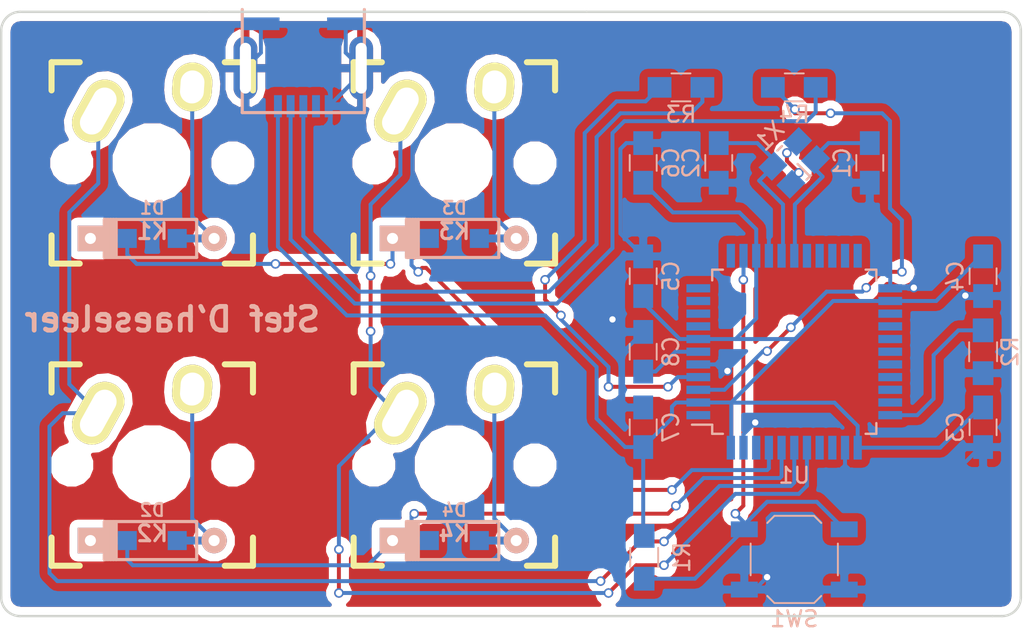
<source format=kicad_pcb>
(kicad_pcb (version 4) (host pcbnew 4.0.7-e2-6376~58~ubuntu16.04.1)

  (general
    (links 74)
    (no_connects 0)
    (area 30.807049 84.690175 95.69375 129.17485)
    (thickness 1.6)
    (drawings 13)
    (tracks 288)
    (zones 0)
    (modules 24)
    (nets 44)
  )

  (page A4)
  (layers
    (0 F.Cu signal)
    (31 B.Cu signal)
    (32 B.Adhes user)
    (33 F.Adhes user)
    (34 B.Paste user)
    (35 F.Paste user)
    (36 B.SilkS user)
    (37 F.SilkS user)
    (38 B.Mask user)
    (39 F.Mask user)
    (40 Dwgs.User user)
    (41 Cmts.User user)
    (42 Eco1.User user)
    (43 Eco2.User user)
    (44 Edge.Cuts user)
    (45 Margin user)
    (46 B.CrtYd user)
    (47 F.CrtYd user)
    (48 B.Fab user)
    (49 F.Fab user)
  )

  (setup
    (last_trace_width 0.25)
    (trace_clearance 0.2)
    (zone_clearance 0.508)
    (zone_45_only no)
    (trace_min 0.2)
    (segment_width 0.2)
    (edge_width 0.15)
    (via_size 0.6)
    (via_drill 0.4)
    (via_min_size 0.4)
    (via_min_drill 0.3)
    (uvia_size 0.3)
    (uvia_drill 0.1)
    (uvias_allowed no)
    (uvia_min_size 0.2)
    (uvia_min_drill 0.1)
    (pcb_text_width 0.3)
    (pcb_text_size 1.5 1.5)
    (mod_edge_width 0.15)
    (mod_text_size 1 1)
    (mod_text_width 0.15)
    (pad_size 1.524 1.524)
    (pad_drill 0.762)
    (pad_to_mask_clearance 0.2)
    (aux_axis_origin 0 0)
    (visible_elements FFFCBE3F)
    (pcbplotparams
      (layerselection 0x010fc_80000001)
      (usegerberextensions true)
      (excludeedgelayer true)
      (linewidth 0.100000)
      (plotframeref false)
      (viasonmask false)
      (mode 1)
      (useauxorigin false)
      (hpglpennumber 1)
      (hpglpenspeed 20)
      (hpglpendiameter 15)
      (hpglpenoverlay 2)
      (psnegative false)
      (psa4output false)
      (plotreference true)
      (plotvalue true)
      (plotinvisibletext false)
      (padsonsilk false)
      (subtractmaskfromsilk false)
      (outputformat 1)
      (mirror false)
      (drillshape 0)
      (scaleselection 1)
      (outputdirectory gerber/))
  )

  (net 0 "")
  (net 1 "Net-(C1-Pad1)")
  (net 2 GND)
  (net 3 "Net-(C2-Pad1)")
  (net 4 VCC)
  (net 5 "Net-(C8-Pad1)")
  (net 6 "Net-(D1-Pad2)")
  (net 7 /row0)
  (net 8 "Net-(D2-Pad2)")
  (net 9 /row1)
  (net 10 "Net-(D3-Pad2)")
  (net 11 "Net-(D4-Pad2)")
  (net 12 "Net-(J1-Pad2)")
  (net 13 "Net-(J1-Pad3)")
  (net 14 "Net-(J1-Pad4)")
  (net 15 /col0)
  (net 16 /col1)
  (net 17 "Net-(R1-Pad1)")
  (net 18 "Net-(R2-Pad2)")
  (net 19 "Net-(R3-Pad1)")
  (net 20 "Net-(R4-Pad1)")
  (net 21 "Net-(U1-Pad1)")
  (net 22 "Net-(U1-Pad8)")
  (net 23 "Net-(U1-Pad9)")
  (net 24 "Net-(U1-Pad10)")
  (net 25 "Net-(U1-Pad11)")
  (net 26 "Net-(U1-Pad12)")
  (net 27 "Net-(U1-Pad18)")
  (net 28 "Net-(U1-Pad19)")
  (net 29 "Net-(U1-Pad20)")
  (net 30 "Net-(U1-Pad21)")
  (net 31 "Net-(U1-Pad22)")
  (net 32 "Net-(U1-Pad25)")
  (net 33 "Net-(U1-Pad26)")
  (net 34 "Net-(U1-Pad27)")
  (net 35 "Net-(U1-Pad28)")
  (net 36 "Net-(U1-Pad29)")
  (net 37 "Net-(U1-Pad30)")
  (net 38 "Net-(U1-Pad31)")
  (net 39 "Net-(U1-Pad32)")
  (net 40 "Net-(U1-Pad36)")
  (net 41 "Net-(U1-Pad37)")
  (net 42 "Net-(U1-Pad42)")
  (net 43 "Net-(X1-Pad3)")

  (net_class Default "This is the default net class."
    (clearance 0.2)
    (trace_width 0.25)
    (via_dia 0.6)
    (via_drill 0.4)
    (uvia_dia 0.3)
    (uvia_drill 0.1)
    (add_net /col0)
    (add_net /col1)
    (add_net /row0)
    (add_net /row1)
    (add_net GND)
    (add_net "Net-(C1-Pad1)")
    (add_net "Net-(C2-Pad1)")
    (add_net "Net-(C8-Pad1)")
    (add_net "Net-(D1-Pad2)")
    (add_net "Net-(D2-Pad2)")
    (add_net "Net-(D3-Pad2)")
    (add_net "Net-(D4-Pad2)")
    (add_net "Net-(J1-Pad2)")
    (add_net "Net-(J1-Pad3)")
    (add_net "Net-(J1-Pad4)")
    (add_net "Net-(R1-Pad1)")
    (add_net "Net-(R2-Pad2)")
    (add_net "Net-(R3-Pad1)")
    (add_net "Net-(R4-Pad1)")
    (add_net "Net-(U1-Pad1)")
    (add_net "Net-(U1-Pad10)")
    (add_net "Net-(U1-Pad11)")
    (add_net "Net-(U1-Pad12)")
    (add_net "Net-(U1-Pad18)")
    (add_net "Net-(U1-Pad19)")
    (add_net "Net-(U1-Pad20)")
    (add_net "Net-(U1-Pad21)")
    (add_net "Net-(U1-Pad22)")
    (add_net "Net-(U1-Pad25)")
    (add_net "Net-(U1-Pad26)")
    (add_net "Net-(U1-Pad27)")
    (add_net "Net-(U1-Pad28)")
    (add_net "Net-(U1-Pad29)")
    (add_net "Net-(U1-Pad30)")
    (add_net "Net-(U1-Pad31)")
    (add_net "Net-(U1-Pad32)")
    (add_net "Net-(U1-Pad36)")
    (add_net "Net-(U1-Pad37)")
    (add_net "Net-(U1-Pad42)")
    (add_net "Net-(U1-Pad8)")
    (add_net "Net-(U1-Pad9)")
    (add_net "Net-(X1-Pad3)")
    (add_net VCC)
  )

  (module Capacitors_SMD:C_0805_HandSoldering (layer B.Cu) (tedit 58AA84A8) (tstamp 59E26D7E)
    (at 85.725 97.63125 270)
    (descr "Capacitor SMD 0805, hand soldering")
    (tags "capacitor 0805")
    (path /59E25D2E)
    (attr smd)
    (fp_text reference C1 (at 0 1.75 270) (layer B.SilkS)
      (effects (font (size 1 1) (thickness 0.15)) (justify mirror))
    )
    (fp_text value 22p (at 0 -1.75 270) (layer B.Fab)
      (effects (font (size 1 1) (thickness 0.15)) (justify mirror))
    )
    (fp_text user %R (at 0 1.75 270) (layer B.Fab)
      (effects (font (size 1 1) (thickness 0.15)) (justify mirror))
    )
    (fp_line (start -1 -0.62) (end -1 0.62) (layer B.Fab) (width 0.1))
    (fp_line (start 1 -0.62) (end -1 -0.62) (layer B.Fab) (width 0.1))
    (fp_line (start 1 0.62) (end 1 -0.62) (layer B.Fab) (width 0.1))
    (fp_line (start -1 0.62) (end 1 0.62) (layer B.Fab) (width 0.1))
    (fp_line (start 0.5 0.85) (end -0.5 0.85) (layer B.SilkS) (width 0.12))
    (fp_line (start -0.5 -0.85) (end 0.5 -0.85) (layer B.SilkS) (width 0.12))
    (fp_line (start -2.25 0.88) (end 2.25 0.88) (layer B.CrtYd) (width 0.05))
    (fp_line (start -2.25 0.88) (end -2.25 -0.87) (layer B.CrtYd) (width 0.05))
    (fp_line (start 2.25 -0.87) (end 2.25 0.88) (layer B.CrtYd) (width 0.05))
    (fp_line (start 2.25 -0.87) (end -2.25 -0.87) (layer B.CrtYd) (width 0.05))
    (pad 1 smd rect (at -1.25 0 270) (size 1.5 1.25) (layers B.Cu B.Paste B.Mask)
      (net 1 "Net-(C1-Pad1)"))
    (pad 2 smd rect (at 1.25 0 270) (size 1.5 1.25) (layers B.Cu B.Paste B.Mask)
      (net 2 GND))
    (model Capacitors_SMD.3dshapes/C_0805.wrl
      (at (xyz 0 0 0))
      (scale (xyz 1 1 1))
      (rotate (xyz 0 0 0))
    )
  )

  (module Capacitors_SMD:C_0805_HandSoldering (layer B.Cu) (tedit 58AA84A8) (tstamp 59E26D84)
    (at 76.2 97.63125 270)
    (descr "Capacitor SMD 0805, hand soldering")
    (tags "capacitor 0805")
    (path /59E25DBC)
    (attr smd)
    (fp_text reference C2 (at 0 1.75 270) (layer B.SilkS)
      (effects (font (size 1 1) (thickness 0.15)) (justify mirror))
    )
    (fp_text value 22p (at 0 -1.75 270) (layer B.Fab)
      (effects (font (size 1 1) (thickness 0.15)) (justify mirror))
    )
    (fp_text user %R (at 0 1.75 270) (layer B.Fab)
      (effects (font (size 1 1) (thickness 0.15)) (justify mirror))
    )
    (fp_line (start -1 -0.62) (end -1 0.62) (layer B.Fab) (width 0.1))
    (fp_line (start 1 -0.62) (end -1 -0.62) (layer B.Fab) (width 0.1))
    (fp_line (start 1 0.62) (end 1 -0.62) (layer B.Fab) (width 0.1))
    (fp_line (start -1 0.62) (end 1 0.62) (layer B.Fab) (width 0.1))
    (fp_line (start 0.5 0.85) (end -0.5 0.85) (layer B.SilkS) (width 0.12))
    (fp_line (start -0.5 -0.85) (end 0.5 -0.85) (layer B.SilkS) (width 0.12))
    (fp_line (start -2.25 0.88) (end 2.25 0.88) (layer B.CrtYd) (width 0.05))
    (fp_line (start -2.25 0.88) (end -2.25 -0.87) (layer B.CrtYd) (width 0.05))
    (fp_line (start 2.25 -0.87) (end 2.25 0.88) (layer B.CrtYd) (width 0.05))
    (fp_line (start 2.25 -0.87) (end -2.25 -0.87) (layer B.CrtYd) (width 0.05))
    (pad 1 smd rect (at -1.25 0 270) (size 1.5 1.25) (layers B.Cu B.Paste B.Mask)
      (net 3 "Net-(C2-Pad1)"))
    (pad 2 smd rect (at 1.25 0 270) (size 1.5 1.25) (layers B.Cu B.Paste B.Mask)
      (net 2 GND))
    (model Capacitors_SMD.3dshapes/C_0805.wrl
      (at (xyz 0 0 0))
      (scale (xyz 1 1 1))
      (rotate (xyz 0 0 0))
    )
  )

  (module Capacitors_SMD:C_0805_HandSoldering (layer B.Cu) (tedit 58AA84A8) (tstamp 59E26D8A)
    (at 92.86875 114.3 270)
    (descr "Capacitor SMD 0805, hand soldering")
    (tags "capacitor 0805")
    (path /59E26295)
    (attr smd)
    (fp_text reference C3 (at 0 1.75 270) (layer B.SilkS)
      (effects (font (size 1 1) (thickness 0.15)) (justify mirror))
    )
    (fp_text value 0.1u (at 0 -1.75 270) (layer B.Fab)
      (effects (font (size 1 1) (thickness 0.15)) (justify mirror))
    )
    (fp_text user %R (at 0 1.75 270) (layer B.Fab)
      (effects (font (size 1 1) (thickness 0.15)) (justify mirror))
    )
    (fp_line (start -1 -0.62) (end -1 0.62) (layer B.Fab) (width 0.1))
    (fp_line (start 1 -0.62) (end -1 -0.62) (layer B.Fab) (width 0.1))
    (fp_line (start 1 0.62) (end 1 -0.62) (layer B.Fab) (width 0.1))
    (fp_line (start -1 0.62) (end 1 0.62) (layer B.Fab) (width 0.1))
    (fp_line (start 0.5 0.85) (end -0.5 0.85) (layer B.SilkS) (width 0.12))
    (fp_line (start -0.5 -0.85) (end 0.5 -0.85) (layer B.SilkS) (width 0.12))
    (fp_line (start -2.25 0.88) (end 2.25 0.88) (layer B.CrtYd) (width 0.05))
    (fp_line (start -2.25 0.88) (end -2.25 -0.87) (layer B.CrtYd) (width 0.05))
    (fp_line (start 2.25 -0.87) (end 2.25 0.88) (layer B.CrtYd) (width 0.05))
    (fp_line (start 2.25 -0.87) (end -2.25 -0.87) (layer B.CrtYd) (width 0.05))
    (pad 1 smd rect (at -1.25 0 270) (size 1.5 1.25) (layers B.Cu B.Paste B.Mask)
      (net 4 VCC))
    (pad 2 smd rect (at 1.25 0 270) (size 1.5 1.25) (layers B.Cu B.Paste B.Mask)
      (net 2 GND))
    (model Capacitors_SMD.3dshapes/C_0805.wrl
      (at (xyz 0 0 0))
      (scale (xyz 1 1 1))
      (rotate (xyz 0 0 0))
    )
  )

  (module Capacitors_SMD:C_0805_HandSoldering (layer B.Cu) (tedit 58AA84A8) (tstamp 59E26D90)
    (at 92.86875 104.775 270)
    (descr "Capacitor SMD 0805, hand soldering")
    (tags "capacitor 0805")
    (path /59E26370)
    (attr smd)
    (fp_text reference C4 (at 0 1.75 270) (layer B.SilkS)
      (effects (font (size 1 1) (thickness 0.15)) (justify mirror))
    )
    (fp_text value 0.1u (at 0 -1.75 270) (layer B.Fab)
      (effects (font (size 1 1) (thickness 0.15)) (justify mirror))
    )
    (fp_text user %R (at 0 1.75 270) (layer B.Fab)
      (effects (font (size 1 1) (thickness 0.15)) (justify mirror))
    )
    (fp_line (start -1 -0.62) (end -1 0.62) (layer B.Fab) (width 0.1))
    (fp_line (start 1 -0.62) (end -1 -0.62) (layer B.Fab) (width 0.1))
    (fp_line (start 1 0.62) (end 1 -0.62) (layer B.Fab) (width 0.1))
    (fp_line (start -1 0.62) (end 1 0.62) (layer B.Fab) (width 0.1))
    (fp_line (start 0.5 0.85) (end -0.5 0.85) (layer B.SilkS) (width 0.12))
    (fp_line (start -0.5 -0.85) (end 0.5 -0.85) (layer B.SilkS) (width 0.12))
    (fp_line (start -2.25 0.88) (end 2.25 0.88) (layer B.CrtYd) (width 0.05))
    (fp_line (start -2.25 0.88) (end -2.25 -0.87) (layer B.CrtYd) (width 0.05))
    (fp_line (start 2.25 -0.87) (end 2.25 0.88) (layer B.CrtYd) (width 0.05))
    (fp_line (start 2.25 -0.87) (end -2.25 -0.87) (layer B.CrtYd) (width 0.05))
    (pad 1 smd rect (at -1.25 0 270) (size 1.5 1.25) (layers B.Cu B.Paste B.Mask)
      (net 4 VCC))
    (pad 2 smd rect (at 1.25 0 270) (size 1.5 1.25) (layers B.Cu B.Paste B.Mask)
      (net 2 GND))
    (model Capacitors_SMD.3dshapes/C_0805.wrl
      (at (xyz 0 0 0))
      (scale (xyz 1 1 1))
      (rotate (xyz 0 0 0))
    )
  )

  (module Capacitors_SMD:C_0805_HandSoldering (layer B.Cu) (tedit 58AA84A8) (tstamp 59E26D96)
    (at 71.4375 104.775 90)
    (descr "Capacitor SMD 0805, hand soldering")
    (tags "capacitor 0805")
    (path /59E263D0)
    (attr smd)
    (fp_text reference C5 (at 0 1.75 90) (layer B.SilkS)
      (effects (font (size 1 1) (thickness 0.15)) (justify mirror))
    )
    (fp_text value 0.1u (at 0 -1.75 90) (layer B.Fab)
      (effects (font (size 1 1) (thickness 0.15)) (justify mirror))
    )
    (fp_text user %R (at 0 1.75 90) (layer B.Fab)
      (effects (font (size 1 1) (thickness 0.15)) (justify mirror))
    )
    (fp_line (start -1 -0.62) (end -1 0.62) (layer B.Fab) (width 0.1))
    (fp_line (start 1 -0.62) (end -1 -0.62) (layer B.Fab) (width 0.1))
    (fp_line (start 1 0.62) (end 1 -0.62) (layer B.Fab) (width 0.1))
    (fp_line (start -1 0.62) (end 1 0.62) (layer B.Fab) (width 0.1))
    (fp_line (start 0.5 0.85) (end -0.5 0.85) (layer B.SilkS) (width 0.12))
    (fp_line (start -0.5 -0.85) (end 0.5 -0.85) (layer B.SilkS) (width 0.12))
    (fp_line (start -2.25 0.88) (end 2.25 0.88) (layer B.CrtYd) (width 0.05))
    (fp_line (start -2.25 0.88) (end -2.25 -0.87) (layer B.CrtYd) (width 0.05))
    (fp_line (start 2.25 -0.87) (end 2.25 0.88) (layer B.CrtYd) (width 0.05))
    (fp_line (start 2.25 -0.87) (end -2.25 -0.87) (layer B.CrtYd) (width 0.05))
    (pad 1 smd rect (at -1.25 0 90) (size 1.5 1.25) (layers B.Cu B.Paste B.Mask)
      (net 4 VCC))
    (pad 2 smd rect (at 1.25 0 90) (size 1.5 1.25) (layers B.Cu B.Paste B.Mask)
      (net 2 GND))
    (model Capacitors_SMD.3dshapes/C_0805.wrl
      (at (xyz 0 0 0))
      (scale (xyz 1 1 1))
      (rotate (xyz 0 0 0))
    )
  )

  (module Capacitors_SMD:C_0805_HandSoldering (layer B.Cu) (tedit 58AA84A8) (tstamp 59E26D9C)
    (at 71.4375 97.63125 90)
    (descr "Capacitor SMD 0805, hand soldering")
    (tags "capacitor 0805")
    (path /59E2642C)
    (attr smd)
    (fp_text reference C6 (at 0 1.75 90) (layer B.SilkS)
      (effects (font (size 1 1) (thickness 0.15)) (justify mirror))
    )
    (fp_text value 0.1u (at 0 -1.75 90) (layer B.Fab)
      (effects (font (size 1 1) (thickness 0.15)) (justify mirror))
    )
    (fp_text user %R (at 0 1.75 90) (layer B.Fab)
      (effects (font (size 1 1) (thickness 0.15)) (justify mirror))
    )
    (fp_line (start -1 -0.62) (end -1 0.62) (layer B.Fab) (width 0.1))
    (fp_line (start 1 -0.62) (end -1 -0.62) (layer B.Fab) (width 0.1))
    (fp_line (start 1 0.62) (end 1 -0.62) (layer B.Fab) (width 0.1))
    (fp_line (start -1 0.62) (end 1 0.62) (layer B.Fab) (width 0.1))
    (fp_line (start 0.5 0.85) (end -0.5 0.85) (layer B.SilkS) (width 0.12))
    (fp_line (start -0.5 -0.85) (end 0.5 -0.85) (layer B.SilkS) (width 0.12))
    (fp_line (start -2.25 0.88) (end 2.25 0.88) (layer B.CrtYd) (width 0.05))
    (fp_line (start -2.25 0.88) (end -2.25 -0.87) (layer B.CrtYd) (width 0.05))
    (fp_line (start 2.25 -0.87) (end 2.25 0.88) (layer B.CrtYd) (width 0.05))
    (fp_line (start 2.25 -0.87) (end -2.25 -0.87) (layer B.CrtYd) (width 0.05))
    (pad 1 smd rect (at -1.25 0 90) (size 1.5 1.25) (layers B.Cu B.Paste B.Mask)
      (net 4 VCC))
    (pad 2 smd rect (at 1.25 0 90) (size 1.5 1.25) (layers B.Cu B.Paste B.Mask)
      (net 2 GND))
    (model Capacitors_SMD.3dshapes/C_0805.wrl
      (at (xyz 0 0 0))
      (scale (xyz 1 1 1))
      (rotate (xyz 0 0 0))
    )
  )

  (module Capacitors_SMD:C_0805_HandSoldering (layer B.Cu) (tedit 58AA84A8) (tstamp 59E26DA2)
    (at 71.4375 114.3 90)
    (descr "Capacitor SMD 0805, hand soldering")
    (tags "capacitor 0805")
    (path /59E2647A)
    (attr smd)
    (fp_text reference C7 (at 0 1.75 90) (layer B.SilkS)
      (effects (font (size 1 1) (thickness 0.15)) (justify mirror))
    )
    (fp_text value 4.7u (at 0 -1.75 90) (layer B.Fab)
      (effects (font (size 1 1) (thickness 0.15)) (justify mirror))
    )
    (fp_text user %R (at 0 1.75 90) (layer B.Fab)
      (effects (font (size 1 1) (thickness 0.15)) (justify mirror))
    )
    (fp_line (start -1 -0.62) (end -1 0.62) (layer B.Fab) (width 0.1))
    (fp_line (start 1 -0.62) (end -1 -0.62) (layer B.Fab) (width 0.1))
    (fp_line (start 1 0.62) (end 1 -0.62) (layer B.Fab) (width 0.1))
    (fp_line (start -1 0.62) (end 1 0.62) (layer B.Fab) (width 0.1))
    (fp_line (start 0.5 0.85) (end -0.5 0.85) (layer B.SilkS) (width 0.12))
    (fp_line (start -0.5 -0.85) (end 0.5 -0.85) (layer B.SilkS) (width 0.12))
    (fp_line (start -2.25 0.88) (end 2.25 0.88) (layer B.CrtYd) (width 0.05))
    (fp_line (start -2.25 0.88) (end -2.25 -0.87) (layer B.CrtYd) (width 0.05))
    (fp_line (start 2.25 -0.87) (end 2.25 0.88) (layer B.CrtYd) (width 0.05))
    (fp_line (start 2.25 -0.87) (end -2.25 -0.87) (layer B.CrtYd) (width 0.05))
    (pad 1 smd rect (at -1.25 0 90) (size 1.5 1.25) (layers B.Cu B.Paste B.Mask)
      (net 4 VCC))
    (pad 2 smd rect (at 1.25 0 90) (size 1.5 1.25) (layers B.Cu B.Paste B.Mask)
      (net 2 GND))
    (model Capacitors_SMD.3dshapes/C_0805.wrl
      (at (xyz 0 0 0))
      (scale (xyz 1 1 1))
      (rotate (xyz 0 0 0))
    )
  )

  (module Capacitors_SMD:C_0805_HandSoldering (layer B.Cu) (tedit 58AA84A8) (tstamp 59E26DA8)
    (at 71.4375 109.5375 90)
    (descr "Capacitor SMD 0805, hand soldering")
    (tags "capacitor 0805")
    (path /59E2818B)
    (attr smd)
    (fp_text reference C8 (at 0 1.75 90) (layer B.SilkS)
      (effects (font (size 1 1) (thickness 0.15)) (justify mirror))
    )
    (fp_text value 1u (at 0 -1.75 90) (layer B.Fab)
      (effects (font (size 1 1) (thickness 0.15)) (justify mirror))
    )
    (fp_text user %R (at 0 1.75 90) (layer B.Fab)
      (effects (font (size 1 1) (thickness 0.15)) (justify mirror))
    )
    (fp_line (start -1 -0.62) (end -1 0.62) (layer B.Fab) (width 0.1))
    (fp_line (start 1 -0.62) (end -1 -0.62) (layer B.Fab) (width 0.1))
    (fp_line (start 1 0.62) (end 1 -0.62) (layer B.Fab) (width 0.1))
    (fp_line (start -1 0.62) (end 1 0.62) (layer B.Fab) (width 0.1))
    (fp_line (start 0.5 0.85) (end -0.5 0.85) (layer B.SilkS) (width 0.12))
    (fp_line (start -0.5 -0.85) (end 0.5 -0.85) (layer B.SilkS) (width 0.12))
    (fp_line (start -2.25 0.88) (end 2.25 0.88) (layer B.CrtYd) (width 0.05))
    (fp_line (start -2.25 0.88) (end -2.25 -0.87) (layer B.CrtYd) (width 0.05))
    (fp_line (start 2.25 -0.87) (end 2.25 0.88) (layer B.CrtYd) (width 0.05))
    (fp_line (start 2.25 -0.87) (end -2.25 -0.87) (layer B.CrtYd) (width 0.05))
    (pad 1 smd rect (at -1.25 0 90) (size 1.5 1.25) (layers B.Cu B.Paste B.Mask)
      (net 5 "Net-(C8-Pad1)"))
    (pad 2 smd rect (at 1.25 0 90) (size 1.5 1.25) (layers B.Cu B.Paste B.Mask)
      (net 2 GND))
    (model Capacitors_SMD.3dshapes/C_0805.wrl
      (at (xyz 0 0 0))
      (scale (xyz 1 1 1))
      (rotate (xyz 0 0 0))
    )
  )

  (module keyboard_parts:D_SOD123_axial (layer B.Cu) (tedit 561B6A12) (tstamp 59E26DB2)
    (at 40.48125 102.39375)
    (path /59E29200)
    (attr smd)
    (fp_text reference D1 (at 0 -1.925) (layer B.SilkS)
      (effects (font (size 0.8 0.8) (thickness 0.15)) (justify mirror))
    )
    (fp_text value D (at 0 1.925) (layer B.SilkS) hide
      (effects (font (size 0.8 0.8) (thickness 0.15)) (justify mirror))
    )
    (fp_line (start -2.275 1.2) (end -2.275 -1.2) (layer B.SilkS) (width 0.2))
    (fp_line (start -2.45 1.2) (end -2.45 -1.2) (layer B.SilkS) (width 0.2))
    (fp_line (start -2.625 1.2) (end -2.625 -1.2) (layer B.SilkS) (width 0.2))
    (fp_line (start -3.025 -1.2) (end -3.025 1.2) (layer B.SilkS) (width 0.2))
    (fp_line (start -2.8 1.2) (end -2.8 -1.2) (layer B.SilkS) (width 0.2))
    (fp_line (start -2.925 1.2) (end -2.925 -1.2) (layer B.SilkS) (width 0.2))
    (fp_line (start -3 1.2) (end 2.8 1.2) (layer B.SilkS) (width 0.2))
    (fp_line (start 2.8 1.2) (end 2.8 -1.2) (layer B.SilkS) (width 0.2))
    (fp_line (start 2.8 -1.2) (end -3 -1.2) (layer B.SilkS) (width 0.2))
    (pad 2 smd rect (at 1.575 0) (size 1.2 1.2) (layers B.Cu B.Paste B.Mask)
      (net 6 "Net-(D1-Pad2)"))
    (pad 1 smd rect (at -1.575 0) (size 1.2 1.2) (layers B.Cu B.Paste B.Mask)
      (net 7 /row0))
    (pad 1 thru_hole rect (at -3.9 0) (size 1.6 1.6) (drill 0.7) (layers *.Cu *.Mask B.SilkS)
      (net 7 /row0))
    (pad 2 thru_hole circle (at 3.9 0) (size 1.6 1.6) (drill 0.7) (layers *.Cu *.Mask B.SilkS)
      (net 6 "Net-(D1-Pad2)"))
    (pad 1 smd rect (at -2.7 0) (size 2.5 0.5) (layers B.Cu)
      (net 7 /row0) (solder_mask_margin -999))
    (pad 2 smd rect (at 2.7 0) (size 2.5 0.5) (layers B.Cu)
      (net 6 "Net-(D1-Pad2)") (solder_mask_margin -999))
  )

  (module keyboard_parts:D_SOD123_axial (layer B.Cu) (tedit 561B6A12) (tstamp 59E26DBC)
    (at 40.48125 121.44375)
    (path /59E29263)
    (attr smd)
    (fp_text reference D2 (at 0 -1.925) (layer B.SilkS)
      (effects (font (size 0.8 0.8) (thickness 0.15)) (justify mirror))
    )
    (fp_text value D (at 0 1.925) (layer B.SilkS) hide
      (effects (font (size 0.8 0.8) (thickness 0.15)) (justify mirror))
    )
    (fp_line (start -2.275 1.2) (end -2.275 -1.2) (layer B.SilkS) (width 0.2))
    (fp_line (start -2.45 1.2) (end -2.45 -1.2) (layer B.SilkS) (width 0.2))
    (fp_line (start -2.625 1.2) (end -2.625 -1.2) (layer B.SilkS) (width 0.2))
    (fp_line (start -3.025 -1.2) (end -3.025 1.2) (layer B.SilkS) (width 0.2))
    (fp_line (start -2.8 1.2) (end -2.8 -1.2) (layer B.SilkS) (width 0.2))
    (fp_line (start -2.925 1.2) (end -2.925 -1.2) (layer B.SilkS) (width 0.2))
    (fp_line (start -3 1.2) (end 2.8 1.2) (layer B.SilkS) (width 0.2))
    (fp_line (start 2.8 1.2) (end 2.8 -1.2) (layer B.SilkS) (width 0.2))
    (fp_line (start 2.8 -1.2) (end -3 -1.2) (layer B.SilkS) (width 0.2))
    (pad 2 smd rect (at 1.575 0) (size 1.2 1.2) (layers B.Cu B.Paste B.Mask)
      (net 8 "Net-(D2-Pad2)"))
    (pad 1 smd rect (at -1.575 0) (size 1.2 1.2) (layers B.Cu B.Paste B.Mask)
      (net 9 /row1))
    (pad 1 thru_hole rect (at -3.9 0) (size 1.6 1.6) (drill 0.7) (layers *.Cu *.Mask B.SilkS)
      (net 9 /row1))
    (pad 2 thru_hole circle (at 3.9 0) (size 1.6 1.6) (drill 0.7) (layers *.Cu *.Mask B.SilkS)
      (net 8 "Net-(D2-Pad2)"))
    (pad 1 smd rect (at -2.7 0) (size 2.5 0.5) (layers B.Cu)
      (net 9 /row1) (solder_mask_margin -999))
    (pad 2 smd rect (at 2.7 0) (size 2.5 0.5) (layers B.Cu)
      (net 8 "Net-(D2-Pad2)") (solder_mask_margin -999))
  )

  (module keyboard_parts:D_SOD123_axial (layer B.Cu) (tedit 561B6A12) (tstamp 59E26DC6)
    (at 59.53125 102.39375)
    (path /59E2943D)
    (attr smd)
    (fp_text reference D3 (at 0 -1.925) (layer B.SilkS)
      (effects (font (size 0.8 0.8) (thickness 0.15)) (justify mirror))
    )
    (fp_text value D (at 0 1.925) (layer B.SilkS) hide
      (effects (font (size 0.8 0.8) (thickness 0.15)) (justify mirror))
    )
    (fp_line (start -2.275 1.2) (end -2.275 -1.2) (layer B.SilkS) (width 0.2))
    (fp_line (start -2.45 1.2) (end -2.45 -1.2) (layer B.SilkS) (width 0.2))
    (fp_line (start -2.625 1.2) (end -2.625 -1.2) (layer B.SilkS) (width 0.2))
    (fp_line (start -3.025 -1.2) (end -3.025 1.2) (layer B.SilkS) (width 0.2))
    (fp_line (start -2.8 1.2) (end -2.8 -1.2) (layer B.SilkS) (width 0.2))
    (fp_line (start -2.925 1.2) (end -2.925 -1.2) (layer B.SilkS) (width 0.2))
    (fp_line (start -3 1.2) (end 2.8 1.2) (layer B.SilkS) (width 0.2))
    (fp_line (start 2.8 1.2) (end 2.8 -1.2) (layer B.SilkS) (width 0.2))
    (fp_line (start 2.8 -1.2) (end -3 -1.2) (layer B.SilkS) (width 0.2))
    (pad 2 smd rect (at 1.575 0) (size 1.2 1.2) (layers B.Cu B.Paste B.Mask)
      (net 10 "Net-(D3-Pad2)"))
    (pad 1 smd rect (at -1.575 0) (size 1.2 1.2) (layers B.Cu B.Paste B.Mask)
      (net 7 /row0))
    (pad 1 thru_hole rect (at -3.9 0) (size 1.6 1.6) (drill 0.7) (layers *.Cu *.Mask B.SilkS)
      (net 7 /row0))
    (pad 2 thru_hole circle (at 3.9 0) (size 1.6 1.6) (drill 0.7) (layers *.Cu *.Mask B.SilkS)
      (net 10 "Net-(D3-Pad2)"))
    (pad 1 smd rect (at -2.7 0) (size 2.5 0.5) (layers B.Cu)
      (net 7 /row0) (solder_mask_margin -999))
    (pad 2 smd rect (at 2.7 0) (size 2.5 0.5) (layers B.Cu)
      (net 10 "Net-(D3-Pad2)") (solder_mask_margin -999))
  )

  (module keyboard_parts:D_SOD123_axial (layer B.Cu) (tedit 561B6A12) (tstamp 59E26DD0)
    (at 59.53125 121.44375)
    (path /59E292B8)
    (attr smd)
    (fp_text reference D4 (at 0 -1.925) (layer B.SilkS)
      (effects (font (size 0.8 0.8) (thickness 0.15)) (justify mirror))
    )
    (fp_text value D (at 0 1.925) (layer B.SilkS) hide
      (effects (font (size 0.8 0.8) (thickness 0.15)) (justify mirror))
    )
    (fp_line (start -2.275 1.2) (end -2.275 -1.2) (layer B.SilkS) (width 0.2))
    (fp_line (start -2.45 1.2) (end -2.45 -1.2) (layer B.SilkS) (width 0.2))
    (fp_line (start -2.625 1.2) (end -2.625 -1.2) (layer B.SilkS) (width 0.2))
    (fp_line (start -3.025 -1.2) (end -3.025 1.2) (layer B.SilkS) (width 0.2))
    (fp_line (start -2.8 1.2) (end -2.8 -1.2) (layer B.SilkS) (width 0.2))
    (fp_line (start -2.925 1.2) (end -2.925 -1.2) (layer B.SilkS) (width 0.2))
    (fp_line (start -3 1.2) (end 2.8 1.2) (layer B.SilkS) (width 0.2))
    (fp_line (start 2.8 1.2) (end 2.8 -1.2) (layer B.SilkS) (width 0.2))
    (fp_line (start 2.8 -1.2) (end -3 -1.2) (layer B.SilkS) (width 0.2))
    (pad 2 smd rect (at 1.575 0) (size 1.2 1.2) (layers B.Cu B.Paste B.Mask)
      (net 11 "Net-(D4-Pad2)"))
    (pad 1 smd rect (at -1.575 0) (size 1.2 1.2) (layers B.Cu B.Paste B.Mask)
      (net 9 /row1))
    (pad 1 thru_hole rect (at -3.9 0) (size 1.6 1.6) (drill 0.7) (layers *.Cu *.Mask B.SilkS)
      (net 9 /row1))
    (pad 2 thru_hole circle (at 3.9 0) (size 1.6 1.6) (drill 0.7) (layers *.Cu *.Mask B.SilkS)
      (net 11 "Net-(D4-Pad2)"))
    (pad 1 smd rect (at -2.7 0) (size 2.5 0.5) (layers B.Cu)
      (net 9 /row1) (solder_mask_margin -999))
    (pad 2 smd rect (at 2.7 0) (size 2.5 0.5) (layers B.Cu)
      (net 11 "Net-(D4-Pad2)") (solder_mask_margin -999))
  )

  (module keyboard_parts:USB_miniB_hirose_5S8 (layer B.Cu) (tedit 5950B1FC) (tstamp 59E26DDD)
    (at 50.00625 94.059375)
    (descr "USB miniB hirose UX60SC-MB-5S8")
    (tags "USB miniB hirose through hole UX60SC-MB-5S8")
    (path /59E2738E)
    (fp_text reference J1 (at 0 -2.45) (layer B.SilkS) hide
      (effects (font (size 0.8128 0.8128) (thickness 0.2032)) (justify mirror))
    )
    (fp_text value USB_mini_micro_B (at 0 -7.95) (layer Dwgs.User) hide
      (effects (font (thickness 0.3048)))
    )
    (fp_line (start 3.85 0.4) (end 3.85 -6.1) (layer B.SilkS) (width 0.2))
    (fp_line (start -3.85 0.4) (end -3.85 -6.1) (layer B.SilkS) (width 0.2))
    (fp_line (start -3.85 0.4) (end 3.85 0.4) (layer B.SilkS) (width 0.2))
    (fp_line (start -1 -6.1) (end 1 -6.1) (layer Dwgs.User) (width 0.2))
    (fp_line (start -3.85 -6.6) (end -3.85 -5.7) (layer Dwgs.User) (width 0.2))
    (fp_line (start 3.85 -6.6) (end 3.85 -5.7) (layer Dwgs.User) (width 0.2))
    (fp_text user "PCB edge" (at -0.05 -5.35) (layer Dwgs.User) hide
      (effects (font (size 0.5 0.5) (thickness 0.125)))
    )
    (fp_line (start -3.85 -6.6) (end 3.85 -6.6) (layer Dwgs.User) (width 0.2))
    (pad 6 smd rect (at 2.675 -5.2) (size 2.35 0.8) (layers B.Cu B.Paste B.Mask)
      (net 2 GND))
    (pad 6 smd rect (at -2.675 -5.2) (size 2.35 0.8) (layers B.Cu B.Paste B.Mask)
      (net 2 GND))
    (pad 1 smd rect (at -1.6 0) (size 0.5 1.4) (layers B.Cu B.Paste B.Mask)
      (net 4 VCC))
    (pad 2 smd rect (at -0.8 0) (size 0.5 1.4) (layers B.Cu B.Paste B.Mask)
      (net 12 "Net-(J1-Pad2)"))
    (pad 3 smd rect (at 0 0) (size 0.5 1.4) (layers B.Cu B.Paste B.Mask)
      (net 13 "Net-(J1-Pad3)"))
    (pad 4 smd rect (at 0.8 0) (size 0.5 1.4) (layers B.Cu B.Paste B.Mask)
      (net 14 "Net-(J1-Pad4)"))
    (pad 5 smd rect (at 1.6 0) (size 0.5 1.4) (layers B.Cu B.Paste B.Mask)
      (net 2 GND))
    (pad 6 thru_hole oval (at -3.65 -2.4) (size 1.5 4) (drill oval 0.7 3.2) (layers *.Cu *.Mask B.Paste)
      (net 2 GND))
    (pad 6 thru_hole oval (at 3.65 -2.4) (size 1.5 4) (drill oval 0.7 3.2) (layers *.Cu *.Mask B.Paste)
      (net 2 GND))
  )

  (module keebs:Mx_Alps_100 locked (layer F.Cu) (tedit 58057B75) (tstamp 59E26DE6)
    (at 40.48125 97.63125)
    (descr MXALPS)
    (tags MXALPS)
    (path /59E2905A)
    (fp_text reference K1 (at 0 4.318) (layer B.SilkS)
      (effects (font (size 1 1) (thickness 0.2)) (justify mirror))
    )
    (fp_text value KEYSW (at 5.334 10.922) (layer B.SilkS) hide
      (effects (font (thickness 0.3048)) (justify mirror))
    )
    (fp_line (start -6.35 -6.35) (end 6.35 -6.35) (layer Cmts.User) (width 0.1524))
    (fp_line (start 6.35 -6.35) (end 6.35 6.35) (layer Cmts.User) (width 0.1524))
    (fp_line (start 6.35 6.35) (end -6.35 6.35) (layer Cmts.User) (width 0.1524))
    (fp_line (start -6.35 6.35) (end -6.35 -6.35) (layer Cmts.User) (width 0.1524))
    (fp_line (start -9.398 -9.398) (end 9.398 -9.398) (layer Dwgs.User) (width 0.1524))
    (fp_line (start 9.398 -9.398) (end 9.398 9.398) (layer Dwgs.User) (width 0.1524))
    (fp_line (start 9.398 9.398) (end -9.398 9.398) (layer Dwgs.User) (width 0.1524))
    (fp_line (start -9.398 9.398) (end -9.398 -9.398) (layer Dwgs.User) (width 0.1524))
    (fp_line (start -6.35 -6.35) (end -4.572 -6.35) (layer F.SilkS) (width 0.381))
    (fp_line (start 4.572 -6.35) (end 6.35 -6.35) (layer F.SilkS) (width 0.381))
    (fp_line (start 6.35 -6.35) (end 6.35 -4.572) (layer F.SilkS) (width 0.381))
    (fp_line (start 6.35 4.572) (end 6.35 6.35) (layer F.SilkS) (width 0.381))
    (fp_line (start 6.35 6.35) (end 4.572 6.35) (layer F.SilkS) (width 0.381))
    (fp_line (start -4.572 6.35) (end -6.35 6.35) (layer F.SilkS) (width 0.381))
    (fp_line (start -6.35 6.35) (end -6.35 4.572) (layer F.SilkS) (width 0.381))
    (fp_line (start -6.35 -4.572) (end -6.35 -6.35) (layer F.SilkS) (width 0.381))
    (fp_line (start -6.985 -6.985) (end 6.985 -6.985) (layer Eco2.User) (width 0.1524))
    (fp_line (start 6.985 -6.985) (end 6.985 6.985) (layer Eco2.User) (width 0.1524))
    (fp_line (start 6.985 6.985) (end -6.985 6.985) (layer Eco2.User) (width 0.1524))
    (fp_line (start -6.985 6.985) (end -6.985 -6.985) (layer Eco2.User) (width 0.1524))
    (fp_line (start -7.75 6.4) (end -7.75 -6.4) (layer Dwgs.User) (width 0.3))
    (fp_line (start -7.75 6.4) (end 7.75 6.4) (layer Dwgs.User) (width 0.3))
    (fp_line (start 7.75 6.4) (end 7.75 -6.4) (layer Dwgs.User) (width 0.3))
    (fp_line (start 7.75 -6.4) (end -7.75 -6.4) (layer Dwgs.User) (width 0.3))
    (fp_line (start -7.62 -7.62) (end 7.62 -7.62) (layer Dwgs.User) (width 0.3))
    (fp_line (start 7.62 -7.62) (end 7.62 7.62) (layer Dwgs.User) (width 0.3))
    (fp_line (start 7.62 7.62) (end -7.62 7.62) (layer Dwgs.User) (width 0.3))
    (fp_line (start -7.62 7.62) (end -7.62 -7.62) (layer Dwgs.User) (width 0.3))
    (pad HOLE np_thru_hole circle (at 0 0) (size 3.9878 3.9878) (drill 3.9878) (layers *.Cu))
    (pad HOLE np_thru_hole circle (at -5.08 0) (size 1.7018 1.7018) (drill 1.7018) (layers *.Cu))
    (pad HOLE np_thru_hole circle (at 5.08 0) (size 1.7018 1.7018) (drill 1.7018) (layers *.Cu))
    (pad 1 thru_hole oval (at -3.405 -3.27 330.95) (size 2.5 4.17) (drill oval 1.5 3.17) (layers *.Cu *.Mask F.SilkS)
      (net 15 /col0))
    (pad 2 thru_hole oval (at 2.52 -4.79 356.1) (size 2.5 3.08) (drill oval 1.5 2.08) (layers *.Cu *.Mask F.SilkS)
      (net 6 "Net-(D1-Pad2)"))
  )

  (module keebs:Mx_Alps_100 locked (layer F.Cu) (tedit 58057B75) (tstamp 59E26DEF)
    (at 40.48125 116.68125)
    (descr MXALPS)
    (tags MXALPS)
    (path /59E29104)
    (fp_text reference K2 (at 0 4.318) (layer B.SilkS)
      (effects (font (size 1 1) (thickness 0.2)) (justify mirror))
    )
    (fp_text value KEYSW (at 5.334 10.922) (layer B.SilkS) hide
      (effects (font (thickness 0.3048)) (justify mirror))
    )
    (fp_line (start -6.35 -6.35) (end 6.35 -6.35) (layer Cmts.User) (width 0.1524))
    (fp_line (start 6.35 -6.35) (end 6.35 6.35) (layer Cmts.User) (width 0.1524))
    (fp_line (start 6.35 6.35) (end -6.35 6.35) (layer Cmts.User) (width 0.1524))
    (fp_line (start -6.35 6.35) (end -6.35 -6.35) (layer Cmts.User) (width 0.1524))
    (fp_line (start -9.398 -9.398) (end 9.398 -9.398) (layer Dwgs.User) (width 0.1524))
    (fp_line (start 9.398 -9.398) (end 9.398 9.398) (layer Dwgs.User) (width 0.1524))
    (fp_line (start 9.398 9.398) (end -9.398 9.398) (layer Dwgs.User) (width 0.1524))
    (fp_line (start -9.398 9.398) (end -9.398 -9.398) (layer Dwgs.User) (width 0.1524))
    (fp_line (start -6.35 -6.35) (end -4.572 -6.35) (layer F.SilkS) (width 0.381))
    (fp_line (start 4.572 -6.35) (end 6.35 -6.35) (layer F.SilkS) (width 0.381))
    (fp_line (start 6.35 -6.35) (end 6.35 -4.572) (layer F.SilkS) (width 0.381))
    (fp_line (start 6.35 4.572) (end 6.35 6.35) (layer F.SilkS) (width 0.381))
    (fp_line (start 6.35 6.35) (end 4.572 6.35) (layer F.SilkS) (width 0.381))
    (fp_line (start -4.572 6.35) (end -6.35 6.35) (layer F.SilkS) (width 0.381))
    (fp_line (start -6.35 6.35) (end -6.35 4.572) (layer F.SilkS) (width 0.381))
    (fp_line (start -6.35 -4.572) (end -6.35 -6.35) (layer F.SilkS) (width 0.381))
    (fp_line (start -6.985 -6.985) (end 6.985 -6.985) (layer Eco2.User) (width 0.1524))
    (fp_line (start 6.985 -6.985) (end 6.985 6.985) (layer Eco2.User) (width 0.1524))
    (fp_line (start 6.985 6.985) (end -6.985 6.985) (layer Eco2.User) (width 0.1524))
    (fp_line (start -6.985 6.985) (end -6.985 -6.985) (layer Eco2.User) (width 0.1524))
    (fp_line (start -7.75 6.4) (end -7.75 -6.4) (layer Dwgs.User) (width 0.3))
    (fp_line (start -7.75 6.4) (end 7.75 6.4) (layer Dwgs.User) (width 0.3))
    (fp_line (start 7.75 6.4) (end 7.75 -6.4) (layer Dwgs.User) (width 0.3))
    (fp_line (start 7.75 -6.4) (end -7.75 -6.4) (layer Dwgs.User) (width 0.3))
    (fp_line (start -7.62 -7.62) (end 7.62 -7.62) (layer Dwgs.User) (width 0.3))
    (fp_line (start 7.62 -7.62) (end 7.62 7.62) (layer Dwgs.User) (width 0.3))
    (fp_line (start 7.62 7.62) (end -7.62 7.62) (layer Dwgs.User) (width 0.3))
    (fp_line (start -7.62 7.62) (end -7.62 -7.62) (layer Dwgs.User) (width 0.3))
    (pad HOLE np_thru_hole circle (at 0 0) (size 3.9878 3.9878) (drill 3.9878) (layers *.Cu))
    (pad HOLE np_thru_hole circle (at -5.08 0) (size 1.7018 1.7018) (drill 1.7018) (layers *.Cu))
    (pad HOLE np_thru_hole circle (at 5.08 0) (size 1.7018 1.7018) (drill 1.7018) (layers *.Cu))
    (pad 1 thru_hole oval (at -3.405 -3.27 330.95) (size 2.5 4.17) (drill oval 1.5 3.17) (layers *.Cu *.Mask F.SilkS)
      (net 15 /col0))
    (pad 2 thru_hole oval (at 2.52 -4.79 356.1) (size 2.5 3.08) (drill oval 1.5 2.08) (layers *.Cu *.Mask F.SilkS)
      (net 8 "Net-(D2-Pad2)"))
  )

  (module keebs:Mx_Alps_100 locked (layer F.Cu) (tedit 58057B75) (tstamp 59E26DF8)
    (at 59.53125 97.63125)
    (descr MXALPS)
    (tags MXALPS)
    (path /59E290C1)
    (fp_text reference K3 (at 0 4.318) (layer B.SilkS)
      (effects (font (size 1 1) (thickness 0.2)) (justify mirror))
    )
    (fp_text value KEYSW (at 5.334 10.922) (layer B.SilkS) hide
      (effects (font (thickness 0.3048)) (justify mirror))
    )
    (fp_line (start -6.35 -6.35) (end 6.35 -6.35) (layer Cmts.User) (width 0.1524))
    (fp_line (start 6.35 -6.35) (end 6.35 6.35) (layer Cmts.User) (width 0.1524))
    (fp_line (start 6.35 6.35) (end -6.35 6.35) (layer Cmts.User) (width 0.1524))
    (fp_line (start -6.35 6.35) (end -6.35 -6.35) (layer Cmts.User) (width 0.1524))
    (fp_line (start -9.398 -9.398) (end 9.398 -9.398) (layer Dwgs.User) (width 0.1524))
    (fp_line (start 9.398 -9.398) (end 9.398 9.398) (layer Dwgs.User) (width 0.1524))
    (fp_line (start 9.398 9.398) (end -9.398 9.398) (layer Dwgs.User) (width 0.1524))
    (fp_line (start -9.398 9.398) (end -9.398 -9.398) (layer Dwgs.User) (width 0.1524))
    (fp_line (start -6.35 -6.35) (end -4.572 -6.35) (layer F.SilkS) (width 0.381))
    (fp_line (start 4.572 -6.35) (end 6.35 -6.35) (layer F.SilkS) (width 0.381))
    (fp_line (start 6.35 -6.35) (end 6.35 -4.572) (layer F.SilkS) (width 0.381))
    (fp_line (start 6.35 4.572) (end 6.35 6.35) (layer F.SilkS) (width 0.381))
    (fp_line (start 6.35 6.35) (end 4.572 6.35) (layer F.SilkS) (width 0.381))
    (fp_line (start -4.572 6.35) (end -6.35 6.35) (layer F.SilkS) (width 0.381))
    (fp_line (start -6.35 6.35) (end -6.35 4.572) (layer F.SilkS) (width 0.381))
    (fp_line (start -6.35 -4.572) (end -6.35 -6.35) (layer F.SilkS) (width 0.381))
    (fp_line (start -6.985 -6.985) (end 6.985 -6.985) (layer Eco2.User) (width 0.1524))
    (fp_line (start 6.985 -6.985) (end 6.985 6.985) (layer Eco2.User) (width 0.1524))
    (fp_line (start 6.985 6.985) (end -6.985 6.985) (layer Eco2.User) (width 0.1524))
    (fp_line (start -6.985 6.985) (end -6.985 -6.985) (layer Eco2.User) (width 0.1524))
    (fp_line (start -7.75 6.4) (end -7.75 -6.4) (layer Dwgs.User) (width 0.3))
    (fp_line (start -7.75 6.4) (end 7.75 6.4) (layer Dwgs.User) (width 0.3))
    (fp_line (start 7.75 6.4) (end 7.75 -6.4) (layer Dwgs.User) (width 0.3))
    (fp_line (start 7.75 -6.4) (end -7.75 -6.4) (layer Dwgs.User) (width 0.3))
    (fp_line (start -7.62 -7.62) (end 7.62 -7.62) (layer Dwgs.User) (width 0.3))
    (fp_line (start 7.62 -7.62) (end 7.62 7.62) (layer Dwgs.User) (width 0.3))
    (fp_line (start 7.62 7.62) (end -7.62 7.62) (layer Dwgs.User) (width 0.3))
    (fp_line (start -7.62 7.62) (end -7.62 -7.62) (layer Dwgs.User) (width 0.3))
    (pad HOLE np_thru_hole circle (at 0 0) (size 3.9878 3.9878) (drill 3.9878) (layers *.Cu))
    (pad HOLE np_thru_hole circle (at -5.08 0) (size 1.7018 1.7018) (drill 1.7018) (layers *.Cu))
    (pad HOLE np_thru_hole circle (at 5.08 0) (size 1.7018 1.7018) (drill 1.7018) (layers *.Cu))
    (pad 1 thru_hole oval (at -3.405 -3.27 330.95) (size 2.5 4.17) (drill oval 1.5 3.17) (layers *.Cu *.Mask F.SilkS)
      (net 16 /col1))
    (pad 2 thru_hole oval (at 2.52 -4.79 356.1) (size 2.5 3.08) (drill oval 1.5 2.08) (layers *.Cu *.Mask F.SilkS)
      (net 10 "Net-(D3-Pad2)"))
  )

  (module keebs:Mx_Alps_100 locked (layer F.Cu) (tedit 58057B75) (tstamp 59E26E01)
    (at 59.53125 116.68125)
    (descr MXALPS)
    (tags MXALPS)
    (path /59E29157)
    (fp_text reference K4 (at 0 4.318) (layer B.SilkS)
      (effects (font (size 1 1) (thickness 0.2)) (justify mirror))
    )
    (fp_text value KEYSW (at 5.334 10.922) (layer B.SilkS) hide
      (effects (font (thickness 0.3048)) (justify mirror))
    )
    (fp_line (start -6.35 -6.35) (end 6.35 -6.35) (layer Cmts.User) (width 0.1524))
    (fp_line (start 6.35 -6.35) (end 6.35 6.35) (layer Cmts.User) (width 0.1524))
    (fp_line (start 6.35 6.35) (end -6.35 6.35) (layer Cmts.User) (width 0.1524))
    (fp_line (start -6.35 6.35) (end -6.35 -6.35) (layer Cmts.User) (width 0.1524))
    (fp_line (start -9.398 -9.398) (end 9.398 -9.398) (layer Dwgs.User) (width 0.1524))
    (fp_line (start 9.398 -9.398) (end 9.398 9.398) (layer Dwgs.User) (width 0.1524))
    (fp_line (start 9.398 9.398) (end -9.398 9.398) (layer Dwgs.User) (width 0.1524))
    (fp_line (start -9.398 9.398) (end -9.398 -9.398) (layer Dwgs.User) (width 0.1524))
    (fp_line (start -6.35 -6.35) (end -4.572 -6.35) (layer F.SilkS) (width 0.381))
    (fp_line (start 4.572 -6.35) (end 6.35 -6.35) (layer F.SilkS) (width 0.381))
    (fp_line (start 6.35 -6.35) (end 6.35 -4.572) (layer F.SilkS) (width 0.381))
    (fp_line (start 6.35 4.572) (end 6.35 6.35) (layer F.SilkS) (width 0.381))
    (fp_line (start 6.35 6.35) (end 4.572 6.35) (layer F.SilkS) (width 0.381))
    (fp_line (start -4.572 6.35) (end -6.35 6.35) (layer F.SilkS) (width 0.381))
    (fp_line (start -6.35 6.35) (end -6.35 4.572) (layer F.SilkS) (width 0.381))
    (fp_line (start -6.35 -4.572) (end -6.35 -6.35) (layer F.SilkS) (width 0.381))
    (fp_line (start -6.985 -6.985) (end 6.985 -6.985) (layer Eco2.User) (width 0.1524))
    (fp_line (start 6.985 -6.985) (end 6.985 6.985) (layer Eco2.User) (width 0.1524))
    (fp_line (start 6.985 6.985) (end -6.985 6.985) (layer Eco2.User) (width 0.1524))
    (fp_line (start -6.985 6.985) (end -6.985 -6.985) (layer Eco2.User) (width 0.1524))
    (fp_line (start -7.75 6.4) (end -7.75 -6.4) (layer Dwgs.User) (width 0.3))
    (fp_line (start -7.75 6.4) (end 7.75 6.4) (layer Dwgs.User) (width 0.3))
    (fp_line (start 7.75 6.4) (end 7.75 -6.4) (layer Dwgs.User) (width 0.3))
    (fp_line (start 7.75 -6.4) (end -7.75 -6.4) (layer Dwgs.User) (width 0.3))
    (fp_line (start -7.62 -7.62) (end 7.62 -7.62) (layer Dwgs.User) (width 0.3))
    (fp_line (start 7.62 -7.62) (end 7.62 7.62) (layer Dwgs.User) (width 0.3))
    (fp_line (start 7.62 7.62) (end -7.62 7.62) (layer Dwgs.User) (width 0.3))
    (fp_line (start -7.62 7.62) (end -7.62 -7.62) (layer Dwgs.User) (width 0.3))
    (pad HOLE np_thru_hole circle (at 0 0) (size 3.9878 3.9878) (drill 3.9878) (layers *.Cu))
    (pad HOLE np_thru_hole circle (at -5.08 0) (size 1.7018 1.7018) (drill 1.7018) (layers *.Cu))
    (pad HOLE np_thru_hole circle (at 5.08 0) (size 1.7018 1.7018) (drill 1.7018) (layers *.Cu))
    (pad 1 thru_hole oval (at -3.405 -3.27 330.95) (size 2.5 4.17) (drill oval 1.5 3.17) (layers *.Cu *.Mask F.SilkS)
      (net 16 /col1))
    (pad 2 thru_hole oval (at 2.52 -4.79 356.1) (size 2.5 3.08) (drill oval 1.5 2.08) (layers *.Cu *.Mask F.SilkS)
      (net 11 "Net-(D4-Pad2)"))
  )

  (module Resistors_SMD:R_0805_HandSoldering (layer B.Cu) (tedit 59E2738C) (tstamp 59E26E07)
    (at 71.5 122.5 90)
    (descr "Resistor SMD 0805, hand soldering")
    (tags "resistor 0805")
    (path /59E26784)
    (attr smd)
    (fp_text reference R1 (at 0 2.38125 90) (layer B.SilkS)
      (effects (font (size 1 1) (thickness 0.15)) (justify mirror))
    )
    (fp_text value 10k (at 0 -2.38125 90) (layer B.Fab)
      (effects (font (size 1 1) (thickness 0.15)) (justify mirror))
    )
    (fp_text user %R (at 0 0 180) (layer B.Fab)
      (effects (font (size 0.5 0.5) (thickness 0.075)) (justify mirror))
    )
    (fp_line (start -1 -0.62) (end -1 0.62) (layer B.Fab) (width 0.1))
    (fp_line (start 1 -0.62) (end -1 -0.62) (layer B.Fab) (width 0.1))
    (fp_line (start 1 0.62) (end 1 -0.62) (layer B.Fab) (width 0.1))
    (fp_line (start -1 0.62) (end 1 0.62) (layer B.Fab) (width 0.1))
    (fp_line (start 0.6 -0.88) (end -0.6 -0.88) (layer B.SilkS) (width 0.12))
    (fp_line (start -0.6 0.88) (end 0.6 0.88) (layer B.SilkS) (width 0.12))
    (fp_line (start -2.35 0.9) (end 2.35 0.9) (layer B.CrtYd) (width 0.05))
    (fp_line (start -2.35 0.9) (end -2.35 -0.9) (layer B.CrtYd) (width 0.05))
    (fp_line (start 2.35 -0.9) (end 2.35 0.9) (layer B.CrtYd) (width 0.05))
    (fp_line (start 2.35 -0.9) (end -2.35 -0.9) (layer B.CrtYd) (width 0.05))
    (pad 1 smd rect (at -1.35 0 90) (size 1.5 1.3) (layers B.Cu B.Paste B.Mask)
      (net 17 "Net-(R1-Pad1)"))
    (pad 2 smd rect (at 1.35 0 90) (size 1.5 1.3) (layers B.Cu B.Paste B.Mask)
      (net 4 VCC))
    (model ${KISYS3DMOD}/Resistors_SMD.3dshapes/R_0805.wrl
      (at (xyz 0 0 0))
      (scale (xyz 1 1 1))
      (rotate (xyz 0 0 0))
    )
  )

  (module Resistors_SMD:R_0805_HandSoldering (layer B.Cu) (tedit 58E0A804) (tstamp 59E26E0D)
    (at 92.86875 109.5375 90)
    (descr "Resistor SMD 0805, hand soldering")
    (tags "resistor 0805")
    (path /59E27028)
    (attr smd)
    (fp_text reference R2 (at 0 1.7 90) (layer B.SilkS)
      (effects (font (size 1 1) (thickness 0.15)) (justify mirror))
    )
    (fp_text value 10k (at 0 -1.75 90) (layer B.Fab)
      (effects (font (size 1 1) (thickness 0.15)) (justify mirror))
    )
    (fp_text user %R (at 0 0 90) (layer B.Fab)
      (effects (font (size 0.5 0.5) (thickness 0.075)) (justify mirror))
    )
    (fp_line (start -1 -0.62) (end -1 0.62) (layer B.Fab) (width 0.1))
    (fp_line (start 1 -0.62) (end -1 -0.62) (layer B.Fab) (width 0.1))
    (fp_line (start 1 0.62) (end 1 -0.62) (layer B.Fab) (width 0.1))
    (fp_line (start -1 0.62) (end 1 0.62) (layer B.Fab) (width 0.1))
    (fp_line (start 0.6 -0.88) (end -0.6 -0.88) (layer B.SilkS) (width 0.12))
    (fp_line (start -0.6 0.88) (end 0.6 0.88) (layer B.SilkS) (width 0.12))
    (fp_line (start -2.35 0.9) (end 2.35 0.9) (layer B.CrtYd) (width 0.05))
    (fp_line (start -2.35 0.9) (end -2.35 -0.9) (layer B.CrtYd) (width 0.05))
    (fp_line (start 2.35 -0.9) (end 2.35 0.9) (layer B.CrtYd) (width 0.05))
    (fp_line (start 2.35 -0.9) (end -2.35 -0.9) (layer B.CrtYd) (width 0.05))
    (pad 1 smd rect (at -1.35 0 90) (size 1.5 1.3) (layers B.Cu B.Paste B.Mask)
      (net 2 GND))
    (pad 2 smd rect (at 1.35 0 90) (size 1.5 1.3) (layers B.Cu B.Paste B.Mask)
      (net 18 "Net-(R2-Pad2)"))
    (model ${KISYS3DMOD}/Resistors_SMD.3dshapes/R_0805.wrl
      (at (xyz 0 0 0))
      (scale (xyz 1 1 1))
      (rotate (xyz 0 0 0))
    )
  )

  (module Resistors_SMD:R_0805_HandSoldering (layer B.Cu) (tedit 58E0A804) (tstamp 59E26E13)
    (at 73.81875 92.86875)
    (descr "Resistor SMD 0805, hand soldering")
    (tags "resistor 0805")
    (path /59E27B48)
    (attr smd)
    (fp_text reference R3 (at 0 1.7) (layer B.SilkS)
      (effects (font (size 1 1) (thickness 0.15)) (justify mirror))
    )
    (fp_text value 22 (at 0 -1.75) (layer B.Fab)
      (effects (font (size 1 1) (thickness 0.15)) (justify mirror))
    )
    (fp_text user %R (at 0 0) (layer B.Fab)
      (effects (font (size 0.5 0.5) (thickness 0.075)) (justify mirror))
    )
    (fp_line (start -1 -0.62) (end -1 0.62) (layer B.Fab) (width 0.1))
    (fp_line (start 1 -0.62) (end -1 -0.62) (layer B.Fab) (width 0.1))
    (fp_line (start 1 0.62) (end 1 -0.62) (layer B.Fab) (width 0.1))
    (fp_line (start -1 0.62) (end 1 0.62) (layer B.Fab) (width 0.1))
    (fp_line (start 0.6 -0.88) (end -0.6 -0.88) (layer B.SilkS) (width 0.12))
    (fp_line (start -0.6 0.88) (end 0.6 0.88) (layer B.SilkS) (width 0.12))
    (fp_line (start -2.35 0.9) (end 2.35 0.9) (layer B.CrtYd) (width 0.05))
    (fp_line (start -2.35 0.9) (end -2.35 -0.9) (layer B.CrtYd) (width 0.05))
    (fp_line (start 2.35 -0.9) (end 2.35 0.9) (layer B.CrtYd) (width 0.05))
    (fp_line (start 2.35 -0.9) (end -2.35 -0.9) (layer B.CrtYd) (width 0.05))
    (pad 1 smd rect (at -1.35 0) (size 1.5 1.3) (layers B.Cu B.Paste B.Mask)
      (net 19 "Net-(R3-Pad1)"))
    (pad 2 smd rect (at 1.35 0) (size 1.5 1.3) (layers B.Cu B.Paste B.Mask)
      (net 13 "Net-(J1-Pad3)"))
    (model ${KISYS3DMOD}/Resistors_SMD.3dshapes/R_0805.wrl
      (at (xyz 0 0 0))
      (scale (xyz 1 1 1))
      (rotate (xyz 0 0 0))
    )
  )

  (module Resistors_SMD:R_0805_HandSoldering (layer B.Cu) (tedit 58E0A804) (tstamp 59E26E19)
    (at 80.9625 92.86875)
    (descr "Resistor SMD 0805, hand soldering")
    (tags "resistor 0805")
    (path /59E27BD5)
    (attr smd)
    (fp_text reference R4 (at 0 1.7) (layer B.SilkS)
      (effects (font (size 1 1) (thickness 0.15)) (justify mirror))
    )
    (fp_text value 22 (at 0 -1.75) (layer B.Fab)
      (effects (font (size 1 1) (thickness 0.15)) (justify mirror))
    )
    (fp_text user %R (at 0 0) (layer B.Fab)
      (effects (font (size 0.5 0.5) (thickness 0.075)) (justify mirror))
    )
    (fp_line (start -1 -0.62) (end -1 0.62) (layer B.Fab) (width 0.1))
    (fp_line (start 1 -0.62) (end -1 -0.62) (layer B.Fab) (width 0.1))
    (fp_line (start 1 0.62) (end 1 -0.62) (layer B.Fab) (width 0.1))
    (fp_line (start -1 0.62) (end 1 0.62) (layer B.Fab) (width 0.1))
    (fp_line (start 0.6 -0.88) (end -0.6 -0.88) (layer B.SilkS) (width 0.12))
    (fp_line (start -0.6 0.88) (end 0.6 0.88) (layer B.SilkS) (width 0.12))
    (fp_line (start -2.35 0.9) (end 2.35 0.9) (layer B.CrtYd) (width 0.05))
    (fp_line (start -2.35 0.9) (end -2.35 -0.9) (layer B.CrtYd) (width 0.05))
    (fp_line (start 2.35 -0.9) (end 2.35 0.9) (layer B.CrtYd) (width 0.05))
    (fp_line (start 2.35 -0.9) (end -2.35 -0.9) (layer B.CrtYd) (width 0.05))
    (pad 1 smd rect (at -1.35 0) (size 1.5 1.3) (layers B.Cu B.Paste B.Mask)
      (net 20 "Net-(R4-Pad1)"))
    (pad 2 smd rect (at 1.35 0) (size 1.5 1.3) (layers B.Cu B.Paste B.Mask)
      (net 12 "Net-(J1-Pad2)"))
    (model ${KISYS3DMOD}/Resistors_SMD.3dshapes/R_0805.wrl
      (at (xyz 0 0 0))
      (scale (xyz 1 1 1))
      (rotate (xyz 0 0 0))
    )
  )

  (module Buttons_Switches_SMD:SW_SPST_TL3342 (layer B.Cu) (tedit 58724C2D) (tstamp 59E26E21)
    (at 80.9625 122.634375)
    (descr "Low-profile SMD Tactile Switch, https://www.e-switch.com/system/asset/product_line/data_sheet/165/TL3342.pdf")
    (tags "SPST Tactile Switch")
    (path /59E26627)
    (attr smd)
    (fp_text reference SW1 (at 0 3.75) (layer B.SilkS)
      (effects (font (size 1 1) (thickness 0.15)) (justify mirror))
    )
    (fp_text value SW_PUSH (at 0 -3.75) (layer B.Fab)
      (effects (font (size 1 1) (thickness 0.15)) (justify mirror))
    )
    (fp_text user %R (at 0 3.75) (layer B.Fab)
      (effects (font (size 1 1) (thickness 0.15)) (justify mirror))
    )
    (fp_line (start 3.2 -2.1) (end 3.2 -1.6) (layer B.Fab) (width 0.1))
    (fp_line (start 3.2 2.1) (end 3.2 1.6) (layer B.Fab) (width 0.1))
    (fp_line (start -3.2 -2.1) (end -3.2 -1.6) (layer B.Fab) (width 0.1))
    (fp_line (start -3.2 2.1) (end -3.2 1.6) (layer B.Fab) (width 0.1))
    (fp_line (start 2.7 2.1) (end 2.7 1.6) (layer B.Fab) (width 0.1))
    (fp_line (start 1.7 2.1) (end 3.2 2.1) (layer B.Fab) (width 0.1))
    (fp_line (start 3.2 1.6) (end 2.2 1.6) (layer B.Fab) (width 0.1))
    (fp_line (start -2.7 2.1) (end -2.7 1.6) (layer B.Fab) (width 0.1))
    (fp_line (start -1.7 2.1) (end -3.2 2.1) (layer B.Fab) (width 0.1))
    (fp_line (start -3.2 1.6) (end -2.2 1.6) (layer B.Fab) (width 0.1))
    (fp_line (start -2.7 -2.1) (end -2.7 -1.6) (layer B.Fab) (width 0.1))
    (fp_line (start -3.2 -1.6) (end -2.2 -1.6) (layer B.Fab) (width 0.1))
    (fp_line (start -1.7 -2.1) (end -3.2 -2.1) (layer B.Fab) (width 0.1))
    (fp_line (start 1.7 -2.1) (end 3.2 -2.1) (layer B.Fab) (width 0.1))
    (fp_line (start 2.7 -2.1) (end 2.7 -1.6) (layer B.Fab) (width 0.1))
    (fp_line (start 3.2 -1.6) (end 2.2 -1.6) (layer B.Fab) (width 0.1))
    (fp_line (start -1.7 -2.3) (end -1.25 -2.75) (layer B.SilkS) (width 0.12))
    (fp_line (start 1.7 -2.3) (end 1.25 -2.75) (layer B.SilkS) (width 0.12))
    (fp_line (start 1.7 2.3) (end 1.25 2.75) (layer B.SilkS) (width 0.12))
    (fp_line (start -1.7 2.3) (end -1.25 2.75) (layer B.SilkS) (width 0.12))
    (fp_line (start -2 1) (end -1 2) (layer B.Fab) (width 0.1))
    (fp_line (start -1 2) (end 1 2) (layer B.Fab) (width 0.1))
    (fp_line (start 1 2) (end 2 1) (layer B.Fab) (width 0.1))
    (fp_line (start 2 1) (end 2 -1) (layer B.Fab) (width 0.1))
    (fp_line (start 2 -1) (end 1 -2) (layer B.Fab) (width 0.1))
    (fp_line (start 1 -2) (end -1 -2) (layer B.Fab) (width 0.1))
    (fp_line (start -1 -2) (end -2 -1) (layer B.Fab) (width 0.1))
    (fp_line (start -2 -1) (end -2 1) (layer B.Fab) (width 0.1))
    (fp_line (start 2.75 1) (end 2.75 -1) (layer B.SilkS) (width 0.12))
    (fp_line (start -1.25 -2.75) (end 1.25 -2.75) (layer B.SilkS) (width 0.12))
    (fp_line (start -2.75 1) (end -2.75 -1) (layer B.SilkS) (width 0.12))
    (fp_line (start -1.25 2.75) (end 1.25 2.75) (layer B.SilkS) (width 0.12))
    (fp_line (start -2.6 1.2) (end -2.6 -1.2) (layer B.Fab) (width 0.1))
    (fp_line (start -2.6 -1.2) (end -1.2 -2.6) (layer B.Fab) (width 0.1))
    (fp_line (start -1.2 -2.6) (end 1.2 -2.6) (layer B.Fab) (width 0.1))
    (fp_line (start 1.2 -2.6) (end 2.6 -1.2) (layer B.Fab) (width 0.1))
    (fp_line (start 2.6 -1.2) (end 2.6 1.2) (layer B.Fab) (width 0.1))
    (fp_line (start 2.6 1.2) (end 1.2 2.6) (layer B.Fab) (width 0.1))
    (fp_line (start 1.2 2.6) (end -1.2 2.6) (layer B.Fab) (width 0.1))
    (fp_line (start -1.2 2.6) (end -2.6 1.2) (layer B.Fab) (width 0.1))
    (fp_line (start -4.25 3) (end 4.25 3) (layer B.CrtYd) (width 0.05))
    (fp_line (start 4.25 3) (end 4.25 -3) (layer B.CrtYd) (width 0.05))
    (fp_line (start 4.25 -3) (end -4.25 -3) (layer B.CrtYd) (width 0.05))
    (fp_line (start -4.25 -3) (end -4.25 3) (layer B.CrtYd) (width 0.05))
    (fp_circle (center 0 0) (end 1 0) (layer B.Fab) (width 0.1))
    (pad 1 smd rect (at -3.15 1.9) (size 1.7 1) (layers B.Cu B.Paste B.Mask)
      (net 2 GND))
    (pad 1 smd rect (at 3.15 1.9) (size 1.7 1) (layers B.Cu B.Paste B.Mask)
      (net 2 GND))
    (pad 2 smd rect (at -3.15 -1.9) (size 1.7 1) (layers B.Cu B.Paste B.Mask)
      (net 17 "Net-(R1-Pad1)"))
    (pad 2 smd rect (at 3.15 -1.9) (size 1.7 1) (layers B.Cu B.Paste B.Mask)
      (net 17 "Net-(R1-Pad1)"))
    (model ${KISYS3DMOD}/Buttons_Switches_SMD.3dshapes/SW_SPST_TL3342.wrl
      (at (xyz 0 0 0))
      (scale (xyz 1 1 1))
      (rotate (xyz 0 0 0))
    )
  )

  (module Housings_QFP:PQFP-44_10x10mm_Pitch0.8mm (layer B.Cu) (tedit 59A9B33B) (tstamp 59E26E51)
    (at 80.9625 109.5375)
    (descr "44-Lead Plastic Quad Flatpack - 10x10x2.5mm Body (http://www.onsemi.com/pub/Collateral/122BK.PDF)")
    (tags "PQFP 0.8")
    (path /59E25A7B)
    (attr smd)
    (fp_text reference U1 (at 0 7.8) (layer B.SilkS)
      (effects (font (size 1 1) (thickness 0.15)) (justify mirror))
    )
    (fp_text value ATmega32U4 (at 0 -7.8) (layer B.Fab)
      (effects (font (size 1 1) (thickness 0.15)) (justify mirror))
    )
    (fp_text user %R (at 0 0) (layer B.Fab)
      (effects (font (size 1 1) (thickness 0.15)) (justify mirror))
    )
    (fp_line (start -4 5) (end 5 5) (layer B.Fab) (width 0.15))
    (fp_line (start 5 5) (end 5 -5) (layer B.Fab) (width 0.15))
    (fp_line (start 5 -5) (end -5 -5) (layer B.Fab) (width 0.15))
    (fp_line (start -5 -5) (end -5 4) (layer B.Fab) (width 0.15))
    (fp_line (start -5 4) (end -4 5) (layer B.Fab) (width 0.15))
    (fp_line (start -7.05 7.05) (end -7.05 -7.05) (layer B.CrtYd) (width 0.05))
    (fp_line (start 7.05 7.05) (end 7.05 -7.05) (layer B.CrtYd) (width 0.05))
    (fp_line (start -7.05 7.05) (end 7.05 7.05) (layer B.CrtYd) (width 0.05))
    (fp_line (start -7.05 -7.05) (end 7.05 -7.05) (layer B.CrtYd) (width 0.05))
    (fp_line (start -5.175 5.175) (end -5.175 4.6) (layer B.SilkS) (width 0.15))
    (fp_line (start 5.175 5.175) (end 5.175 4.5) (layer B.SilkS) (width 0.15))
    (fp_line (start 5.175 -5.175) (end 5.175 -4.5) (layer B.SilkS) (width 0.15))
    (fp_line (start -5.175 -5.175) (end -5.175 -4.5) (layer B.SilkS) (width 0.15))
    (fp_line (start -5.175 5.175) (end -4.5 5.175) (layer B.SilkS) (width 0.15))
    (fp_line (start -5.175 -5.175) (end -4.5 -5.175) (layer B.SilkS) (width 0.15))
    (fp_line (start 5.175 -5.175) (end 4.5 -5.175) (layer B.SilkS) (width 0.15))
    (fp_line (start 5.175 5.175) (end 4.5 5.175) (layer B.SilkS) (width 0.15))
    (fp_line (start -5.175 4.6) (end -6.45 4.6) (layer B.SilkS) (width 0.15))
    (pad 1 smd rect (at -6.05 4) (size 1.5 0.52) (layers B.Cu B.Paste B.Mask)
      (net 21 "Net-(U1-Pad1)"))
    (pad 2 smd rect (at -6.05 3.2) (size 1.5 0.52) (layers B.Cu B.Paste B.Mask)
      (net 4 VCC))
    (pad 3 smd rect (at -6.05 2.4) (size 1.5 0.52) (layers B.Cu B.Paste B.Mask)
      (net 20 "Net-(R4-Pad1)"))
    (pad 4 smd rect (at -6.05 1.6) (size 1.5 0.52) (layers B.Cu B.Paste B.Mask)
      (net 19 "Net-(R3-Pad1)"))
    (pad 5 smd rect (at -6.05 0.8) (size 1.5 0.52) (layers B.Cu B.Paste B.Mask)
      (net 2 GND))
    (pad 6 smd rect (at -6.05 0) (size 1.5 0.52) (layers B.Cu B.Paste B.Mask)
      (net 5 "Net-(C8-Pad1)"))
    (pad 7 smd rect (at -6.05 -0.8) (size 1.5 0.52) (layers B.Cu B.Paste B.Mask)
      (net 4 VCC))
    (pad 8 smd rect (at -6.05 -1.6) (size 1.5 0.52) (layers B.Cu B.Paste B.Mask)
      (net 22 "Net-(U1-Pad8)"))
    (pad 9 smd rect (at -6.05 -2.4) (size 1.5 0.52) (layers B.Cu B.Paste B.Mask)
      (net 23 "Net-(U1-Pad9)"))
    (pad 10 smd rect (at -6.05 -3.2) (size 1.5 0.52) (layers B.Cu B.Paste B.Mask)
      (net 24 "Net-(U1-Pad10)"))
    (pad 11 smd rect (at -6.05 -4) (size 1.5 0.52) (layers B.Cu B.Paste B.Mask)
      (net 25 "Net-(U1-Pad11)"))
    (pad 12 smd rect (at -4 -6.05) (size 0.52 1.5) (layers B.Cu B.Paste B.Mask)
      (net 26 "Net-(U1-Pad12)"))
    (pad 13 smd rect (at -3.2 -6.05) (size 0.52 1.5) (layers B.Cu B.Paste B.Mask)
      (net 17 "Net-(R1-Pad1)"))
    (pad 14 smd rect (at -2.4 -6.05) (size 0.52 1.5) (layers B.Cu B.Paste B.Mask)
      (net 4 VCC))
    (pad 15 smd rect (at -1.6 -6.05) (size 0.52 1.5) (layers B.Cu B.Paste B.Mask)
      (net 2 GND))
    (pad 16 smd rect (at -0.8 -6.05) (size 0.52 1.5) (layers B.Cu B.Paste B.Mask)
      (net 3 "Net-(C2-Pad1)"))
    (pad 17 smd rect (at 0 -6.05) (size 0.52 1.5) (layers B.Cu B.Paste B.Mask)
      (net 1 "Net-(C1-Pad1)"))
    (pad 18 smd rect (at 0.8 -6.05) (size 0.52 1.5) (layers B.Cu B.Paste B.Mask)
      (net 27 "Net-(U1-Pad18)"))
    (pad 19 smd rect (at 1.6 -6.05) (size 0.52 1.5) (layers B.Cu B.Paste B.Mask)
      (net 28 "Net-(U1-Pad19)"))
    (pad 20 smd rect (at 2.4 -6.05) (size 0.52 1.5) (layers B.Cu B.Paste B.Mask)
      (net 29 "Net-(U1-Pad20)"))
    (pad 21 smd rect (at 3.2 -6.05) (size 0.52 1.5) (layers B.Cu B.Paste B.Mask)
      (net 30 "Net-(U1-Pad21)"))
    (pad 22 smd rect (at 4 -6.05) (size 0.52 1.5) (layers B.Cu B.Paste B.Mask)
      (net 31 "Net-(U1-Pad22)"))
    (pad 23 smd rect (at 6.05 -4) (size 1.5 0.52) (layers B.Cu B.Paste B.Mask)
      (net 2 GND))
    (pad 24 smd rect (at 6.05 -3.2) (size 1.5 0.52) (layers B.Cu B.Paste B.Mask)
      (net 4 VCC))
    (pad 25 smd rect (at 6.05 -2.4) (size 1.5 0.52) (layers B.Cu B.Paste B.Mask)
      (net 32 "Net-(U1-Pad25)"))
    (pad 26 smd rect (at 6.05 -1.6) (size 1.5 0.52) (layers B.Cu B.Paste B.Mask)
      (net 33 "Net-(U1-Pad26)"))
    (pad 27 smd rect (at 6.05 -0.8) (size 1.5 0.52) (layers B.Cu B.Paste B.Mask)
      (net 34 "Net-(U1-Pad27)"))
    (pad 28 smd rect (at 6.05 0) (size 1.5 0.52) (layers B.Cu B.Paste B.Mask)
      (net 35 "Net-(U1-Pad28)"))
    (pad 29 smd rect (at 6.05 0.8) (size 1.5 0.52) (layers B.Cu B.Paste B.Mask)
      (net 36 "Net-(U1-Pad29)"))
    (pad 30 smd rect (at 6.05 1.6) (size 1.5 0.52) (layers B.Cu B.Paste B.Mask)
      (net 37 "Net-(U1-Pad30)"))
    (pad 31 smd rect (at 6.05 2.4) (size 1.5 0.52) (layers B.Cu B.Paste B.Mask)
      (net 38 "Net-(U1-Pad31)"))
    (pad 32 smd rect (at 6.05 3.2) (size 1.5 0.52) (layers B.Cu B.Paste B.Mask)
      (net 39 "Net-(U1-Pad32)"))
    (pad 33 smd rect (at 6.05 4) (size 1.5 0.52) (layers B.Cu B.Paste B.Mask)
      (net 18 "Net-(R2-Pad2)"))
    (pad 34 smd rect (at 4 6.05) (size 0.52 1.5) (layers B.Cu B.Paste B.Mask)
      (net 4 VCC))
    (pad 35 smd rect (at 3.2 6.05) (size 0.52 1.5) (layers B.Cu B.Paste B.Mask)
      (net 2 GND))
    (pad 36 smd rect (at 2.4 6.05) (size 0.52 1.5) (layers B.Cu B.Paste B.Mask)
      (net 40 "Net-(U1-Pad36)"))
    (pad 37 smd rect (at 1.6 6.05) (size 0.52 1.5) (layers B.Cu B.Paste B.Mask)
      (net 41 "Net-(U1-Pad37)"))
    (pad 38 smd rect (at 0.8 6.05) (size 0.52 1.5) (layers B.Cu B.Paste B.Mask)
      (net 16 /col1))
    (pad 39 smd rect (at 0 6.05) (size 0.52 1.5) (layers B.Cu B.Paste B.Mask)
      (net 15 /col0))
    (pad 40 smd rect (at -0.8 6.05) (size 0.52 1.5) (layers B.Cu B.Paste B.Mask)
      (net 9 /row1))
    (pad 41 smd rect (at -1.6 6.05) (size 0.52 1.5) (layers B.Cu B.Paste B.Mask)
      (net 7 /row0))
    (pad 42 smd rect (at -2.4 6.05) (size 0.52 1.5) (layers B.Cu B.Paste B.Mask)
      (net 42 "Net-(U1-Pad42)"))
    (pad 43 smd rect (at -3.2 6.05) (size 0.52 1.5) (layers B.Cu B.Paste B.Mask)
      (net 2 GND))
    (pad 44 smd rect (at -4 6.05) (size 0.52 1.5) (layers B.Cu B.Paste B.Mask)
      (net 4 VCC))
    (model ${KISYS3DMOD}/Housings_QFP.3dshapes/PQFP-44_10x10mm_Pitch0.8mm.wrl
      (at (xyz 0 0 0))
      (scale (xyz 1 1 1))
      (rotate (xyz 0 0 0))
    )
  )

  (module user:crystal_FA238-TSX3225 (layer B.Cu) (tedit 5692FB8B) (tstamp 59E26E59)
    (at 80.9625 97.63125 225)
    (descr "crystal Epson Toyocom FA-238 and TSX-3225 series")
    (path /59E25CBE)
    (fp_text reference X1 (at -0.1 2.3 225) (layer B.SilkS)
      (effects (font (size 1 1) (thickness 0.15)) (justify mirror))
    )
    (fp_text value XTAL_GND (at 0.2 -2.3 225) (layer B.Fab) hide
      (effects (font (size 1 1) (thickness 0.15)) (justify mirror))
    )
    (fp_line (start -0.1 -1.2) (end -0.1 -0.2) (layer B.SilkS) (width 0.15))
    (fp_line (start -0.2 -1.3) (end 0.2 -1.3) (layer B.SilkS) (width 0.15))
    (fp_line (start -0.2 1.3) (end 0.2 1.3) (layer B.SilkS) (width 0.15))
    (fp_line (start -1.6 1.3) (end 1.6 1.3) (layer B.Fab) (width 0.15))
    (fp_line (start 1.6 1.3) (end 1.6 -1.3) (layer B.Fab) (width 0.15))
    (fp_line (start 1.6 -1.3) (end -1.6 -1.3) (layer B.Fab) (width 0.15))
    (fp_line (start -1.6 -1.3) (end -1.6 1.3) (layer B.Fab) (width 0.15))
    (pad 1 smd rect (at -1.1 -0.8 225) (size 1.4 1.2) (layers B.Cu B.Paste B.Mask)
      (net 1 "Net-(C1-Pad1)"))
    (pad 3 smd rect (at 1.1 -0.8 225) (size 1.4 1.2) (layers B.Cu B.Paste B.Mask)
      (net 43 "Net-(X1-Pad3)"))
    (pad 3 smd rect (at -1.1 0.8 225) (size 1.4 1.2) (layers B.Cu B.Paste B.Mask)
      (net 43 "Net-(X1-Pad3)"))
    (pad 2 smd rect (at 1.1 0.8 225) (size 1.4 1.2) (layers B.Cu B.Paste B.Mask)
      (net 3 "Net-(C2-Pad1)"))
    (model Crystals.3dshapes/crystal_FA238-TSX3225.wrl
      (at (xyz 0 0 0))
      (scale (xyz 0.24 0.24 0.24))
      (rotate (xyz 0 0 0))
    )
  )

  (gr_text "Stef D'haeseleer" (at 41.75 107.5) (layer B.SilkS)
    (effects (font (size 1.5 1.5) (thickness 0.3)) (justify mirror))
  )
  (gr_arc (start 94.059375 89.296875) (end 94.059375 88.10625) (angle 90) (layer Edge.Cuts) (width 0.15))
  (gr_line (start 93.464063 126.20625) (end 94.059375 126.20625) (angle 90) (layer Edge.Cuts) (width 0.15))
  (gr_arc (start 94.059375 125.015625) (end 95.25 125.015625) (angle 90) (layer Edge.Cuts) (width 0.15))
  (gr_line (start 95.25 89.296875) (end 95.25 125.015625) (angle 90) (layer Edge.Cuts) (width 0.15))
  (gr_line (start 95.25 105.370313) (end 95.25 89.296875) (angle 90) (layer Edge.Cuts) (width 0.15))
  (gr_line (start 30.95625 125.015625) (end 30.95625 89.296875) (angle 90) (layer Edge.Cuts) (width 0.15))
  (gr_line (start 93.464063 126.20625) (end 32.146875 126.20625) (angle 90) (layer Edge.Cuts) (width 0.15))
  (gr_line (start 67.865625 88.10625) (end 94.059375 88.10625) (angle 90) (layer Edge.Cuts) (width 0.15))
  (gr_arc (start 32.146875 125.015625) (end 32.146875 126.20625) (angle 90) (layer Edge.Cuts) (width 0.15))
  (gr_arc (start 32.146875 89.296875) (end 30.95625 89.296875) (angle 90) (layer Edge.Cuts) (width 0.15))
  (gr_line (start 44.053125 88.10625) (end 67.865625 88.10625) (angle 90) (layer Edge.Cuts) (width 0.15))
  (gr_line (start 44.053125 88.10625) (end 32.146875 88.10625) (angle 90) (layer Edge.Cuts) (width 0.15))

  (segment (start 82.306003 97.419118) (end 82.306003 98.056003) (width 0.25) (layer B.Cu) (net 1))
  (segment (start 82.306003 98.056003) (end 82.75 98.5) (width 0.25) (layer B.Cu) (net 1) (tstamp 59E27830))
  (segment (start 81 100.25) (end 81 103.45) (width 0.25) (layer B.Cu) (net 1) (tstamp 59E27834))
  (segment (start 82.75 98.5) (end 81 100.25) (width 0.25) (layer B.Cu) (net 1) (tstamp 59E27832))
  (segment (start 81 103.45) (end 80.9625 103.4875) (width 0.25) (layer B.Cu) (net 1) (tstamp 59E27837))
  (segment (start 82.306003 97.419118) (end 82.306003 97.193997) (width 0.25) (layer B.Cu) (net 1))
  (segment (start 82.306003 97.193997) (end 83.11875 96.38125) (width 0.25) (layer B.Cu) (net 1) (tstamp 59E2781B))
  (segment (start 83.11875 96.38125) (end 85.725 96.38125) (width 0.25) (layer B.Cu) (net 1) (tstamp 59E2781C))
  (segment (start 71.4375 113.05) (end 70.55 113.05) (width 0.25) (layer B.Cu) (net 2))
  (segment (start 70 109.725) (end 71.4375 108.2875) (width 0.25) (layer B.Cu) (net 2) (tstamp 59E28824))
  (segment (start 70 112.5) (end 70 109.725) (width 0.25) (layer B.Cu) (net 2) (tstamp 59E28822))
  (segment (start 70.55 113.05) (end 70 112.5) (width 0.25) (layer B.Cu) (net 2) (tstamp 59E28821))
  (segment (start 53.65625 91.659375) (end 53.65625 92.009375) (width 0.25) (layer B.Cu) (net 2))
  (segment (start 53.65625 92.009375) (end 51.60625 94.059375) (width 0.25) (layer B.Cu) (net 2) (tstamp 59E28802))
  (segment (start 71.4375 96.38125) (end 70.36875 96.38125) (width 0.25) (layer B.Cu) (net 2))
  (segment (start 70 102.0875) (end 71.4375 103.525) (width 0.25) (layer B.Cu) (net 2) (tstamp 59E287EE))
  (segment (start 70 96.75) (end 70 102.0875) (width 0.25) (layer B.Cu) (net 2) (tstamp 59E287EB))
  (segment (start 70.36875 96.38125) (end 70 96.75) (width 0.25) (layer B.Cu) (net 2) (tstamp 59E287E9))
  (segment (start 92.86875 106.025) (end 91.775 106.025) (width 0.25) (layer B.Cu) (net 2))
  (segment (start 88.4625 105.5375) (end 87.0125 105.5375) (width 0.25) (layer B.Cu) (net 2) (tstamp 59E287CA))
  (segment (start 88.5 105.5) (end 88.4625 105.5375) (width 0.25) (layer B.Cu) (net 2) (tstamp 59E287C9))
  (via (at 88.5 105.5) (size 0.6) (drill 0.4) (layers F.Cu B.Cu) (net 2))
  (segment (start 91.25 105.5) (end 88.5 105.5) (width 0.25) (layer F.Cu) (net 2) (tstamp 59E287C6))
  (segment (start 91.75 106) (end 91.25 105.5) (width 0.25) (layer F.Cu) (net 2) (tstamp 59E287C5))
  (via (at 91.75 106) (size 0.6) (drill 0.4) (layers F.Cu B.Cu) (net 2))
  (segment (start 91.775 106.025) (end 91.75 106) (width 0.25) (layer B.Cu) (net 2) (tstamp 59E287C0))
  (segment (start 77.7625 115.5875) (end 77.7625 114.7375) (width 0.25) (layer B.Cu) (net 2))
  (segment (start 79.25 123.75) (end 78.465625 124.534375) (width 0.25) (layer B.Cu) (net 2) (tstamp 59E2873C))
  (via (at 79.25 123.75) (size 0.6) (drill 0.4) (layers F.Cu B.Cu) (net 2))
  (segment (start 79.25 114.75) (end 79.25 123.75) (width 0.25) (layer F.Cu) (net 2) (tstamp 59E28734))
  (segment (start 78.5 114) (end 79.25 114.75) (width 0.25) (layer F.Cu) (net 2) (tstamp 59E28733))
  (via (at 78.5 114) (size 0.6) (drill 0.4) (layers F.Cu B.Cu) (net 2))
  (segment (start 77.7625 114.7375) (end 78.5 114) (width 0.25) (layer B.Cu) (net 2) (tstamp 59E2872D))
  (segment (start 78.465625 124.534375) (end 77.8125 124.534375) (width 0.25) (layer B.Cu) (net 2) (tstamp 59E2873D))
  (segment (start 71.4375 108.2875) (end 70.2875 108.2875) (width 0.25) (layer B.Cu) (net 2))
  (segment (start 76.3375 110.3375) (end 74.9125 110.3375) (width 0.25) (layer B.Cu) (net 2) (tstamp 59E280D4))
  (segment (start 76.75 110.75) (end 76.3375 110.3375) (width 0.25) (layer B.Cu) (net 2) (tstamp 59E280D3))
  (via (at 76.75 110.75) (size 0.6) (drill 0.4) (layers F.Cu B.Cu) (net 2))
  (segment (start 72.75 110.75) (end 76.75 110.75) (width 0.25) (layer F.Cu) (net 2) (tstamp 59E280CB))
  (segment (start 69.5 107.5) (end 72.75 110.75) (width 0.25) (layer F.Cu) (net 2) (tstamp 59E280CA))
  (via (at 69.5 107.5) (size 0.6) (drill 0.4) (layers F.Cu B.Cu) (net 2))
  (segment (start 70.2875 108.2875) (end 69.5 107.5) (width 0.25) (layer B.Cu) (net 2) (tstamp 59E280C7))
  (segment (start 47.33125 88.859375) (end 47.33125 90.684375) (width 0.25) (layer B.Cu) (net 2))
  (segment (start 47.33125 90.684375) (end 46.35625 91.659375) (width 0.25) (layer B.Cu) (net 2) (tstamp 59E2807B))
  (segment (start 52.68125 88.859375) (end 52.68125 90.684375) (width 0.25) (layer B.Cu) (net 2))
  (segment (start 52.68125 90.684375) (end 53.65625 91.659375) (width 0.25) (layer B.Cu) (net 2) (tstamp 59E28078))
  (segment (start 92.86875 115.55) (end 92.7 115.55) (width 0.25) (layer B.Cu) (net 2))
  (segment (start 92.7 115.55) (end 91.25 117) (width 0.25) (layer B.Cu) (net 2) (tstamp 59E27FA8))
  (segment (start 91.25 117) (end 84.25 117) (width 0.25) (layer B.Cu) (net 2) (tstamp 59E27FAF))
  (segment (start 84.25 117) (end 84.1625 116.9125) (width 0.25) (layer B.Cu) (net 2) (tstamp 59E27FB3))
  (segment (start 84.1625 116.9125) (end 84.1625 115.5875) (width 0.25) (layer B.Cu) (net 2) (tstamp 59E27FB5))
  (segment (start 76.2 98.88125) (end 77.38125 98.88125) (width 0.25) (layer B.Cu) (net 2))
  (segment (start 79.3625 100.8625) (end 79.3625 103.4875) (width 0.25) (layer B.Cu) (net 2) (tstamp 59E27DB1))
  (segment (start 77.38125 98.88125) (end 79.3625 100.8625) (width 0.25) (layer B.Cu) (net 2) (tstamp 59E27DAD))
  (segment (start 85.725 98.88125) (end 85.725 100.225) (width 0.25) (layer B.Cu) (net 2))
  (segment (start 87.0125 101.5125) (end 87.0125 105.5375) (width 0.25) (layer B.Cu) (net 2) (tstamp 59E27DA6))
  (segment (start 85.725 100.225) (end 87.0125 101.5125) (width 0.25) (layer B.Cu) (net 2) (tstamp 59E27DA2))
  (segment (start 79.618997 97.843382) (end 79.618997 97.881003) (width 0.25) (layer B.Cu) (net 3))
  (segment (start 79.618997 97.881003) (end 78.75 98.75) (width 0.25) (layer B.Cu) (net 3) (tstamp 59E27849))
  (segment (start 80.25 100.25) (end 80.25 103.4) (width 0.25) (layer B.Cu) (net 3) (tstamp 59E2784D))
  (segment (start 78.75 98.75) (end 80.25 100.25) (width 0.25) (layer B.Cu) (net 3) (tstamp 59E2784B))
  (segment (start 80.25 103.4) (end 80.1625 103.4875) (width 0.25) (layer B.Cu) (net 3) (tstamp 59E27850))
  (segment (start 79.618997 97.843382) (end 79.618997 97.368997) (width 0.25) (layer B.Cu) (net 3))
  (segment (start 79.618997 97.368997) (end 78.63125 96.38125) (width 0.25) (layer B.Cu) (net 3) (tstamp 59E2783B))
  (segment (start 78.63125 96.38125) (end 76.2 96.38125) (width 0.25) (layer B.Cu) (net 3) (tstamp 59E27843))
  (segment (start 76.9875 112.75) (end 83.5 112.75) (width 0.25) (layer B.Cu) (net 4))
  (segment (start 84.9625 114.2125) (end 84.9625 115.5875) (width 0.25) (layer B.Cu) (net 4) (tstamp 59E280A2))
  (segment (start 83.5 112.75) (end 84.9625 114.2125) (width 0.25) (layer B.Cu) (net 4) (tstamp 59E280A0))
  (segment (start 76.9875 112.7375) (end 76.9875 112.75) (width 0.25) (layer B.Cu) (net 4))
  (segment (start 76.9875 112.75) (end 76.9875 115.5625) (width 0.25) (layer B.Cu) (net 4) (tstamp 59E2809E))
  (segment (start 76.9875 115.5625) (end 76.9625 115.5875) (width 0.25) (layer B.Cu) (net 4) (tstamp 59E2808A))
  (segment (start 78.5625 103.4875) (end 78.5625 107.4375) (width 0.25) (layer B.Cu) (net 4))
  (segment (start 78.5625 107.4375) (end 77.2625 108.7375) (width 0.25) (layer B.Cu) (net 4) (tstamp 59E27BC9))
  (segment (start 71.4375 115.55) (end 70.3 115.55) (width 0.25) (layer B.Cu) (net 4))
  (segment (start 48.40625 102.90625) (end 48.40625 94.059375) (width 0.25) (layer B.Cu) (net 4) (tstamp 59E279D0))
  (segment (start 52.75 107.25) (end 48.40625 102.90625) (width 0.25) (layer B.Cu) (net 4) (tstamp 59E279CE))
  (segment (start 65.25 107.25) (end 52.75 107.25) (width 0.25) (layer B.Cu) (net 4) (tstamp 59E279C9))
  (segment (start 68.5 110.5) (end 65.25 107.25) (width 0.25) (layer B.Cu) (net 4) (tstamp 59E279C7))
  (segment (start 68.5 113.75) (end 68.5 110.5) (width 0.25) (layer B.Cu) (net 4) (tstamp 59E279C4))
  (segment (start 70.3 115.55) (end 68.5 113.75) (width 0.25) (layer B.Cu) (net 4) (tstamp 59E279C1))
  (segment (start 80.9875 108.7375) (end 81.0125 108.7375) (width 0.25) (layer B.Cu) (net 4))
  (segment (start 83.4125 106.3375) (end 87.0125 106.3375) (width 0.25) (layer B.Cu) (net 4) (tstamp 59E27943))
  (segment (start 81.0125 108.7375) (end 83.4125 106.3375) (width 0.25) (layer B.Cu) (net 4) (tstamp 59E2793B))
  (segment (start 74.9125 108.7375) (end 77.2625 108.7375) (width 0.25) (layer B.Cu) (net 4))
  (segment (start 77.2625 108.7375) (end 80.9875 108.7375) (width 0.25) (layer B.Cu) (net 4) (tstamp 59E27BD3))
  (segment (start 76.9875 112.7375) (end 74.9125 112.7375) (width 0.25) (layer B.Cu) (net 4) (tstamp 59E27935))
  (segment (start 80.9875 108.7375) (end 76.9875 112.7375) (width 0.25) (layer B.Cu) (net 4) (tstamp 59E27933))
  (segment (start 74.9125 112.7375) (end 73.5125 112.7375) (width 0.25) (layer B.Cu) (net 4))
  (segment (start 73.5125 112.7375) (end 73.25 113) (width 0.25) (layer B.Cu) (net 4) (tstamp 59E2791E))
  (segment (start 73.25 113) (end 73.25 113.7375) (width 0.25) (layer B.Cu) (net 4) (tstamp 59E27922))
  (segment (start 73.25 113.7375) (end 71.4375 115.55) (width 0.25) (layer B.Cu) (net 4) (tstamp 59E27923))
  (segment (start 71.4375 115.55) (end 71.4375 121.0875) (width 0.25) (layer B.Cu) (net 4))
  (segment (start 71.4375 121.0875) (end 71.5 121.15) (width 0.25) (layer B.Cu) (net 4) (tstamp 59E27913))
  (segment (start 71.4375 106.025) (end 71.4375 106.4375) (width 0.25) (layer B.Cu) (net 4))
  (segment (start 71.4375 106.4375) (end 73.7375 108.7375) (width 0.25) (layer B.Cu) (net 4) (tstamp 59E278C0))
  (segment (start 73.7375 108.7375) (end 74.9125 108.7375) (width 0.25) (layer B.Cu) (net 4) (tstamp 59E278CA))
  (segment (start 92.86875 103.525) (end 92.725 103.525) (width 0.25) (layer B.Cu) (net 4))
  (segment (start 92.725 103.525) (end 89.9125 106.3375) (width 0.25) (layer B.Cu) (net 4) (tstamp 59E278B2))
  (segment (start 89.9125 106.3375) (end 87.0125 106.3375) (width 0.25) (layer B.Cu) (net 4) (tstamp 59E278B8))
  (segment (start 92.86875 113.05) (end 92.7 113.05) (width 0.25) (layer B.Cu) (net 4))
  (segment (start 92.7 113.05) (end 90.1625 115.5875) (width 0.25) (layer B.Cu) (net 4) (tstamp 59E278A6))
  (segment (start 90.1625 115.5875) (end 84.9625 115.5875) (width 0.25) (layer B.Cu) (net 4) (tstamp 59E278AB))
  (segment (start 78.5625 103.4875) (end 78.5625 101.8125) (width 0.25) (layer B.Cu) (net 4))
  (segment (start 73.30625 100.75) (end 71.4375 98.88125) (width 0.25) (layer B.Cu) (net 4) (tstamp 59E27884))
  (segment (start 77.5 100.75) (end 73.30625 100.75) (width 0.25) (layer B.Cu) (net 4) (tstamp 59E2787E))
  (segment (start 78.5625 101.8125) (end 77.5 100.75) (width 0.25) (layer B.Cu) (net 4) (tstamp 59E2787A))
  (segment (start 71.4375 110.7875) (end 72.2125 110.7875) (width 0.25) (layer B.Cu) (net 5))
  (segment (start 73.4625 109.5375) (end 74.9125 109.5375) (width 0.25) (layer B.Cu) (net 5) (tstamp 59E27B6F))
  (segment (start 72.2125 110.7875) (end 73.4625 109.5375) (width 0.25) (layer B.Cu) (net 5) (tstamp 59E27B6C))
  (segment (start 43.00125 92.84125) (end 43.00125 101.01375) (width 0.25) (layer B.Cu) (net 6))
  (segment (start 43.00125 101.01375) (end 44.38125 102.39375) (width 0.25) (layer B.Cu) (net 6) (tstamp 59E2829E))
  (segment (start 56.83125 104.08125) (end 56.83125 102.39375) (width 0.25) (layer B.Cu) (net 7) (tstamp 59E2863F))
  (segment (start 57.25 104.5) (end 56.83125 104.08125) (width 0.25) (layer B.Cu) (net 7) (tstamp 59E2863E))
  (via (at 57.25 104.5) (size 0.6) (drill 0.4) (layers F.Cu B.Cu) (net 7))
  (segment (start 57.5 104.25) (end 57.25 104.5) (width 0.25) (layer F.Cu) (net 7) (tstamp 59E2863B))
  (segment (start 57.75 104.25) (end 57.5 104.25) (width 0.25) (layer F.Cu) (net 7) (tstamp 59E28638))
  (segment (start 65.25 111.75) (end 57.75 104.25) (width 0.25) (layer F.Cu) (net 7) (tstamp 59E28636))
  (segment (start 65.25 113.5) (end 65.25 111.75) (width 0.25) (layer F.Cu) (net 7) (tstamp 59E28634))
  (segment (start 70 118.25) (end 65.25 113.5) (width 0.25) (layer F.Cu) (net 7) (tstamp 59E28633))
  (segment (start 73.25 118.25) (end 70 118.25) (width 0.25) (layer F.Cu) (net 7) (tstamp 59E28632))
  (via (at 73.25 118.25) (size 0.6) (drill 0.4) (layers F.Cu B.Cu) (net 7))
  (segment (start 74.5 117) (end 73.25 118.25) (width 0.25) (layer B.Cu) (net 7) (tstamp 59E2862D))
  (segment (start 79.25 117) (end 74.5 117) (width 0.25) (layer B.Cu) (net 7) (tstamp 59E2862B))
  (segment (start 79.3625 116.8875) (end 79.25 117) (width 0.25) (layer B.Cu) (net 7) (tstamp 59E28629))
  (segment (start 79.3625 115.5875) (end 79.3625 116.8875) (width 0.25) (layer B.Cu) (net 7))
  (segment (start 38.90625 102.39375) (end 38.90625 103.40625) (width 0.25) (layer B.Cu) (net 7))
  (segment (start 55.63125 103.86875) (end 55.63125 102.39375) (width 0.25) (layer B.Cu) (net 7) (tstamp 59E282FC))
  (segment (start 55.5 104) (end 55.63125 103.86875) (width 0.25) (layer B.Cu) (net 7) (tstamp 59E282FB))
  (via (at 55.5 104) (size 0.6) (drill 0.4) (layers F.Cu B.Cu) (net 7))
  (segment (start 48.25 104) (end 55.5 104) (width 0.25) (layer F.Cu) (net 7) (tstamp 59E282F7))
  (via (at 48.25 104) (size 0.6) (drill 0.4) (layers F.Cu B.Cu) (net 7))
  (segment (start 39.5 104) (end 48.25 104) (width 0.25) (layer B.Cu) (net 7) (tstamp 59E282F1))
  (segment (start 38.90625 103.40625) (end 39.5 104) (width 0.25) (layer B.Cu) (net 7) (tstamp 59E282F0))
  (segment (start 43.00125 111.89125) (end 43.00125 120.06375) (width 0.25) (layer B.Cu) (net 8))
  (segment (start 43.00125 120.06375) (end 44.38125 121.44375) (width 0.25) (layer B.Cu) (net 8) (tstamp 59E282A3))
  (segment (start 56.83125 119.91875) (end 56.83125 121.44375) (width 0.25) (layer B.Cu) (net 9) (tstamp 59E28615))
  (segment (start 57 119.75) (end 56.83125 119.91875) (width 0.25) (layer B.Cu) (net 9) (tstamp 59E28614))
  (via (at 57 119.75) (size 0.6) (drill 0.4) (layers F.Cu B.Cu) (net 9))
  (segment (start 73 119.75) (end 57 119.75) (width 0.25) (layer F.Cu) (net 9) (tstamp 59E28610))
  (segment (start 73.5 119.25) (end 73 119.75) (width 0.25) (layer F.Cu) (net 9) (tstamp 59E2860F))
  (via (at 73.5 119.25) (size 0.6) (drill 0.4) (layers F.Cu B.Cu) (net 9))
  (segment (start 75.25 117.5) (end 73.5 119.25) (width 0.25) (layer B.Cu) (net 9) (tstamp 59E28608))
  (segment (start 80.049998 117.5) (end 75.25 117.5) (width 0.25) (layer B.Cu) (net 9) (tstamp 59E28607))
  (segment (start 80.1625 117.387498) (end 80.049998 117.5) (width 0.25) (layer B.Cu) (net 9) (tstamp 59E285FE))
  (segment (start 80.1625 115.5875) (end 80.1625 117.387498) (width 0.25) (layer B.Cu) (net 9))
  (segment (start 38.90625 121.44375) (end 38.90625 122.65625) (width 0.25) (layer B.Cu) (net 9))
  (segment (start 54.075 123) (end 55.63125 121.44375) (width 0.25) (layer B.Cu) (net 9) (tstamp 59E28307))
  (segment (start 39.25 123) (end 54.075 123) (width 0.25) (layer B.Cu) (net 9) (tstamp 59E28301))
  (segment (start 38.90625 122.65625) (end 39.25 123) (width 0.25) (layer B.Cu) (net 9) (tstamp 59E28300))
  (segment (start 62.05125 92.84125) (end 62.05125 101.01375) (width 0.25) (layer B.Cu) (net 10))
  (segment (start 62.05125 101.01375) (end 63.43125 102.39375) (width 0.25) (layer B.Cu) (net 10) (tstamp 59E282AB))
  (segment (start 62.05125 111.89125) (end 62.05125 120.06375) (width 0.25) (layer B.Cu) (net 11))
  (segment (start 62.05125 120.06375) (end 63.43125 121.44375) (width 0.25) (layer B.Cu) (net 11) (tstamp 59E282A7))
  (segment (start 49.20625 94.059375) (end 49.20625 102.45625) (width 0.25) (layer B.Cu) (net 12))
  (segment (start 82.3125 94.4375) (end 82.3125 92.86875) (width 0.25) (layer B.Cu) (net 12) (tstamp 59E27A0C))
  (segment (start 81.75 95) (end 82.3125 94.4375) (width 0.25) (layer B.Cu) (net 12) (tstamp 59E27A0B))
  (segment (start 80.75 95) (end 81.75 95) (width 0.25) (layer B.Cu) (net 12) (tstamp 59E27A09))
  (segment (start 70.25 95) (end 80.75 95) (width 0.25) (layer B.Cu) (net 12) (tstamp 59E27A05))
  (segment (start 69.5 95.75) (end 70.25 95) (width 0.25) (layer B.Cu) (net 12) (tstamp 59E27A03))
  (segment (start 69.5 103) (end 69.5 95.75) (width 0.25) (layer B.Cu) (net 12) (tstamp 59E27A01))
  (segment (start 66 106.5) (end 69.5 103) (width 0.25) (layer B.Cu) (net 12) (tstamp 59E279FC))
  (segment (start 53.25 106.5) (end 66 106.5) (width 0.25) (layer B.Cu) (net 12) (tstamp 59E279FA))
  (segment (start 49.20625 102.45625) (end 53.25 106.5) (width 0.25) (layer B.Cu) (net 12) (tstamp 59E279F7))
  (segment (start 50.00625 94.059375) (end 50.00625 102.24375) (width 0.25) (layer B.Cu) (net 13))
  (segment (start 75.16875 93.781252) (end 75.16875 92.86875) (width 0.25) (layer B.Cu) (net 13) (tstamp 59E27A28))
  (segment (start 74.450002 94.5) (end 75.16875 93.781252) (width 0.25) (layer B.Cu) (net 13) (tstamp 59E27A25))
  (segment (start 70 94.5) (end 74.450002 94.5) (width 0.25) (layer B.Cu) (net 13) (tstamp 59E27A24))
  (segment (start 68.5 96) (end 70 94.5) (width 0.25) (layer B.Cu) (net 13) (tstamp 59E27A22))
  (segment (start 68.5 102.75) (end 68.5 96) (width 0.25) (layer B.Cu) (net 13) (tstamp 59E27A21))
  (segment (start 65.5 105.75) (end 68.5 102.75) (width 0.25) (layer B.Cu) (net 13) (tstamp 59E27A1F))
  (segment (start 53.5125 105.75) (end 65.5 105.75) (width 0.25) (layer B.Cu) (net 13) (tstamp 59E27A1D))
  (segment (start 50.00625 102.24375) (end 53.5125 105.75) (width 0.25) (layer B.Cu) (net 13) (tstamp 59E27A1C))
  (segment (start 80.9625 117.7875) (end 80.9625 115.5875) (width 0.25) (layer B.Cu) (net 15) (tstamp 59E285AE))
  (segment (start 80.75 118) (end 80.9625 117.7875) (width 0.25) (layer B.Cu) (net 15) (tstamp 59E285AD))
  (segment (start 76.25 118) (end 80.75 118) (width 0.25) (layer B.Cu) (net 15) (tstamp 59E285AB))
  (segment (start 72.75 121.5) (end 76.25 118) (width 0.25) (layer B.Cu) (net 15) (tstamp 59E285AA))
  (via (at 72.75 121.5) (size 0.6) (drill 0.4) (layers F.Cu B.Cu) (net 15))
  (segment (start 71.25 121.5) (end 72.75 121.5) (width 0.25) (layer F.Cu) (net 15) (tstamp 59E285A5))
  (segment (start 68.75 124) (end 71.25 121.5) (width 0.25) (layer F.Cu) (net 15) (tstamp 59E285A4))
  (via (at 68.75 124) (size 0.6) (drill 0.4) (layers F.Cu B.Cu) (net 15))
  (segment (start 34.5 124) (end 68.75 124) (width 0.25) (layer B.Cu) (net 15) (tstamp 59E2859D))
  (segment (start 34 123.5) (end 34.5 124) (width 0.25) (layer B.Cu) (net 15) (tstamp 59E2859B))
  (segment (start 34 114.25) (end 34 123.5) (width 0.25) (layer B.Cu) (net 15) (tstamp 59E28598))
  (segment (start 34.83875 113.41125) (end 34 114.25) (width 0.25) (layer B.Cu) (net 15) (tstamp 59E28597))
  (segment (start 37.07625 113.41125) (end 34.83875 113.41125) (width 0.25) (layer B.Cu) (net 15))
  (segment (start 37.07625 113.41125) (end 36.33875 113.41125) (width 0.25) (layer B.Cu) (net 15))
  (segment (start 37.07625 113.41125) (end 36.08875 113.41125) (width 0.25) (layer B.Cu) (net 15))
  (segment (start 37.07625 94.36125) (end 37.07625 98.92375) (width 0.25) (layer B.Cu) (net 15))
  (segment (start 35.25 111.585) (end 37.07625 113.41125) (width 0.25) (layer B.Cu) (net 15) (tstamp 59E28295))
  (segment (start 35.25 100.75) (end 35.25 111.585) (width 0.25) (layer B.Cu) (net 15) (tstamp 59E28292))
  (segment (start 37.07625 98.92375) (end 35.25 100.75) (width 0.25) (layer B.Cu) (net 15) (tstamp 59E28286))
  (segment (start 81.7625 117.9875) (end 81.7625 115.5875) (width 0.25) (layer B.Cu) (net 16) (tstamp 59E2856E))
  (segment (start 81.25 118.5) (end 81.7625 117.9875) (width 0.25) (layer B.Cu) (net 16) (tstamp 59E2856D))
  (segment (start 77.25 118.5) (end 81.25 118.5) (width 0.25) (layer B.Cu) (net 16) (tstamp 59E28568))
  (segment (start 72.75 123) (end 77.25 118.5) (width 0.25) (layer B.Cu) (net 16) (tstamp 59E28567))
  (via (at 72.75 123) (size 0.6) (drill 0.4) (layers F.Cu B.Cu) (net 16))
  (segment (start 71 123) (end 72.75 123) (width 0.25) (layer F.Cu) (net 16) (tstamp 59E28562))
  (segment (start 69.25 124.75) (end 71 123) (width 0.25) (layer F.Cu) (net 16) (tstamp 59E28561))
  (via (at 69.25 124.75) (size 0.6) (drill 0.4) (layers F.Cu B.Cu) (net 16))
  (segment (start 66.75 124.75) (end 69.25 124.75) (width 0.25) (layer B.Cu) (net 16) (tstamp 59E28557))
  (segment (start 52.25 124.75) (end 66.75 124.75) (width 0.25) (layer B.Cu) (net 16) (tstamp 59E28556))
  (via (at 52.25 124.75) (size 0.6) (drill 0.4) (layers F.Cu B.Cu) (net 16))
  (segment (start 52.25 124) (end 52.25 124.75) (width 0.25) (layer F.Cu) (net 16))
  (segment (start 52.25 116.75) (end 52.25 122) (width 0.25) (layer B.Cu) (net 16) (tstamp 59E284E5))
  (via (at 52.25 122) (size 0.6) (drill 0.4) (layers F.Cu B.Cu) (net 16))
  (segment (start 52.25 122) (end 52.25 124) (width 0.25) (layer F.Cu) (net 16) (tstamp 59E284E9))
  (segment (start 55.58875 113.41125) (end 52.25 116.75) (width 0.25) (layer B.Cu) (net 16) (tstamp 59E284E3))
  (segment (start 56.12625 113.41125) (end 55.58875 113.41125) (width 0.25) (layer B.Cu) (net 16))
  (segment (start 56.12625 94.36125) (end 56.12625 98.37375) (width 0.25) (layer B.Cu) (net 16))
  (segment (start 54.25 111.75) (end 55.91125 113.41125) (width 0.25) (layer B.Cu) (net 16) (tstamp 59E282B8))
  (segment (start 54.25 108.25) (end 54.25 111.75) (width 0.25) (layer B.Cu) (net 16) (tstamp 59E282B7))
  (via (at 54.25 108.25) (size 0.6) (drill 0.4) (layers F.Cu B.Cu) (net 16))
  (segment (start 54.25 104.75) (end 54.25 108.25) (width 0.25) (layer F.Cu) (net 16) (tstamp 59E282B4))
  (via (at 54.25 104.75) (size 0.6) (drill 0.4) (layers F.Cu B.Cu) (net 16))
  (segment (start 54.25 104.25) (end 54.25 104.75) (width 0.25) (layer B.Cu) (net 16) (tstamp 59E282B1))
  (segment (start 54.25 100.25) (end 54.25 104.25) (width 0.25) (layer B.Cu) (net 16) (tstamp 59E282B0))
  (segment (start 56.12625 98.37375) (end 54.25 100.25) (width 0.25) (layer B.Cu) (net 16) (tstamp 59E282AF))
  (segment (start 55.91125 113.41125) (end 56.12625 113.41125) (width 0.25) (layer B.Cu) (net 16) (tstamp 59E282B9))
  (segment (start 77.8125 120.734375) (end 77.8125 120.3125) (width 0.25) (layer B.Cu) (net 17))
  (segment (start 77.8125 120.3125) (end 77.25 119.75) (width 0.25) (layer B.Cu) (net 17) (tstamp 59E286F8))
  (segment (start 77.7625 104.9875) (end 77.7625 103.4875) (width 0.25) (layer B.Cu) (net 17) (tstamp 59E28702))
  (segment (start 77.75 105) (end 77.7625 104.9875) (width 0.25) (layer B.Cu) (net 17) (tstamp 59E28701))
  (via (at 77.75 105) (size 0.6) (drill 0.4) (layers F.Cu B.Cu) (net 17))
  (segment (start 77.75 119.25) (end 77.75 105) (width 0.25) (layer F.Cu) (net 17) (tstamp 59E286FD))
  (segment (start 77.25 119.75) (end 77.75 119.25) (width 0.25) (layer F.Cu) (net 17) (tstamp 59E286FC))
  (via (at 77.25 119.75) (size 0.6) (drill 0.4) (layers F.Cu B.Cu) (net 17))
  (segment (start 77.8125 120.734375) (end 77.8125 120.4375) (width 0.25) (layer B.Cu) (net 17))
  (segment (start 77.8125 120.4375) (end 79.25 119) (width 0.25) (layer B.Cu) (net 17) (tstamp 59E27F49))
  (segment (start 82.378125 119) (end 84.1125 120.734375) (width 0.25) (layer B.Cu) (net 17) (tstamp 59E27F4C))
  (segment (start 79.25 119) (end 82.378125 119) (width 0.25) (layer B.Cu) (net 17) (tstamp 59E27F4A))
  (segment (start 71.5 123.85) (end 74.696875 123.85) (width 0.25) (layer B.Cu) (net 17))
  (segment (start 74.696875 123.85) (end 77.8125 120.734375) (width 0.25) (layer B.Cu) (net 17) (tstamp 59E27F44))
  (segment (start 71.5 123.85) (end 71.5 123.75) (width 0.25) (layer B.Cu) (net 17))
  (segment (start 92.86875 108.1875) (end 91.3125 108.1875) (width 0.25) (layer B.Cu) (net 18))
  (segment (start 88.7125 113.5375) (end 87.0125 113.5375) (width 0.25) (layer B.Cu) (net 18) (tstamp 59E27ACD))
  (segment (start 89.75 112.5) (end 88.7125 113.5375) (width 0.25) (layer B.Cu) (net 18) (tstamp 59E27ACB))
  (segment (start 89.75 109.75) (end 89.75 112.5) (width 0.25) (layer B.Cu) (net 18) (tstamp 59E27AC8))
  (segment (start 91.3125 108.1875) (end 89.75 109.75) (width 0.25) (layer B.Cu) (net 18) (tstamp 59E27AC3))
  (segment (start 74.9125 111.1375) (end 73.6125 111.1375) (width 0.25) (layer B.Cu) (net 19))
  (segment (start 71.5875 93.75) (end 72.46875 92.86875) (width 0.25) (layer B.Cu) (net 19) (tstamp 59E2814D))
  (segment (start 69.75 93.75) (end 71.5875 93.75) (width 0.25) (layer B.Cu) (net 19) (tstamp 59E2814B))
  (segment (start 67.75 95.75) (end 69.75 93.75) (width 0.25) (layer B.Cu) (net 19) (tstamp 59E28149))
  (segment (start 67.75 102.5) (end 67.75 95.75) (width 0.25) (layer B.Cu) (net 19) (tstamp 59E28148))
  (segment (start 65.25 105) (end 67.75 102.5) (width 0.25) (layer B.Cu) (net 19) (tstamp 59E28147))
  (via (at 65.25 105) (size 0.6) (drill 0.4) (layers F.Cu B.Cu) (net 19))
  (segment (start 65.25 106.25) (end 65.25 105) (width 0.25) (layer F.Cu) (net 19) (tstamp 59E28143))
  (segment (start 66.25 107.25) (end 65.25 106.25) (width 0.25) (layer F.Cu) (net 19) (tstamp 59E28142))
  (via (at 66.25 107.25) (size 0.6) (drill 0.4) (layers F.Cu B.Cu) (net 19))
  (segment (start 66.25 107.5) (end 66.25 107.25) (width 0.25) (layer B.Cu) (net 19) (tstamp 59E2813E))
  (segment (start 69.25 110.5) (end 66.25 107.5) (width 0.25) (layer B.Cu) (net 19) (tstamp 59E2813D))
  (segment (start 69.25 111.75) (end 69.25 110.5) (width 0.25) (layer B.Cu) (net 19) (tstamp 59E2813C))
  (via (at 69.25 111.75) (size 0.6) (drill 0.4) (layers F.Cu B.Cu) (net 19))
  (segment (start 73 111.75) (end 69.25 111.75) (width 0.25) (layer F.Cu) (net 19) (tstamp 59E28132))
  (via (at 73 111.75) (size 0.6) (drill 0.4) (layers F.Cu B.Cu) (net 19))
  (segment (start 73.6125 111.1375) (end 73 111.75) (width 0.25) (layer B.Cu) (net 19) (tstamp 59E2812D))
  (segment (start 74.9125 111.9375) (end 76.5625 111.9375) (width 0.25) (layer B.Cu) (net 20))
  (segment (start 81 94.25) (end 79.61875 92.86875) (width 0.25) (layer B.Cu) (net 20) (tstamp 59E281E5))
  (via (at 81 94.25) (size 0.6) (drill 0.4) (layers F.Cu B.Cu) (net 20))
  (segment (start 81 94.5) (end 81 94.25) (width 0.25) (layer F.Cu) (net 20) (tstamp 59E281E1))
  (segment (start 83.25 94.5) (end 81 94.5) (width 0.25) (layer F.Cu) (net 20) (tstamp 59E281E0))
  (via (at 83.25 94.5) (size 0.6) (drill 0.4) (layers F.Cu B.Cu) (net 20))
  (segment (start 86.5 94.5) (end 83.25 94.5) (width 0.25) (layer B.Cu) (net 20) (tstamp 59E281DA))
  (segment (start 87 95) (end 86.5 94.5) (width 0.25) (layer B.Cu) (net 20) (tstamp 59E281D8))
  (segment (start 87 100.5) (end 87 95) (width 0.25) (layer B.Cu) (net 20) (tstamp 59E281D7))
  (segment (start 87.75 101.25) (end 87 100.5) (width 0.25) (layer B.Cu) (net 20) (tstamp 59E281D6))
  (segment (start 87.75 104.5) (end 87.75 101.25) (width 0.25) (layer B.Cu) (net 20) (tstamp 59E281D5))
  (via (at 87.75 104.5) (size 0.6) (drill 0.4) (layers F.Cu B.Cu) (net 20))
  (segment (start 86.5 104.5) (end 87.75 104.5) (width 0.25) (layer F.Cu) (net 20) (tstamp 59E281D1))
  (segment (start 85.5 105.5) (end 86.5 104.5) (width 0.25) (layer F.Cu) (net 20) (tstamp 59E281D0))
  (via (at 85.5 105.5) (size 0.6) (drill 0.4) (layers F.Cu B.Cu) (net 20))
  (segment (start 85.25 105.75) (end 85.5 105.5) (width 0.25) (layer B.Cu) (net 20) (tstamp 59E281CD))
  (segment (start 83 105.75) (end 85.25 105.75) (width 0.25) (layer B.Cu) (net 20) (tstamp 59E281CC))
  (segment (start 80.75 108) (end 83 105.75) (width 0.25) (layer B.Cu) (net 20) (tstamp 59E281CB))
  (via (at 80.75 108) (size 0.6) (drill 0.4) (layers F.Cu B.Cu) (net 20))
  (segment (start 80.5 108.25) (end 80.75 108) (width 0.25) (layer F.Cu) (net 20) (tstamp 59E281C8))
  (segment (start 79.25 109.5) (end 80.5 108.25) (width 0.25) (layer F.Cu) (net 20) (tstamp 59E281C7))
  (via (at 79.25 109.5) (size 0.6) (drill 0.4) (layers F.Cu B.Cu) (net 20))
  (segment (start 79 109.5) (end 79.25 109.5) (width 0.25) (layer B.Cu) (net 20) (tstamp 59E281C1))
  (segment (start 76.5625 111.9375) (end 79 109.5) (width 0.25) (layer B.Cu) (net 20) (tstamp 59E281C0))
  (segment (start 79.61875 92.86875) (end 79.6125 92.86875) (width 0.25) (layer B.Cu) (net 20) (tstamp 59E281E6))
  (segment (start 80.750368 98.974753) (end 80.750368 98.749632) (width 0.25) (layer B.Cu) (net 43))
  (segment (start 80.750368 98.749632) (end 81.25 98.25) (width 0.25) (layer B.Cu) (net 43) (tstamp 59E28258))
  (via (at 81.25 98.25) (size 0.6) (drill 0.4) (layers F.Cu B.Cu) (net 43))
  (segment (start 81.25 98.25) (end 80.5 97.5) (width 0.25) (layer F.Cu) (net 43) (tstamp 59E2825B))
  (segment (start 80.5 97.5) (end 80.5 97) (width 0.25) (layer F.Cu) (net 43) (tstamp 59E2825C))
  (via (at 80.5 97) (size 0.6) (drill 0.4) (layers F.Cu B.Cu) (net 43))
  (segment (start 80.5 97) (end 81.174632 96.325368) (width 0.25) (layer B.Cu) (net 43) (tstamp 59E2825F))
  (segment (start 81.174632 96.325368) (end 81.174632 96.287747) (width 0.25) (layer B.Cu) (net 43) (tstamp 59E28260))

  (zone (net 2) (net_name GND) (layer F.Cu) (tstamp 59E27632) (hatch edge 0.508)
    (connect_pads (clearance 0.508))
    (min_thickness 0.254)
    (fill yes (arc_segments 16) (thermal_gap 0.508) (thermal_bridge_width 0.508))
    (polygon
      (pts
        (xy 95.25 126.20625) (xy 30.95625 126.20625) (xy 30.95625 88.10625) (xy 95.25 88.10625)
      )
    )
    (filled_polygon
      (pts
        (xy 94.237978 88.865686) (xy 94.389393 88.966858) (xy 94.490563 89.11827) (xy 94.54 89.366806) (xy 94.54 124.945694)
        (xy 94.490563 125.19423) (xy 94.389393 125.345642) (xy 94.237978 125.446814) (xy 93.989444 125.49625) (xy 69.825892 125.49625)
        (xy 70.042192 125.280327) (xy 70.184838 124.936799) (xy 70.184879 124.889923) (xy 71.314802 123.76) (xy 72.187537 123.76)
        (xy 72.219673 123.792192) (xy 72.563201 123.934838) (xy 72.935167 123.935162) (xy 73.278943 123.793117) (xy 73.542192 123.530327)
        (xy 73.684838 123.186799) (xy 73.685162 122.814833) (xy 73.543117 122.471057) (xy 73.322291 122.249845) (xy 73.542192 122.030327)
        (xy 73.684838 121.686799) (xy 73.685162 121.314833) (xy 73.543117 120.971057) (xy 73.280327 120.707808) (xy 72.936799 120.565162)
        (xy 72.564833 120.564838) (xy 72.221057 120.706883) (xy 72.187882 120.74) (xy 71.25 120.74) (xy 70.959161 120.797852)
        (xy 70.712599 120.962599) (xy 68.61032 123.064878) (xy 68.564833 123.064838) (xy 68.221057 123.206883) (xy 67.957808 123.469673)
        (xy 67.815162 123.813201) (xy 67.814838 124.185167) (xy 67.956883 124.528943) (xy 68.219673 124.792192) (xy 68.314928 124.831746)
        (xy 68.314838 124.935167) (xy 68.456883 125.278943) (xy 68.673811 125.49625) (xy 52.825892 125.49625) (xy 53.042192 125.280327)
        (xy 53.184838 124.936799) (xy 53.185162 124.564833) (xy 53.043117 124.221057) (xy 53.01 124.187882) (xy 53.01 122.562463)
        (xy 53.042192 122.530327) (xy 53.184838 122.186799) (xy 53.185162 121.814833) (xy 53.043117 121.471057) (xy 52.780327 121.207808)
        (xy 52.436799 121.065162) (xy 52.064833 121.064838) (xy 51.721057 121.206883) (xy 51.457808 121.469673) (xy 51.315162 121.813201)
        (xy 51.314838 122.185167) (xy 51.456883 122.528943) (xy 51.49 122.562118) (xy 51.49 124.187537) (xy 51.457808 124.219673)
        (xy 51.315162 124.563201) (xy 51.314838 124.935167) (xy 51.456883 125.278943) (xy 51.673811 125.49625) (xy 32.216806 125.49625)
        (xy 31.96827 125.446813) (xy 31.816858 125.345643) (xy 31.715686 125.194228) (xy 31.66625 124.945694) (xy 31.66625 120.64375)
        (xy 35.13381 120.64375) (xy 35.13381 122.24375) (xy 35.178088 122.479067) (xy 35.31716 122.695191) (xy 35.52936 122.840181)
        (xy 35.78125 122.89119) (xy 37.38125 122.89119) (xy 37.616567 122.846912) (xy 37.832691 122.70784) (xy 37.977681 122.49564)
        (xy 38.02869 122.24375) (xy 38.02869 121.727937) (xy 42.946002 121.727937) (xy 43.164007 122.25555) (xy 43.567327 122.659574)
        (xy 44.094559 122.8785) (xy 44.665437 122.878998) (xy 45.19305 122.660993) (xy 45.597074 122.257673) (xy 45.816 121.730441)
        (xy 45.816498 121.159563) (xy 45.598493 120.63195) (xy 45.195173 120.227926) (xy 44.667941 120.009) (xy 44.097063 120.008502)
        (xy 43.56945 120.226507) (xy 43.165426 120.629827) (xy 42.9465 121.157059) (xy 42.946002 121.727937) (xy 38.02869 121.727937)
        (xy 38.02869 120.64375) (xy 37.984412 120.408433) (xy 37.84534 120.192309) (xy 37.63314 120.047319) (xy 37.38125 119.99631)
        (xy 35.78125 119.99631) (xy 35.545933 120.040588) (xy 35.329809 120.17966) (xy 35.184819 120.39186) (xy 35.13381 120.64375)
        (xy 31.66625 120.64375) (xy 31.66625 116.975517) (xy 33.915092 116.975517) (xy 34.14083 117.521845) (xy 34.558456 117.940201)
        (xy 35.104389 118.166892) (xy 35.695517 118.167408) (xy 36.241845 117.94167) (xy 36.660201 117.524044) (xy 36.793976 117.201876)
        (xy 37.851895 117.201876) (xy 38.251278 118.168457) (xy 38.990154 118.908623) (xy 39.956035 119.309692) (xy 41.001876 119.310605)
        (xy 41.968457 118.911222) (xy 42.708623 118.172346) (xy 43.109692 117.206465) (xy 43.109893 116.975517) (xy 44.075092 116.975517)
        (xy 44.30083 117.521845) (xy 44.718456 117.940201) (xy 45.264389 118.166892) (xy 45.855517 118.167408) (xy 46.401845 117.94167)
        (xy 46.820201 117.524044) (xy 47.046892 116.978111) (xy 47.046894 116.975517) (xy 52.965092 116.975517) (xy 53.19083 117.521845)
        (xy 53.608456 117.940201) (xy 54.154389 118.166892) (xy 54.745517 118.167408) (xy 55.291845 117.94167) (xy 55.710201 117.524044)
        (xy 55.936892 116.978111) (xy 55.937408 116.386983) (xy 55.791902 116.034832) (xy 56.212917 116.000218) (xy 56.867075 115.664027)
        (xy 57.342782 115.103092) (xy 58.205438 113.550016) (xy 58.430274 112.849734) (xy 58.370008 112.116717) (xy 58.033817 111.462559)
        (xy 57.472882 110.986852) (xy 56.7726 110.762016) (xy 56.039582 110.822282) (xy 55.385425 111.158473) (xy 54.909717 111.719408)
        (xy 54.047062 113.272484) (xy 53.822226 113.972766) (xy 53.882492 114.705783) (xy 54.137994 115.202938) (xy 53.610655 115.42083)
        (xy 53.192299 115.838456) (xy 52.965608 116.384389) (xy 52.965092 116.975517) (xy 47.046894 116.975517) (xy 47.047408 116.386983)
        (xy 46.82167 115.840655) (xy 46.404044 115.422299) (xy 45.858111 115.195608) (xy 45.266983 115.195092) (xy 44.720655 115.42083)
        (xy 44.302299 115.838456) (xy 44.075608 116.384389) (xy 44.075092 116.975517) (xy 43.109893 116.975517) (xy 43.110605 116.160624)
        (xy 42.711222 115.194043) (xy 41.972346 114.453877) (xy 41.006465 114.052808) (xy 39.960624 114.051895) (xy 38.994043 114.451278)
        (xy 38.253877 115.190154) (xy 37.852808 116.156035) (xy 37.851895 117.201876) (xy 36.793976 117.201876) (xy 36.886892 116.978111)
        (xy 36.887408 116.386983) (xy 36.741902 116.034832) (xy 37.162917 116.000218) (xy 37.817075 115.664027) (xy 38.292782 115.103092)
        (xy 39.155438 113.550016) (xy 39.380274 112.849734) (xy 39.320008 112.116717) (xy 39.308786 112.09488) (xy 41.097992 112.09488)
        (xy 41.192083 112.824327) (xy 41.558159 113.462242) (xy 42.140488 113.911507) (xy 42.850416 114.103726) (xy 43.579863 114.009635)
        (xy 44.217778 113.643559) (xy 44.667043 113.06123) (xy 44.859262 112.351302) (xy 44.904508 111.687619) (xy 44.810417 110.958172)
        (xy 44.444341 110.320258) (xy 43.862012 109.870993) (xy 43.152084 109.678774) (xy 42.422637 109.772864) (xy 41.784722 110.138941)
        (xy 41.335457 110.72127) (xy 41.143238 111.431198) (xy 41.097992 112.09488) (xy 39.308786 112.09488) (xy 38.983817 111.462559)
        (xy 38.422882 110.986852) (xy 37.7226 110.762016) (xy 36.989582 110.822282) (xy 36.335425 111.158473) (xy 35.859717 111.719408)
        (xy 34.997062 113.272484) (xy 34.772226 113.972766) (xy 34.832492 114.705783) (xy 35.087994 115.202938) (xy 34.560655 115.42083)
        (xy 34.142299 115.838456) (xy 33.915608 116.384389) (xy 33.915092 116.975517) (xy 31.66625 116.975517) (xy 31.66625 104.185167)
        (xy 47.314838 104.185167) (xy 47.456883 104.528943) (xy 47.719673 104.792192) (xy 48.063201 104.934838) (xy 48.435167 104.935162)
        (xy 48.778943 104.793117) (xy 48.812118 104.76) (xy 53.314991 104.76) (xy 53.314838 104.935167) (xy 53.456883 105.278943)
        (xy 53.49 105.312118) (xy 53.49 107.687537) (xy 53.457808 107.719673) (xy 53.315162 108.063201) (xy 53.314838 108.435167)
        (xy 53.456883 108.778943) (xy 53.719673 109.042192) (xy 54.063201 109.184838) (xy 54.435167 109.185162) (xy 54.778943 109.043117)
        (xy 55.042192 108.780327) (xy 55.184838 108.436799) (xy 55.185162 108.064833) (xy 55.043117 107.721057) (xy 55.01 107.687882)
        (xy 55.01 105.312463) (xy 55.042192 105.280327) (xy 55.184838 104.936799) (xy 55.184886 104.881557) (xy 55.313201 104.934838)
        (xy 55.685167 104.935162) (xy 56.028943 104.793117) (xy 56.292192 104.530327) (xy 56.315021 104.47535) (xy 56.314838 104.685167)
        (xy 56.456883 105.028943) (xy 56.719673 105.292192) (xy 57.063201 105.434838) (xy 57.435167 105.435162) (xy 57.736041 105.310843)
        (xy 62.115181 109.689983) (xy 61.472637 109.772864) (xy 60.834722 110.138941) (xy 60.385457 110.72127) (xy 60.193238 111.431198)
        (xy 60.147992 112.09488) (xy 60.242083 112.824327) (xy 60.608159 113.462242) (xy 61.190488 113.911507) (xy 61.900416 114.103726)
        (xy 62.629863 114.009635) (xy 63.267778 113.643559) (xy 63.717043 113.06123) (xy 63.909262 112.351302) (xy 63.954508 111.687619)
        (xy 63.931064 111.505866) (xy 64.49 112.064802) (xy 64.49 113.5) (xy 64.547852 113.790839) (xy 64.712599 114.037401)
        (xy 69.462599 118.787401) (xy 69.70916 118.952148) (xy 69.732965 118.956883) (xy 69.899454 118.99) (xy 60.8278 118.99)
        (xy 61.018457 118.911222) (xy 61.758623 118.172346) (xy 62.159692 117.206465) (xy 62.159893 116.975517) (xy 63.125092 116.975517)
        (xy 63.35083 117.521845) (xy 63.768456 117.940201) (xy 64.314389 118.166892) (xy 64.905517 118.167408) (xy 65.451845 117.94167)
        (xy 65.870201 117.524044) (xy 66.096892 116.978111) (xy 66.097408 116.386983) (xy 65.87167 115.840655) (xy 65.454044 115.422299)
        (xy 64.908111 115.195608) (xy 64.316983 115.195092) (xy 63.770655 115.42083) (xy 63.352299 115.838456) (xy 63.125608 116.384389)
        (xy 63.125092 116.975517) (xy 62.159893 116.975517) (xy 62.160605 116.160624) (xy 61.761222 115.194043) (xy 61.022346 114.453877)
        (xy 60.056465 114.052808) (xy 59.010624 114.051895) (xy 58.044043 114.451278) (xy 57.303877 115.190154) (xy 56.902808 116.156035)
        (xy 56.901895 117.201876) (xy 57.301278 118.168457) (xy 58.040154 118.908623) (xy 58.236131 118.99) (xy 57.562463 118.99)
        (xy 57.530327 118.957808) (xy 57.186799 118.815162) (xy 56.814833 118.814838) (xy 56.471057 118.956883) (xy 56.207808 119.219673)
        (xy 56.065162 119.563201) (xy 56.064838 119.935167) (xy 56.090102 119.99631) (xy 54.83125 119.99631) (xy 54.595933 120.040588)
        (xy 54.379809 120.17966) (xy 54.234819 120.39186) (xy 54.18381 120.64375) (xy 54.18381 122.24375) (xy 54.228088 122.479067)
        (xy 54.36716 122.695191) (xy 54.57936 122.840181) (xy 54.83125 122.89119) (xy 56.43125 122.89119) (xy 56.666567 122.846912)
        (xy 56.882691 122.70784) (xy 57.027681 122.49564) (xy 57.07869 122.24375) (xy 57.07869 120.685069) (xy 57.185167 120.685162)
        (xy 57.528943 120.543117) (xy 57.562118 120.51) (xy 62.335462 120.51) (xy 62.215426 120.629827) (xy 61.9965 121.157059)
        (xy 61.996002 121.727937) (xy 62.214007 122.25555) (xy 62.617327 122.659574) (xy 63.144559 122.8785) (xy 63.715437 122.878998)
        (xy 64.24305 122.660993) (xy 64.647074 122.257673) (xy 64.866 121.730441) (xy 64.866498 121.159563) (xy 64.648493 120.63195)
        (xy 64.526755 120.51) (xy 73 120.51) (xy 73.290839 120.452148) (xy 73.537401 120.287401) (xy 73.63968 120.185122)
        (xy 73.685167 120.185162) (xy 74.028943 120.043117) (xy 74.137081 119.935167) (xy 76.314838 119.935167) (xy 76.456883 120.278943)
        (xy 76.719673 120.542192) (xy 77.063201 120.684838) (xy 77.435167 120.685162) (xy 77.778943 120.543117) (xy 78.042192 120.280327)
        (xy 78.184838 119.936799) (xy 78.184879 119.889923) (xy 78.287401 119.787401) (xy 78.452148 119.540839) (xy 78.51 119.25)
        (xy 78.51 110.082153) (xy 78.719673 110.292192) (xy 79.063201 110.434838) (xy 79.435167 110.435162) (xy 79.778943 110.293117)
        (xy 80.042192 110.030327) (xy 80.184838 109.686799) (xy 80.184879 109.639923) (xy 80.88968 108.935122) (xy 80.935167 108.935162)
        (xy 81.278943 108.793117) (xy 81.542192 108.530327) (xy 81.684838 108.186799) (xy 81.685162 107.814833) (xy 81.543117 107.471057)
        (xy 81.280327 107.207808) (xy 80.936799 107.065162) (xy 80.564833 107.064838) (xy 80.221057 107.206883) (xy 79.957808 107.469673)
        (xy 79.815162 107.813201) (xy 79.815121 107.860077) (xy 79.11032 108.564878) (xy 79.064833 108.564838) (xy 78.721057 108.706883)
        (xy 78.51 108.917572) (xy 78.51 105.685167) (xy 84.564838 105.685167) (xy 84.706883 106.028943) (xy 84.969673 106.292192)
        (xy 85.313201 106.434838) (xy 85.685167 106.435162) (xy 86.028943 106.293117) (xy 86.292192 106.030327) (xy 86.434838 105.686799)
        (xy 86.434879 105.639923) (xy 86.814802 105.26) (xy 87.187537 105.26) (xy 87.219673 105.292192) (xy 87.563201 105.434838)
        (xy 87.935167 105.435162) (xy 88.278943 105.293117) (xy 88.542192 105.030327) (xy 88.684838 104.686799) (xy 88.685162 104.314833)
        (xy 88.543117 103.971057) (xy 88.280327 103.707808) (xy 87.936799 103.565162) (xy 87.564833 103.564838) (xy 87.221057 103.706883)
        (xy 87.187882 103.74) (xy 86.5 103.74) (xy 86.209161 103.797852) (xy 85.962599 103.962599) (xy 85.36032 104.564878)
        (xy 85.314833 104.564838) (xy 84.971057 104.706883) (xy 84.707808 104.969673) (xy 84.565162 105.313201) (xy 84.564838 105.685167)
        (xy 78.51 105.685167) (xy 78.51 105.562463) (xy 78.542192 105.530327) (xy 78.684838 105.186799) (xy 78.685162 104.814833)
        (xy 78.543117 104.471057) (xy 78.280327 104.207808) (xy 77.936799 104.065162) (xy 77.564833 104.064838) (xy 77.221057 104.206883)
        (xy 76.957808 104.469673) (xy 76.815162 104.813201) (xy 76.814838 105.185167) (xy 76.956883 105.528943) (xy 76.99 105.562118)
        (xy 76.99 118.845758) (xy 76.721057 118.956883) (xy 76.457808 119.219673) (xy 76.315162 119.563201) (xy 76.314838 119.935167)
        (xy 74.137081 119.935167) (xy 74.292192 119.780327) (xy 74.434838 119.436799) (xy 74.435162 119.064833) (xy 74.293117 118.721057)
        (xy 74.133287 118.560948) (xy 74.184838 118.436799) (xy 74.185162 118.064833) (xy 74.043117 117.721057) (xy 73.780327 117.457808)
        (xy 73.436799 117.315162) (xy 73.064833 117.314838) (xy 72.721057 117.456883) (xy 72.687882 117.49) (xy 70.314802 117.49)
        (xy 66.01 113.185198) (xy 66.01 111.935167) (xy 68.314838 111.935167) (xy 68.456883 112.278943) (xy 68.719673 112.542192)
        (xy 69.063201 112.684838) (xy 69.435167 112.685162) (xy 69.778943 112.543117) (xy 69.812118 112.51) (xy 72.437537 112.51)
        (xy 72.469673 112.542192) (xy 72.813201 112.684838) (xy 73.185167 112.685162) (xy 73.528943 112.543117) (xy 73.792192 112.280327)
        (xy 73.934838 111.936799) (xy 73.935162 111.564833) (xy 73.793117 111.221057) (xy 73.530327 110.957808) (xy 73.186799 110.815162)
        (xy 72.814833 110.814838) (xy 72.471057 110.956883) (xy 72.437882 110.99) (xy 69.812463 110.99) (xy 69.780327 110.957808)
        (xy 69.436799 110.815162) (xy 69.064833 110.814838) (xy 68.721057 110.956883) (xy 68.457808 111.219673) (xy 68.315162 111.563201)
        (xy 68.314838 111.935167) (xy 66.01 111.935167) (xy 66.01 111.75) (xy 65.952148 111.459161) (xy 65.787401 111.212599)
        (xy 59.759969 105.185167) (xy 64.314838 105.185167) (xy 64.456883 105.528943) (xy 64.49 105.562118) (xy 64.49 106.25)
        (xy 64.547852 106.540839) (xy 64.712599 106.787401) (xy 65.314878 107.38968) (xy 65.314838 107.435167) (xy 65.456883 107.778943)
        (xy 65.719673 108.042192) (xy 66.063201 108.184838) (xy 66.435167 108.185162) (xy 66.778943 108.043117) (xy 67.042192 107.780327)
        (xy 67.184838 107.436799) (xy 67.185162 107.064833) (xy 67.043117 106.721057) (xy 66.780327 106.457808) (xy 66.436799 106.315162)
        (xy 66.389923 106.315121) (xy 66.01 105.935198) (xy 66.01 105.562463) (xy 66.042192 105.530327) (xy 66.184838 105.186799)
        (xy 66.185162 104.814833) (xy 66.043117 104.471057) (xy 65.780327 104.207808) (xy 65.436799 104.065162) (xy 65.064833 104.064838)
        (xy 64.721057 104.206883) (xy 64.457808 104.469673) (xy 64.315162 104.813201) (xy 64.314838 105.185167) (xy 59.759969 105.185167)
        (xy 58.287401 103.712599) (xy 58.040839 103.547852) (xy 57.75 103.49) (xy 57.5 103.49) (xy 57.20916 103.547852)
        (xy 57.183584 103.564941) (xy 57.064833 103.564838) (xy 56.899583 103.633118) (xy 57.027681 103.44564) (xy 57.07869 103.19375)
        (xy 57.07869 102.677937) (xy 61.996002 102.677937) (xy 62.214007 103.20555) (xy 62.617327 103.609574) (xy 63.144559 103.8285)
        (xy 63.715437 103.828998) (xy 64.24305 103.610993) (xy 64.647074 103.207673) (xy 64.866 102.680441) (xy 64.866498 102.109563)
        (xy 64.648493 101.58195) (xy 64.245173 101.177926) (xy 63.717941 100.959) (xy 63.147063 100.958502) (xy 62.61945 101.176507)
        (xy 62.215426 101.579827) (xy 61.9965 102.107059) (xy 61.996002 102.677937) (xy 57.07869 102.677937) (xy 57.07869 101.59375)
        (xy 57.034412 101.358433) (xy 56.89534 101.142309) (xy 56.68314 100.997319) (xy 56.43125 100.94631) (xy 54.83125 100.94631)
        (xy 54.595933 100.990588) (xy 54.379809 101.12966) (xy 54.234819 101.34186) (xy 54.18381 101.59375) (xy 54.18381 103.19375)
        (xy 54.192513 103.24) (xy 48.812463 103.24) (xy 48.780327 103.207808) (xy 48.436799 103.065162) (xy 48.064833 103.064838)
        (xy 47.721057 103.206883) (xy 47.457808 103.469673) (xy 47.315162 103.813201) (xy 47.314838 104.185167) (xy 31.66625 104.185167)
        (xy 31.66625 101.59375) (xy 35.13381 101.59375) (xy 35.13381 103.19375) (xy 35.178088 103.429067) (xy 35.31716 103.645191)
        (xy 35.52936 103.790181) (xy 35.78125 103.84119) (xy 37.38125 103.84119) (xy 37.616567 103.796912) (xy 37.832691 103.65784)
        (xy 37.977681 103.44564) (xy 38.02869 103.19375) (xy 38.02869 102.677937) (xy 42.946002 102.677937) (xy 43.164007 103.20555)
        (xy 43.567327 103.609574) (xy 44.094559 103.8285) (xy 44.665437 103.828998) (xy 45.19305 103.610993) (xy 45.597074 103.207673)
        (xy 45.816 102.680441) (xy 45.816498 102.109563) (xy 45.598493 101.58195) (xy 45.195173 101.177926) (xy 44.667941 100.959)
        (xy 44.097063 100.958502) (xy 43.56945 101.176507) (xy 43.165426 101.579827) (xy 42.9465 102.107059) (xy 42.946002 102.677937)
        (xy 38.02869 102.677937) (xy 38.02869 101.59375) (xy 37.984412 101.358433) (xy 37.84534 101.142309) (xy 37.63314 100.997319)
        (xy 37.38125 100.94631) (xy 35.78125 100.94631) (xy 35.545933 100.990588) (xy 35.329809 101.12966) (xy 35.184819 101.34186)
        (xy 35.13381 101.59375) (xy 31.66625 101.59375) (xy 31.66625 97.925517) (xy 33.915092 97.925517) (xy 34.14083 98.471845)
        (xy 34.558456 98.890201) (xy 35.104389 99.116892) (xy 35.695517 99.117408) (xy 36.241845 98.89167) (xy 36.660201 98.474044)
        (xy 36.793976 98.151876) (xy 37.851895 98.151876) (xy 38.251278 99.118457) (xy 38.990154 99.858623) (xy 39.956035 100.259692)
        (xy 41.001876 100.260605) (xy 41.968457 99.861222) (xy 42.708623 99.122346) (xy 43.109692 98.156465) (xy 43.109893 97.925517)
        (xy 44.075092 97.925517) (xy 44.30083 98.471845) (xy 44.718456 98.890201) (xy 45.264389 99.116892) (xy 45.855517 99.117408)
        (xy 46.401845 98.89167) (xy 46.820201 98.474044) (xy 47.046892 97.928111) (xy 47.046894 97.925517) (xy 52.965092 97.925517)
        (xy 53.19083 98.471845) (xy 53.608456 98.890201) (xy 54.154389 99.116892) (xy 54.745517 99.117408) (xy 55.291845 98.89167)
        (xy 55.710201 98.474044) (xy 55.843976 98.151876) (xy 56.901895 98.151876) (xy 57.301278 99.118457) (xy 58.040154 99.858623)
        (xy 59.006035 100.259692) (xy 60.051876 100.260605) (xy 61.018457 99.861222) (xy 61.758623 99.122346) (xy 62.159692 98.156465)
        (xy 62.159893 97.925517) (xy 63.125092 97.925517) (xy 63.35083 98.471845) (xy 63.768456 98.890201) (xy 64.314389 99.116892)
        (xy 64.905517 99.117408) (xy 65.451845 98.89167) (xy 65.870201 98.474044) (xy 66.096892 97.928111) (xy 66.097408 97.336983)
        (xy 66.034679 97.185167) (xy 79.564838 97.185167) (xy 79.706883 97.528943) (xy 79.755431 97.577576) (xy 79.797852 97.790839)
        (xy 79.962599 98.037401) (xy 80.314878 98.38968) (xy 80.314838 98.435167) (xy 80.456883 98.778943) (xy 80.719673 99.042192)
        (xy 81.063201 99.184838) (xy 81.435167 99.185162) (xy 81.778943 99.043117) (xy 82.042192 98.780327) (xy 82.184838 98.436799)
        (xy 82.185162 98.064833) (xy 82.043117 97.721057) (xy 81.780327 97.457808) (xy 81.436799 97.315162) (xy 81.389923 97.315121)
        (xy 81.384009 97.309207) (xy 81.434838 97.186799) (xy 81.435162 96.814833) (xy 81.293117 96.471057) (xy 81.030327 96.207808)
        (xy 80.686799 96.065162) (xy 80.314833 96.064838) (xy 79.971057 96.206883) (xy 79.707808 96.469673) (xy 79.565162 96.813201)
        (xy 79.564838 97.185167) (xy 66.034679 97.185167) (xy 65.87167 96.790655) (xy 65.454044 96.372299) (xy 64.908111 96.145608)
        (xy 64.316983 96.145092) (xy 63.770655 96.37083) (xy 63.352299 96.788456) (xy 63.125608 97.334389) (xy 63.125092 97.925517)
        (xy 62.159893 97.925517) (xy 62.160605 97.110624) (xy 61.761222 96.144043) (xy 61.022346 95.403877) (xy 60.056465 95.002808)
        (xy 59.010624 95.001895) (xy 58.044043 95.401278) (xy 57.303877 96.140154) (xy 56.902808 97.106035) (xy 56.901895 98.151876)
        (xy 55.843976 98.151876) (xy 55.936892 97.928111) (xy 55.937408 97.336983) (xy 55.791902 96.984832) (xy 56.212917 96.950218)
        (xy 56.867075 96.614027) (xy 57.342782 96.053092) (xy 58.205438 94.500016) (xy 58.430274 93.799734) (xy 58.370008 93.066717)
        (xy 58.358786 93.04488) (xy 60.147992 93.04488) (xy 60.242083 93.774327) (xy 60.608159 94.412242) (xy 61.190488 94.861507)
        (xy 61.900416 95.053726) (xy 62.629863 94.959635) (xy 63.267778 94.593559) (xy 63.389976 94.435167) (xy 80.064838 94.435167)
        (xy 80.206883 94.778943) (xy 80.457961 95.030459) (xy 80.462599 95.037401) (xy 80.46948 95.041999) (xy 80.469673 95.042192)
        (xy 80.469927 95.042298) (xy 80.709161 95.202148) (xy 81 95.26) (xy 82.687537 95.26) (xy 82.719673 95.292192)
        (xy 83.063201 95.434838) (xy 83.435167 95.435162) (xy 83.778943 95.293117) (xy 84.042192 95.030327) (xy 84.184838 94.686799)
        (xy 84.185162 94.314833) (xy 84.043117 93.971057) (xy 83.780327 93.707808) (xy 83.436799 93.565162) (xy 83.064833 93.564838)
        (xy 82.721057 93.706883) (xy 82.687882 93.74) (xy 81.800944 93.74) (xy 81.793117 93.721057) (xy 81.530327 93.457808)
        (xy 81.186799 93.315162) (xy 80.814833 93.314838) (xy 80.471057 93.456883) (xy 80.207808 93.719673) (xy 80.065162 94.063201)
        (xy 80.064838 94.435167) (xy 63.389976 94.435167) (xy 63.717043 94.01123) (xy 63.909262 93.301302) (xy 63.954508 92.637619)
        (xy 63.860417 91.908172) (xy 63.494341 91.270258) (xy 62.912012 90.820993) (xy 62.202084 90.628774) (xy 61.472637 90.722864)
        (xy 60.834722 91.088941) (xy 60.385457 91.67127) (xy 60.193238 92.381198) (xy 60.147992 93.04488) (xy 58.358786 93.04488)
        (xy 58.033817 92.412559) (xy 57.472882 91.936852) (xy 56.7726 91.712016) (xy 56.039582 91.772282) (xy 55.385425 92.108473)
        (xy 55.04125 92.51431) (xy 55.04125 91.786375) (xy 53.78325 91.786375) (xy 53.78325 94.129031) (xy 53.997435 94.251693)
        (xy 54.040414 94.24319) (xy 53.822226 94.922766) (xy 53.882492 95.655783) (xy 54.137994 96.152938) (xy 53.610655 96.37083)
        (xy 53.192299 96.788456) (xy 52.965608 97.334389) (xy 52.965092 97.925517) (xy 47.046894 97.925517) (xy 47.047408 97.336983)
        (xy 46.82167 96.790655) (xy 46.404044 96.372299) (xy 45.858111 96.145608) (xy 45.266983 96.145092) (xy 44.720655 96.37083)
        (xy 44.302299 96.788456) (xy 44.075608 97.334389) (xy 44.075092 97.925517) (xy 43.109893 97.925517) (xy 43.110605 97.110624)
        (xy 42.711222 96.144043) (xy 41.972346 95.403877) (xy 41.006465 95.002808) (xy 39.960624 95.001895) (xy 38.994043 95.401278)
        (xy 38.253877 96.140154) (xy 37.852808 97.106035) (xy 37.851895 98.151876) (xy 36.793976 98.151876) (xy 36.886892 97.928111)
        (xy 36.887408 97.336983) (xy 36.741902 96.984832) (xy 37.162917 96.950218) (xy 37.817075 96.614027) (xy 38.292782 96.053092)
        (xy 39.155438 94.500016) (xy 39.380274 93.799734) (xy 39.320008 93.066717) (xy 39.308786 93.04488) (xy 41.097992 93.04488)
        (xy 41.192083 93.774327) (xy 41.558159 94.412242) (xy 42.140488 94.861507) (xy 42.850416 95.053726) (xy 43.579863 94.959635)
        (xy 44.217778 94.593559) (xy 44.667043 94.01123) (xy 44.859262 93.301302) (xy 44.904508 92.637619) (xy 44.810417 91.908172)
        (xy 44.740523 91.786375) (xy 44.97125 91.786375) (xy 44.97125 93.036375) (xy 45.125278 93.556724) (xy 45.46671 93.97852)
        (xy 45.943566 94.237548) (xy 46.015065 94.251693) (xy 46.22925 94.129031) (xy 46.22925 91.786375) (xy 46.48325 91.786375)
        (xy 46.48325 94.129031) (xy 46.697435 94.251693) (xy 46.768934 94.237548) (xy 47.24579 93.97852) (xy 47.587222 93.556724)
        (xy 47.74125 93.036375) (xy 47.74125 91.786375) (xy 52.27125 91.786375) (xy 52.27125 93.036375) (xy 52.425278 93.556724)
        (xy 52.76671 93.97852) (xy 53.243566 94.237548) (xy 53.315065 94.251693) (xy 53.52925 94.129031) (xy 53.52925 91.786375)
        (xy 52.27125 91.786375) (xy 47.74125 91.786375) (xy 46.48325 91.786375) (xy 46.22925 91.786375) (xy 44.97125 91.786375)
        (xy 44.740523 91.786375) (xy 44.444341 91.270258) (xy 43.862012 90.820993) (xy 43.152084 90.628774) (xy 42.422637 90.722864)
        (xy 41.784722 91.088941) (xy 41.335457 91.67127) (xy 41.143238 92.381198) (xy 41.097992 93.04488) (xy 39.308786 93.04488)
        (xy 38.983817 92.412559) (xy 38.422882 91.936852) (xy 37.7226 91.712016) (xy 36.989582 91.772282) (xy 36.335425 92.108473)
        (xy 35.859717 92.669408) (xy 34.997062 94.222484) (xy 34.772226 94.922766) (xy 34.832492 95.655783) (xy 35.087994 96.152938)
        (xy 34.560655 96.37083) (xy 34.142299 96.788456) (xy 33.915608 97.334389) (xy 33.915092 97.925517) (xy 31.66625 97.925517)
        (xy 31.66625 90.282375) (xy 44.97125 90.282375) (xy 44.97125 91.532375) (xy 46.22925 91.532375) (xy 46.22925 89.189719)
        (xy 46.48325 89.189719) (xy 46.48325 91.532375) (xy 47.74125 91.532375) (xy 47.74125 90.282375) (xy 52.27125 90.282375)
        (xy 52.27125 91.532375) (xy 53.52925 91.532375) (xy 53.52925 89.189719) (xy 53.78325 89.189719) (xy 53.78325 91.532375)
        (xy 55.04125 91.532375) (xy 55.04125 90.282375) (xy 54.887222 89.762026) (xy 54.54579 89.34023) (xy 54.068934 89.081202)
        (xy 53.997435 89.067057) (xy 53.78325 89.189719) (xy 53.52925 89.189719) (xy 53.315065 89.067057) (xy 53.243566 89.081202)
        (xy 52.76671 89.34023) (xy 52.425278 89.762026) (xy 52.27125 90.282375) (xy 47.74125 90.282375) (xy 47.587222 89.762026)
        (xy 47.24579 89.34023) (xy 46.768934 89.081202) (xy 46.697435 89.067057) (xy 46.48325 89.189719) (xy 46.22925 89.189719)
        (xy 46.015065 89.067057) (xy 45.943566 89.081202) (xy 45.46671 89.34023) (xy 45.125278 89.762026) (xy 44.97125 90.282375)
        (xy 31.66625 90.282375) (xy 31.66625 89.366806) (xy 31.715686 89.118272) (xy 31.816858 88.966857) (xy 31.96827 88.865687)
        (xy 32.216806 88.81625) (xy 93.989444 88.81625)
      )
    )
  )
  (zone (net 2) (net_name GND) (layer B.Cu) (tstamp 59E27632) (hatch edge 0.508)
    (connect_pads (clearance 0.508))
    (min_thickness 0.254)
    (fill yes (arc_segments 16) (thermal_gap 0.508) (thermal_bridge_width 0.508))
    (polygon
      (pts
        (xy 95.25 126.20625) (xy 30.95625 126.20625) (xy 30.95625 88.10625) (xy 95.25 88.10625)
      )
    )
    (filled_polygon
      (pts
        (xy 94.237978 88.865686) (xy 94.389393 88.966858) (xy 94.490563 89.11827) (xy 94.54 89.366806) (xy 94.54 124.945694)
        (xy 94.490563 125.19423) (xy 94.389393 125.345642) (xy 94.237978 125.446814) (xy 93.989444 125.49625) (xy 85.39865 125.49625)
        (xy 85.500827 125.394074) (xy 85.5975 125.160685) (xy 85.5975 124.820125) (xy 85.43875 124.661375) (xy 84.2395 124.661375)
        (xy 84.2395 124.681375) (xy 83.9855 124.681375) (xy 83.9855 124.661375) (xy 82.78625 124.661375) (xy 82.6275 124.820125)
        (xy 82.6275 125.160685) (xy 82.724173 125.394074) (xy 82.82635 125.49625) (xy 79.09865 125.49625) (xy 79.200827 125.394074)
        (xy 79.2975 125.160685) (xy 79.2975 124.820125) (xy 79.13875 124.661375) (xy 77.9395 124.661375) (xy 77.9395 124.681375)
        (xy 77.6855 124.681375) (xy 77.6855 124.661375) (xy 76.48625 124.661375) (xy 76.3275 124.820125) (xy 76.3275 125.160685)
        (xy 76.424173 125.394074) (xy 76.52635 125.49625) (xy 69.825892 125.49625) (xy 70.042192 125.280327) (xy 70.184838 124.936799)
        (xy 70.185162 124.564833) (xy 70.043117 124.221057) (xy 69.780327 123.957808) (xy 69.685072 123.918254) (xy 69.685162 123.814833)
        (xy 69.543117 123.471057) (xy 69.280327 123.207808) (xy 68.936799 123.065162) (xy 68.564833 123.064838) (xy 68.221057 123.206883)
        (xy 68.187882 123.24) (xy 54.909802 123.24) (xy 55.258612 122.89119) (xy 56.43125 122.89119) (xy 56.666567 122.846912)
        (xy 56.882691 122.70784) (xy 56.984758 122.55846) (xy 57.10436 122.640181) (xy 57.35625 122.69119) (xy 58.55625 122.69119)
        (xy 58.791567 122.646912) (xy 59.007691 122.50784) (xy 59.152681 122.29564) (xy 59.20369 122.04375) (xy 59.20369 120.84375)
        (xy 59.159412 120.608433) (xy 59.02034 120.392309) (xy 58.80814 120.247319) (xy 58.55625 120.19631) (xy 57.827079 120.19631)
        (xy 57.934838 119.936799) (xy 57.935162 119.564833) (xy 57.793117 119.221057) (xy 57.530327 118.957808) (xy 57.186799 118.815162)
        (xy 56.814833 118.814838) (xy 56.471057 118.956883) (xy 56.207808 119.219673) (xy 56.065162 119.563201) (xy 56.064838 119.935167)
        (xy 56.07125 119.950685) (xy 56.07125 119.99631) (xy 54.83125 119.99631) (xy 54.595933 120.040588) (xy 54.379809 120.17966)
        (xy 54.234819 120.39186) (xy 54.18381 120.64375) (xy 54.18381 121.816388) (xy 53.760198 122.24) (xy 53.162747 122.24)
        (xy 53.184838 122.186799) (xy 53.185162 121.814833) (xy 53.043117 121.471057) (xy 53.01 121.437882) (xy 53.01 117.084203)
        (xy 53.19083 117.521845) (xy 53.608456 117.940201) (xy 54.154389 118.166892) (xy 54.745517 118.167408) (xy 55.291845 117.94167)
        (xy 55.710201 117.524044) (xy 55.843976 117.201876) (xy 56.901895 117.201876) (xy 57.301278 118.168457) (xy 58.040154 118.908623)
        (xy 59.006035 119.309692) (xy 60.051876 119.310605) (xy 61.018457 118.911222) (xy 61.29125 118.638904) (xy 61.29125 120.06375)
        (xy 61.317618 120.19631) (xy 60.50625 120.19631) (xy 60.270933 120.240588) (xy 60.054809 120.37966) (xy 59.909819 120.59186)
        (xy 59.85881 120.84375) (xy 59.85881 122.04375) (xy 59.903088 122.279067) (xy 60.04216 122.495191) (xy 60.25436 122.640181)
        (xy 60.50625 122.69119) (xy 61.70625 122.69119) (xy 61.941567 122.646912) (xy 62.157691 122.50784) (xy 62.271558 122.34119)
        (xy 62.299498 122.34119) (xy 62.617327 122.659574) (xy 63.144559 122.8785) (xy 63.715437 122.878998) (xy 64.24305 122.660993)
        (xy 64.647074 122.257673) (xy 64.866 121.730441) (xy 64.866498 121.159563) (xy 64.648493 120.63195) (xy 64.245173 120.227926)
        (xy 63.717941 120.009) (xy 63.147063 120.008502) (xy 63.093101 120.030799) (xy 62.81125 119.748948) (xy 62.81125 116.975517)
        (xy 63.125092 116.975517) (xy 63.35083 117.521845) (xy 63.768456 117.940201) (xy 64.314389 118.166892) (xy 64.905517 118.167408)
        (xy 65.451845 117.94167) (xy 65.870201 117.524044) (xy 66.096892 116.978111) (xy 66.097408 116.386983) (xy 65.87167 115.840655)
        (xy 65.454044 115.422299) (xy 64.908111 115.195608) (xy 64.316983 115.195092) (xy 63.770655 115.42083) (xy 63.352299 115.838456)
        (xy 63.125608 116.384389) (xy 63.125092 116.975517) (xy 62.81125 116.975517) (xy 62.81125 113.905544) (xy 63.267778 113.643559)
        (xy 63.717043 113.06123) (xy 63.909262 112.351302) (xy 63.954508 111.687619) (xy 63.860417 110.958172) (xy 63.494341 110.320258)
        (xy 62.912012 109.870993) (xy 62.202084 109.678774) (xy 61.472637 109.772864) (xy 60.834722 110.138941) (xy 60.385457 110.72127)
        (xy 60.193238 111.431198) (xy 60.147992 112.09488) (xy 60.242083 112.824327) (xy 60.608159 113.462242) (xy 61.190488 113.911507)
        (xy 61.29125 113.938789) (xy 61.29125 114.72325) (xy 61.022346 114.453877) (xy 60.056465 114.052808) (xy 59.010624 114.051895)
        (xy 58.044043 114.451278) (xy 57.303877 115.190154) (xy 56.902808 116.156035) (xy 56.901895 117.201876) (xy 55.843976 117.201876)
        (xy 55.936892 116.978111) (xy 55.937408 116.386983) (xy 55.791902 116.034832) (xy 56.212917 116.000218) (xy 56.867075 115.664027)
        (xy 57.342782 115.103092) (xy 58.205438 113.550016) (xy 58.430274 112.849734) (xy 58.370008 112.116717) (xy 58.033817 111.462559)
        (xy 57.472882 110.986852) (xy 56.7726 110.762016) (xy 56.039582 110.822282) (xy 55.385425 111.158473) (xy 55.086158 111.511356)
        (xy 55.01 111.435198) (xy 55.01 108.812463) (xy 55.042192 108.780327) (xy 55.184838 108.436799) (xy 55.185162 108.064833)
        (xy 55.162506 108.01) (xy 64.935198 108.01) (xy 67.74 110.814802) (xy 67.74 113.75) (xy 67.797852 114.040839)
        (xy 67.962599 114.287401) (xy 69.762599 116.087401) (xy 70.00916 116.252148) (xy 70.057414 116.261746) (xy 70.16506 116.283159)
        (xy 70.16506 116.3) (xy 70.209338 116.535317) (xy 70.34841 116.751441) (xy 70.56061 116.896431) (xy 70.6775 116.920102)
        (xy 70.6775 119.785018) (xy 70.614683 119.796838) (xy 70.398559 119.93591) (xy 70.253569 120.14811) (xy 70.20256 120.4)
        (xy 70.20256 121.9) (xy 70.246838 122.135317) (xy 70.38591 122.351441) (xy 70.59811 122.496431) (xy 70.611197 122.499081)
        (xy 70.398559 122.63591) (xy 70.253569 122.84811) (xy 70.20256 123.1) (xy 70.20256 124.6) (xy 70.246838 124.835317)
        (xy 70.38591 125.051441) (xy 70.59811 125.196431) (xy 70.85 125.24744) (xy 72.15 125.24744) (xy 72.385317 125.203162)
        (xy 72.601441 125.06409) (xy 72.746431 124.85189) (xy 72.795415 124.61) (xy 74.696875 124.61) (xy 74.987714 124.552148)
        (xy 75.234276 124.387401) (xy 75.713612 123.908065) (xy 76.3275 123.908065) (xy 76.3275 124.248625) (xy 76.48625 124.407375)
        (xy 77.6855 124.407375) (xy 77.6855 123.558125) (xy 77.9395 123.558125) (xy 77.9395 124.407375) (xy 79.13875 124.407375)
        (xy 79.2975 124.248625) (xy 79.2975 123.908065) (xy 82.6275 123.908065) (xy 82.6275 124.248625) (xy 82.78625 124.407375)
        (xy 83.9855 124.407375) (xy 83.9855 123.558125) (xy 84.2395 123.558125) (xy 84.2395 124.407375) (xy 85.43875 124.407375)
        (xy 85.5975 124.248625) (xy 85.5975 123.908065) (xy 85.500827 123.674676) (xy 85.322198 123.496048) (xy 85.088809 123.399375)
        (xy 84.39825 123.399375) (xy 84.2395 123.558125) (xy 83.9855 123.558125) (xy 83.82675 123.399375) (xy 83.136191 123.399375)
        (xy 82.902802 123.496048) (xy 82.724173 123.674676) (xy 82.6275 123.908065) (xy 79.2975 123.908065) (xy 79.200827 123.674676)
        (xy 79.022198 123.496048) (xy 78.788809 123.399375) (xy 78.09825 123.399375) (xy 77.9395 123.558125) (xy 77.6855 123.558125)
        (xy 77.52675 123.399375) (xy 76.836191 123.399375) (xy 76.602802 123.496048) (xy 76.424173 123.674676) (xy 76.3275 123.908065)
        (xy 75.713612 123.908065) (xy 77.739862 121.881815) (xy 78.6625 121.881815) (xy 78.897817 121.837537) (xy 79.113941 121.698465)
        (xy 79.258931 121.486265) (xy 79.30994 121.234375) (xy 79.30994 120.234375) (xy 79.275177 120.049625) (xy 79.564802 119.76)
        (xy 82.063323 119.76) (xy 82.61506 120.311737) (xy 82.61506 121.234375) (xy 82.659338 121.469692) (xy 82.79841 121.685816)
        (xy 83.01061 121.830806) (xy 83.2625 121.881815) (xy 84.9625 121.881815) (xy 85.197817 121.837537) (xy 85.413941 121.698465)
        (xy 85.558931 121.486265) (xy 85.60994 121.234375) (xy 85.60994 120.234375) (xy 85.565662 119.999058) (xy 85.42659 119.782934)
        (xy 85.21439 119.637944) (xy 84.9625 119.586935) (xy 84.039862 119.586935) (xy 82.915526 118.462599) (xy 82.668964 118.297852)
        (xy 82.468691 118.258015) (xy 82.479803 118.202148) (xy 82.5225 117.9875) (xy 82.5225 116.98494) (xy 82.8225 116.98494)
        (xy 82.96764 116.95763) (xy 83.1025 116.98494) (xy 83.6225 116.98494) (xy 83.748834 116.961169) (xy 83.776191 116.9725)
        (xy 83.87675 116.9725) (xy 84.000225 116.849025) (xy 84.073941 116.80159) (xy 84.162833 116.671492) (xy 84.23841 116.788941)
        (xy 84.321386 116.845636) (xy 84.44825 116.9725) (xy 84.548809 116.9725) (xy 84.579104 116.959952) (xy 84.7025 116.98494)
        (xy 85.2225 116.98494) (xy 85.457817 116.940662) (xy 85.673941 116.80159) (xy 85.818931 116.58939) (xy 85.867915 116.3475)
        (xy 90.1625 116.3475) (xy 90.453339 116.289648) (xy 90.699901 116.124901) (xy 90.989052 115.83575) (xy 91.60875 115.83575)
        (xy 91.60875 116.426309) (xy 91.705423 116.659698) (xy 91.884051 116.838327) (xy 92.11744 116.935) (xy 92.583 116.935)
        (xy 92.74175 116.77625) (xy 92.74175 115.677) (xy 92.99575 115.677) (xy 92.99575 116.77625) (xy 93.1545 116.935)
        (xy 93.62006 116.935) (xy 93.853449 116.838327) (xy 94.032077 116.659698) (xy 94.12875 116.426309) (xy 94.12875 115.83575)
        (xy 93.97 115.677) (xy 92.99575 115.677) (xy 92.74175 115.677) (xy 91.7675 115.677) (xy 91.60875 115.83575)
        (xy 90.989052 115.83575) (xy 91.60875 115.216052) (xy 91.60875 115.26425) (xy 91.7675 115.423) (xy 92.74175 115.423)
        (xy 92.74175 115.403) (xy 92.99575 115.403) (xy 92.99575 115.423) (xy 93.97 115.423) (xy 94.12875 115.26425)
        (xy 94.12875 114.673691) (xy 94.032077 114.440302) (xy 93.89084 114.299064) (xy 93.945191 114.26409) (xy 94.090181 114.05189)
        (xy 94.14119 113.8) (xy 94.14119 112.3) (xy 94.096912 112.064683) (xy 94.054892 111.999383) (xy 94.057077 111.997198)
        (xy 94.15375 111.763809) (xy 94.15375 111.17325) (xy 93.995 111.0145) (xy 92.99575 111.0145) (xy 92.99575 111.0345)
        (xy 92.74175 111.0345) (xy 92.74175 111.0145) (xy 91.7425 111.0145) (xy 91.58375 111.17325) (xy 91.58375 111.763809)
        (xy 91.680423 111.997198) (xy 91.681423 111.998198) (xy 91.647319 112.04811) (xy 91.59631 112.3) (xy 91.59631 113.078888)
        (xy 89.847698 114.8275) (xy 85.868058 114.8275) (xy 85.825662 114.602183) (xy 85.7225 114.441865) (xy 85.7225 114.2125)
        (xy 85.699027 114.094496) (xy 85.79841 114.248941) (xy 86.01061 114.393931) (xy 86.2625 114.44494) (xy 87.7625 114.44494)
        (xy 87.997817 114.400662) (xy 88.158135 114.2975) (xy 88.7125 114.2975) (xy 89.003339 114.239648) (xy 89.249901 114.074901)
        (xy 90.287401 113.037401) (xy 90.452148 112.790839) (xy 90.51 112.5) (xy 90.51 110.064802) (xy 91.581761 108.993041)
        (xy 91.615588 109.172817) (xy 91.75466 109.388941) (xy 91.96686 109.533931) (xy 92.00024 109.540691) (xy 91.859051 109.599173)
        (xy 91.680423 109.777802) (xy 91.58375 110.011191) (xy 91.58375 110.60175) (xy 91.7425 110.7605) (xy 92.74175 110.7605)
        (xy 92.74175 110.7405) (xy 92.99575 110.7405) (xy 92.99575 110.7605) (xy 93.995 110.7605) (xy 94.15375 110.60175)
        (xy 94.15375 110.011191) (xy 94.057077 109.777802) (xy 93.878449 109.599173) (xy 93.742463 109.542846) (xy 93.754067 109.540662)
        (xy 93.970191 109.40159) (xy 94.115181 109.18939) (xy 94.16619 108.9375) (xy 94.16619 107.4375) (xy 94.121912 107.202183)
        (xy 94.050252 107.09082) (xy 94.12875 106.901309) (xy 94.12875 106.31075) (xy 93.97 106.152) (xy 92.99575 106.152)
        (xy 92.99575 106.172) (xy 92.74175 106.172) (xy 92.74175 106.152) (xy 91.7675 106.152) (xy 91.60875 106.31075)
        (xy 91.60875 106.901309) (xy 91.687187 107.090672) (xy 91.622319 107.18561) (xy 91.573335 107.4275) (xy 91.3125 107.4275)
        (xy 91.021661 107.485352) (xy 90.775099 107.650099) (xy 89.212599 109.212599) (xy 89.047852 109.459161) (xy 88.99 109.75)
        (xy 88.99 112.185198) (xy 88.40994 112.765258) (xy 88.40994 112.4775) (xy 88.38263 112.33236) (xy 88.40994 112.1975)
        (xy 88.40994 111.6775) (xy 88.38263 111.53236) (xy 88.40994 111.3975) (xy 88.40994 110.8775) (xy 88.38263 110.73236)
        (xy 88.40994 110.5975) (xy 88.40994 110.0775) (xy 88.38263 109.93236) (xy 88.40994 109.7975) (xy 88.40994 109.2775)
        (xy 88.38263 109.13236) (xy 88.40994 108.9975) (xy 88.40994 108.4775) (xy 88.38263 108.33236) (xy 88.40994 108.1975)
        (xy 88.40994 107.6775) (xy 88.38263 107.53236) (xy 88.40994 107.3975) (xy 88.40994 107.0975) (xy 89.9125 107.0975)
        (xy 90.203339 107.039648) (xy 90.449901 106.874901) (xy 91.60875 105.716052) (xy 91.60875 105.73925) (xy 91.7675 105.898)
        (xy 92.74175 105.898) (xy 92.74175 105.878) (xy 92.99575 105.878) (xy 92.99575 105.898) (xy 93.97 105.898)
        (xy 94.12875 105.73925) (xy 94.12875 105.148691) (xy 94.032077 104.915302) (xy 93.89084 104.774064) (xy 93.945191 104.73909)
        (xy 94.090181 104.52689) (xy 94.14119 104.275) (xy 94.14119 102.775) (xy 94.096912 102.539683) (xy 93.95784 102.323559)
        (xy 93.74564 102.178569) (xy 93.49375 102.12756) (xy 92.24375 102.12756) (xy 92.008433 102.171838) (xy 91.792309 102.31091)
        (xy 91.647319 102.52311) (xy 91.59631 102.775) (xy 91.59631 103.578888) (xy 89.597698 105.5775) (xy 88.155522 105.5775)
        (xy 88.01439 105.481069) (xy 87.787057 105.435033) (xy 87.935167 105.435162) (xy 87.994854 105.4105) (xy 88.23875 105.4105)
        (xy 88.3975 105.25175) (xy 88.3975 105.174767) (xy 88.542192 105.030327) (xy 88.684838 104.686799) (xy 88.685162 104.314833)
        (xy 88.543117 103.971057) (xy 88.51 103.937882) (xy 88.51 101.25) (xy 88.498182 101.190588) (xy 88.452148 100.95916)
        (xy 88.287401 100.712599) (xy 87.76 100.185198) (xy 87.76 95) (xy 87.702148 94.709161) (xy 87.537401 94.462599)
        (xy 87.037401 93.962599) (xy 86.790839 93.797852) (xy 86.5 93.74) (xy 83.812463 93.74) (xy 83.780327 93.707808)
        (xy 83.680084 93.666183) (xy 83.70994 93.51875) (xy 83.70994 92.21875) (xy 83.665662 91.983433) (xy 83.52659 91.767309)
        (xy 83.31439 91.622319) (xy 83.0625 91.57131) (xy 81.5625 91.57131) (xy 81.327183 91.615588) (xy 81.111059 91.75466)
        (xy 80.966069 91.96686) (xy 80.963419 91.979947) (xy 80.82659 91.767309) (xy 80.61439 91.622319) (xy 80.3625 91.57131)
        (xy 78.8625 91.57131) (xy 78.627183 91.615588) (xy 78.411059 91.75466) (xy 78.266069 91.96686) (xy 78.21506 92.21875)
        (xy 78.21506 93.51875) (xy 78.259338 93.754067) (xy 78.39841 93.970191) (xy 78.61061 94.115181) (xy 78.8625 94.16619)
        (xy 79.841388 94.16619) (xy 79.915198 94.24) (xy 75.758705 94.24) (xy 75.808024 94.16619) (xy 75.91875 94.16619)
        (xy 76.154067 94.121912) (xy 76.370191 93.98284) (xy 76.515181 93.77064) (xy 76.56619 93.51875) (xy 76.56619 92.21875)
        (xy 76.521912 91.983433) (xy 76.38284 91.767309) (xy 76.17064 91.622319) (xy 75.91875 91.57131) (xy 74.41875 91.57131)
        (xy 74.183433 91.615588) (xy 73.967309 91.75466) (xy 73.822319 91.96686) (xy 73.819669 91.979947) (xy 73.68284 91.767309)
        (xy 73.47064 91.622319) (xy 73.21875 91.57131) (xy 71.71875 91.57131) (xy 71.483433 91.615588) (xy 71.267309 91.75466)
        (xy 71.122319 91.96686) (xy 71.07131 92.21875) (xy 71.07131 92.99) (xy 69.75 92.99) (xy 69.459161 93.047852)
        (xy 69.212599 93.212599) (xy 67.212599 95.212599) (xy 67.047852 95.459161) (xy 66.99 95.75) (xy 66.99 102.185198)
        (xy 65.11032 104.064878) (xy 65.064833 104.064838) (xy 64.721057 104.206883) (xy 64.457808 104.469673) (xy 64.315162 104.813201)
        (xy 64.315008 104.99) (xy 58.058937 104.99) (xy 58.184838 104.686799) (xy 58.185162 104.314833) (xy 58.043117 103.971057)
        (xy 57.780327 103.707808) (xy 57.619894 103.64119) (xy 58.55625 103.64119) (xy 58.791567 103.596912) (xy 59.007691 103.45784)
        (xy 59.152681 103.24564) (xy 59.20369 102.99375) (xy 59.20369 101.79375) (xy 59.159412 101.558433) (xy 59.02034 101.342309)
        (xy 58.80814 101.197319) (xy 58.55625 101.14631) (xy 57.35625 101.14631) (xy 57.120933 101.190588) (xy 56.983368 101.279109)
        (xy 56.89534 101.142309) (xy 56.68314 100.997319) (xy 56.43125 100.94631) (xy 55.01 100.94631) (xy 55.01 100.564802)
        (xy 56.663651 98.911151) (xy 56.828398 98.66459) (xy 56.88625 98.37375) (xy 56.88625 98.151876) (xy 56.901895 98.151876)
        (xy 57.301278 99.118457) (xy 58.040154 99.858623) (xy 59.006035 100.259692) (xy 60.051876 100.260605) (xy 61.018457 99.861222)
        (xy 61.29125 99.588904) (xy 61.29125 101.01375) (xy 61.317618 101.14631) (xy 60.50625 101.14631) (xy 60.270933 101.190588)
        (xy 60.054809 101.32966) (xy 59.909819 101.54186) (xy 59.85881 101.79375) (xy 59.85881 102.99375) (xy 59.903088 103.229067)
        (xy 60.04216 103.445191) (xy 60.25436 103.590181) (xy 60.50625 103.64119) (xy 61.70625 103.64119) (xy 61.941567 103.596912)
        (xy 62.157691 103.45784) (xy 62.271558 103.29119) (xy 62.299498 103.29119) (xy 62.617327 103.609574) (xy 63.144559 103.8285)
        (xy 63.715437 103.828998) (xy 64.24305 103.610993) (xy 64.647074 103.207673) (xy 64.866 102.680441) (xy 64.866498 102.109563)
        (xy 64.648493 101.58195) (xy 64.245173 101.177926) (xy 63.717941 100.959) (xy 63.147063 100.958502) (xy 63.093101 100.980799)
        (xy 62.81125 100.698948) (xy 62.81125 97.925517) (xy 63.125092 97.925517) (xy 63.35083 98.471845) (xy 63.768456 98.890201)
        (xy 64.314389 99.116892) (xy 64.905517 99.117408) (xy 65.451845 98.89167) (xy 65.870201 98.474044) (xy 66.096892 97.928111)
        (xy 66.097408 97.336983) (xy 65.87167 96.790655) (xy 65.454044 96.372299) (xy 64.908111 96.145608) (xy 64.316983 96.145092)
        (xy 63.770655 96.37083) (xy 63.352299 96.788456) (xy 63.125608 97.334389) (xy 63.125092 97.925517) (xy 62.81125 97.925517)
        (xy 62.81125 94.855544) (xy 63.267778 94.593559) (xy 63.717043 94.01123) (xy 63.909262 93.301302) (xy 63.954508 92.637619)
        (xy 63.860417 91.908172) (xy 63.494341 91.270258) (xy 62.912012 90.820993) (xy 62.202084 90.628774) (xy 61.472637 90.722864)
        (xy 60.834722 91.088941) (xy 60.385457 91.67127) (xy 60.193238 92.381198) (xy 60.147992 93.04488) (xy 60.242083 93.774327)
        (xy 60.608159 94.412242) (xy 61.190488 94.861507) (xy 61.29125 94.888789) (xy 61.29125 95.67325) (xy 61.022346 95.403877)
        (xy 60.056465 95.002808) (xy 59.010624 95.001895) (xy 58.044043 95.401278) (xy 57.303877 96.140154) (xy 56.902808 97.106035)
        (xy 56.901895 98.151876) (xy 56.88625 98.151876) (xy 56.88625 96.591417) (xy 57.342782 96.053092) (xy 58.205438 94.500016)
        (xy 58.430274 93.799734) (xy 58.370008 93.066717) (xy 58.033817 92.412559) (xy 57.472882 91.936852) (xy 56.7726 91.712016)
        (xy 56.039582 91.772282) (xy 55.385425 92.108473) (xy 55.04125 92.51431) (xy 55.04125 91.786375) (xy 53.78325 91.786375)
        (xy 53.78325 94.129031) (xy 53.997435 94.251693) (xy 54.040414 94.24319) (xy 53.822226 94.922766) (xy 53.882492 95.655783)
        (xy 54.137994 96.152938) (xy 53.610655 96.37083) (xy 53.192299 96.788456) (xy 52.965608 97.334389) (xy 52.965092 97.925517)
        (xy 53.19083 98.471845) (xy 53.608456 98.890201) (xy 54.154389 99.116892) (xy 54.308172 99.117026) (xy 53.712599 99.712599)
        (xy 53.547852 99.959161) (xy 53.49 100.25) (xy 53.49 104.187537) (xy 53.457808 104.219673) (xy 53.340201 104.502899)
        (xy 50.76625 101.928948) (xy 50.76625 95.406815) (xy 51.05625 95.406815) (xy 51.196337 95.380456) (xy 51.229941 95.394375)
        (xy 51.3225 95.394375) (xy 51.467634 95.249241) (xy 51.507691 95.223465) (xy 51.652681 95.011265) (xy 51.70369 94.759375)
        (xy 51.70369 94.186375) (xy 51.73125 94.186375) (xy 51.73125 95.235625) (xy 51.89 95.394375) (xy 51.982559 95.394375)
        (xy 52.215948 95.297702) (xy 52.394577 95.119074) (xy 52.49125 94.885685) (xy 52.49125 94.345125) (xy 52.3325 94.186375)
        (xy 51.73125 94.186375) (xy 51.70369 94.186375) (xy 51.70369 93.359375) (xy 51.659412 93.124058) (xy 51.52034 92.907934)
        (xy 51.484031 92.883125) (xy 51.73125 92.883125) (xy 51.73125 93.932375) (xy 52.3325 93.932375) (xy 52.49125 93.773625)
        (xy 52.49125 93.638224) (xy 52.76671 93.97852) (xy 53.243566 94.237548) (xy 53.315065 94.251693) (xy 53.52925 94.129031)
        (xy 53.52925 91.786375) (xy 52.27125 91.786375) (xy 52.27125 92.87635) (xy 52.215948 92.821048) (xy 51.982559 92.724375)
        (xy 51.89 92.724375) (xy 51.73125 92.883125) (xy 51.484031 92.883125) (xy 51.475251 92.877126) (xy 51.3225 92.724375)
        (xy 51.229941 92.724375) (xy 51.193079 92.739644) (xy 51.05625 92.711935) (xy 50.55625 92.711935) (xy 50.400743 92.741196)
        (xy 50.25625 92.711935) (xy 49.75625 92.711935) (xy 49.600743 92.741196) (xy 49.45625 92.711935) (xy 48.95625 92.711935)
        (xy 48.800743 92.741196) (xy 48.65625 92.711935) (xy 48.15625 92.711935) (xy 47.920933 92.756213) (xy 47.74125 92.871836)
        (xy 47.74125 91.786375) (xy 46.48325 91.786375) (xy 46.48325 94.129031) (xy 46.697435 94.251693) (xy 46.768934 94.237548)
        (xy 47.24579 93.97852) (xy 47.50881 93.653592) (xy 47.50881 94.759375) (xy 47.553088 94.994692) (xy 47.64625 95.13947)
        (xy 47.64625 102.90625) (xy 47.704102 103.197089) (xy 47.714812 103.213117) (xy 47.687882 103.24) (xy 45.564691 103.24)
        (xy 45.597074 103.207673) (xy 45.816 102.680441) (xy 45.816498 102.109563) (xy 45.598493 101.58195) (xy 45.195173 101.177926)
        (xy 44.667941 100.959) (xy 44.097063 100.958502) (xy 44.043101 100.980799) (xy 43.76125 100.698948) (xy 43.76125 97.925517)
        (xy 44.075092 97.925517) (xy 44.30083 98.471845) (xy 44.718456 98.890201) (xy 45.264389 99.116892) (xy 45.855517 99.117408)
        (xy 46.401845 98.89167) (xy 46.820201 98.474044) (xy 47.046892 97.928111) (xy 47.047408 97.336983) (xy 46.82167 96.790655)
        (xy 46.404044 96.372299) (xy 45.858111 96.145608) (xy 45.266983 96.145092) (xy 44.720655 96.37083) (xy 44.302299 96.788456)
        (xy 44.075608 97.334389) (xy 44.075092 97.925517) (xy 43.76125 97.925517) (xy 43.76125 94.855544) (xy 44.217778 94.593559)
        (xy 44.667043 94.01123) (xy 44.859262 93.301302) (xy 44.904508 92.637619) (xy 44.810417 91.908172) (xy 44.740523 91.786375)
        (xy 44.97125 91.786375) (xy 44.97125 93.036375) (xy 45.125278 93.556724) (xy 45.46671 93.97852) (xy 45.943566 94.237548)
        (xy 46.015065 94.251693) (xy 46.22925 94.129031) (xy 46.22925 91.786375) (xy 44.97125 91.786375) (xy 44.740523 91.786375)
        (xy 44.444341 91.270258) (xy 43.862012 90.820993) (xy 43.152084 90.628774) (xy 42.422637 90.722864) (xy 41.784722 91.088941)
        (xy 41.335457 91.67127) (xy 41.143238 92.381198) (xy 41.097992 93.04488) (xy 41.192083 93.774327) (xy 41.558159 94.412242)
        (xy 42.140488 94.861507) (xy 42.24125 94.888789) (xy 42.24125 95.67325) (xy 41.972346 95.403877) (xy 41.006465 95.002808)
        (xy 39.960624 95.001895) (xy 38.994043 95.401278) (xy 38.253877 96.140154) (xy 37.852808 97.106035) (xy 37.851895 98.151876)
        (xy 38.251278 99.118457) (xy 38.990154 99.858623) (xy 39.956035 100.259692) (xy 41.001876 100.260605) (xy 41.968457 99.861222)
        (xy 42.24125 99.588904) (xy 42.24125 101.01375) (xy 42.267618 101.14631) (xy 41.45625 101.14631) (xy 41.220933 101.190588)
        (xy 41.004809 101.32966) (xy 40.859819 101.54186) (xy 40.80881 101.79375) (xy 40.80881 102.99375) (xy 40.853088 103.229067)
        (xy 40.860123 103.24) (xy 40.103823 103.24) (xy 40.15369 102.99375) (xy 40.15369 101.79375) (xy 40.109412 101.558433)
        (xy 39.97034 101.342309) (xy 39.75814 101.197319) (xy 39.50625 101.14631) (xy 38.30625 101.14631) (xy 38.070933 101.190588)
        (xy 37.933368 101.279109) (xy 37.84534 101.142309) (xy 37.63314 100.997319) (xy 37.38125 100.94631) (xy 36.128492 100.94631)
        (xy 37.613651 99.461151) (xy 37.778398 99.214589) (xy 37.83625 98.92375) (xy 37.83625 96.591417) (xy 38.292782 96.053092)
        (xy 39.155438 94.500016) (xy 39.380274 93.799734) (xy 39.320008 93.066717) (xy 38.983817 92.412559) (xy 38.422882 91.936852)
        (xy 37.7226 91.712016) (xy 36.989582 91.772282) (xy 36.335425 92.108473) (xy 35.859717 92.669408) (xy 34.997062 94.222484)
        (xy 34.772226 94.922766) (xy 34.832492 95.655783) (xy 35.087994 96.152938) (xy 34.560655 96.37083) (xy 34.142299 96.788456)
        (xy 33.915608 97.334389) (xy 33.915092 97.925517) (xy 34.14083 98.471845) (xy 34.558456 98.890201) (xy 35.104389 99.116892)
        (xy 35.695517 99.117408) (xy 35.886845 99.038353) (xy 34.712599 100.212599) (xy 34.547852 100.459161) (xy 34.49 100.75)
        (xy 34.49 111.585) (xy 34.547852 111.875839) (xy 34.712599 112.122401) (xy 35.241448 112.65125) (xy 34.83875 112.65125)
        (xy 34.547911 112.709102) (xy 34.301349 112.873849) (xy 33.462599 113.712599) (xy 33.297852 113.959161) (xy 33.24 114.25)
        (xy 33.24 123.5) (xy 33.297852 123.790839) (xy 33.462599 124.037401) (xy 33.962599 124.537401) (xy 34.209161 124.702148)
        (xy 34.5 124.76) (xy 51.314991 124.76) (xy 51.314838 124.935167) (xy 51.456883 125.278943) (xy 51.673811 125.49625)
        (xy 32.216806 125.49625) (xy 31.96827 125.446813) (xy 31.816858 125.345643) (xy 31.715686 125.194228) (xy 31.66625 124.945694)
        (xy 31.66625 90.282375) (xy 44.97125 90.282375) (xy 44.97125 91.532375) (xy 46.22925 91.532375) (xy 46.22925 91.512375)
        (xy 46.48325 91.512375) (xy 46.48325 91.532375) (xy 47.74125 91.532375) (xy 47.74125 90.282375) (xy 47.626398 89.894375)
        (xy 48.632559 89.894375) (xy 48.865948 89.797702) (xy 49.044577 89.619074) (xy 49.14125 89.385685) (xy 49.14125 89.145125)
        (xy 50.87125 89.145125) (xy 50.87125 89.385685) (xy 50.967923 89.619074) (xy 51.146552 89.797702) (xy 51.379941 89.894375)
        (xy 52.386102 89.894375) (xy 52.27125 90.282375) (xy 52.27125 91.532375) (xy 53.52925 91.532375) (xy 53.52925 91.512375)
        (xy 53.78325 91.512375) (xy 53.78325 91.532375) (xy 55.04125 91.532375) (xy 55.04125 90.282375) (xy 54.887222 89.762026)
        (xy 54.54579 89.34023) (xy 54.49125 89.310604) (xy 54.49125 89.145125) (xy 54.3325 88.986375) (xy 52.80825 88.986375)
        (xy 52.80825 89.006375) (xy 52.55425 89.006375) (xy 52.55425 88.986375) (xy 51.03 88.986375) (xy 50.87125 89.145125)
        (xy 49.14125 89.145125) (xy 48.9825 88.986375) (xy 47.45825 88.986375) (xy 47.45825 89.006375) (xy 47.20425 89.006375)
        (xy 47.20425 88.986375) (xy 45.68 88.986375) (xy 45.52125 89.145125) (xy 45.52125 89.310604) (xy 45.46671 89.34023)
        (xy 45.125278 89.762026) (xy 44.97125 90.282375) (xy 31.66625 90.282375) (xy 31.66625 89.366806) (xy 31.715686 89.118272)
        (xy 31.816858 88.966857) (xy 31.96827 88.865687) (xy 32.216806 88.81625) (xy 93.989444 88.81625)
      )
    )
    (filled_polygon
      (pts
        (xy 84.006607 114.331409) (xy 84.003614 114.329364) (xy 83.87675 114.2025) (xy 83.776191 114.2025) (xy 83.745896 114.215048)
        (xy 83.6225 114.19006) (xy 83.1025 114.19006) (xy 82.95736 114.21737) (xy 82.8225 114.19006) (xy 82.3025 114.19006)
        (xy 82.15736 114.21737) (xy 82.0225 114.19006) (xy 81.5025 114.19006) (xy 81.35736 114.21737) (xy 81.2225 114.19006)
        (xy 80.7025 114.19006) (xy 80.55736 114.21737) (xy 80.4225 114.19006) (xy 79.9025 114.19006) (xy 79.75736 114.21737)
        (xy 79.6225 114.19006) (xy 79.1025 114.19006) (xy 78.95736 114.21737) (xy 78.8225 114.19006) (xy 78.3025 114.19006)
        (xy 78.176166 114.213831) (xy 78.148809 114.2025) (xy 78.04825 114.2025) (xy 77.924775 114.325975) (xy 77.851059 114.37341)
        (xy 77.762167 114.503508) (xy 77.7475 114.480716) (xy 77.7475 113.51) (xy 83.185198 113.51)
      )
    )
    (filled_polygon
      (pts
        (xy 70.209338 111.772817) (xy 70.3003 111.914175) (xy 70.274173 111.940302) (xy 70.1775 112.173691) (xy 70.1775 112.76425)
        (xy 70.33625 112.923) (xy 71.3105 112.923) (xy 71.3105 112.903) (xy 71.5645 112.903) (xy 71.5645 112.923)
        (xy 71.5845 112.923) (xy 71.5845 113.177) (xy 71.5645 113.177) (xy 71.5645 113.197) (xy 71.3105 113.197)
        (xy 71.3105 113.177) (xy 70.33625 113.177) (xy 70.1775 113.33575) (xy 70.1775 113.926309) (xy 70.274173 114.159698)
        (xy 70.41541 114.300936) (xy 70.361059 114.33591) (xy 70.279734 114.454932) (xy 69.26 113.435198) (xy 69.26 112.685009)
        (xy 69.435167 112.685162) (xy 69.778943 112.543117) (xy 70.042192 112.280327) (xy 70.184838 111.936799) (xy 70.185093 111.643966)
      )
    )
    (filled_polygon
      (pts
        (xy 70.34841 100.082691) (xy 70.56061 100.227681) (xy 70.8125 100.27869) (xy 71.760138 100.27869) (xy 72.768849 101.287401)
        (xy 73.015411 101.452148) (xy 73.30625 101.51) (xy 77.185198 101.51) (xy 77.765258 102.09006) (xy 77.5025 102.09006)
        (xy 77.35736 102.11737) (xy 77.2225 102.09006) (xy 76.7025 102.09006) (xy 76.467183 102.134338) (xy 76.251059 102.27341)
        (xy 76.106069 102.48561) (xy 76.05506 102.7375) (xy 76.05506 104.2375) (xy 76.099338 104.472817) (xy 76.23841 104.688941)
        (xy 76.45061 104.833931) (xy 76.7025 104.88494) (xy 76.8151 104.88494) (xy 76.814838 105.185167) (xy 76.956883 105.528943)
        (xy 77.219673 105.792192) (xy 77.563201 105.934838) (xy 77.8025 105.935046) (xy 77.8025 107.122698) (xy 76.947698 107.9775)
        (xy 76.30994 107.9775) (xy 76.30994 107.6775) (xy 76.28263 107.53236) (xy 76.30994 107.3975) (xy 76.30994 106.8775)
        (xy 76.28263 106.73236) (xy 76.30994 106.5975) (xy 76.30994 106.0775) (xy 76.28263 105.93236) (xy 76.30994 105.7975)
        (xy 76.30994 105.2775) (xy 76.265662 105.042183) (xy 76.12659 104.826059) (xy 75.91439 104.681069) (xy 75.6625 104.63006)
        (xy 74.1625 104.63006) (xy 73.927183 104.674338) (xy 73.711059 104.81341) (xy 73.566069 105.02561) (xy 73.51506 105.2775)
        (xy 73.51506 105.7975) (xy 73.54237 105.94264) (xy 73.51506 106.0775) (xy 73.51506 106.5975) (xy 73.54237 106.74264)
        (xy 73.51506 106.8775) (xy 73.51506 107.3975) (xy 73.52497 107.450168) (xy 72.70994 106.635138) (xy 72.70994 105.275)
        (xy 72.665662 105.039683) (xy 72.52659 104.823559) (xy 72.458494 104.777031) (xy 72.600827 104.634698) (xy 72.6975 104.401309)
        (xy 72.6975 103.81075) (xy 72.53875 103.652) (xy 71.5645 103.652) (xy 71.5645 103.672) (xy 71.3105 103.672)
        (xy 71.3105 103.652) (xy 70.33625 103.652) (xy 70.1775 103.81075) (xy 70.1775 104.401309) (xy 70.274173 104.634698)
        (xy 70.41541 104.775936) (xy 70.361059 104.81091) (xy 70.216069 105.02311) (xy 70.16506 105.275) (xy 70.16506 106.775)
        (xy 70.209338 107.010317) (xy 70.3003 107.151675) (xy 70.274173 107.177802) (xy 70.1775 107.411191) (xy 70.1775 108.00175)
        (xy 70.33625 108.1605) (xy 71.3105 108.1605) (xy 71.3105 108.1405) (xy 71.5645 108.1405) (xy 71.5645 108.1605)
        (xy 71.5845 108.1605) (xy 71.5845 108.4145) (xy 71.5645 108.4145) (xy 71.5645 108.4345) (xy 71.3105 108.4345)
        (xy 71.3105 108.4145) (xy 70.33625 108.4145) (xy 70.1775 108.57325) (xy 70.1775 109.163809) (xy 70.274173 109.397198)
        (xy 70.41541 109.538436) (xy 70.361059 109.57341) (xy 70.216069 109.78561) (xy 70.16506 110.0375) (xy 70.16506 111.516182)
        (xy 70.043117 111.221057) (xy 70.01 111.187882) (xy 70.01 110.5) (xy 69.952148 110.209161) (xy 69.787401 109.962599)
        (xy 67.184905 107.360103) (xy 67.185162 107.064833) (xy 67.043117 106.721057) (xy 66.948514 106.626288) (xy 70.037401 103.537401)
        (xy 70.202148 103.29084) (xy 70.206618 103.268368) (xy 70.33625 103.398) (xy 71.3105 103.398) (xy 71.3105 102.29875)
        (xy 71.5645 102.29875) (xy 71.5645 103.398) (xy 72.53875 103.398) (xy 72.6975 103.23925) (xy 72.6975 102.648691)
        (xy 72.600827 102.415302) (xy 72.422199 102.236673) (xy 72.18881 102.14) (xy 71.72325 102.14) (xy 71.5645 102.29875)
        (xy 71.3105 102.29875) (xy 71.15175 102.14) (xy 70.68619 102.14) (xy 70.452801 102.236673) (xy 70.274173 102.415302)
        (xy 70.26 102.449519) (xy 70.26 99.945298)
      )
    )
    (filled_polygon
      (pts
        (xy 76.30994 111.115258) (xy 76.30994 110.8775) (xy 76.286169 110.751166) (xy 76.2975 110.72381) (xy 76.2975 110.62325)
        (xy 76.174025 110.499775) (xy 76.12659 110.426059) (xy 75.996492 110.337167) (xy 76.113941 110.26159) (xy 76.170636 110.178614)
        (xy 76.2975 110.05175) (xy 76.2975 109.95119) (xy 76.284952 109.920896) (xy 76.30994 109.7975) (xy 76.30994 109.4975)
        (xy 77.927698 109.4975)
      )
    )
    (filled_polygon
      (pts
        (xy 84.496838 97.366567) (xy 84.63591 97.582691) (xy 84.704006 97.629219) (xy 84.561673 97.771552) (xy 84.465 98.004941)
        (xy 84.465 98.5955) (xy 84.62375 98.75425) (xy 85.598 98.75425) (xy 85.598 98.73425) (xy 85.852 98.73425)
        (xy 85.852 98.75425) (xy 85.872 98.75425) (xy 85.872 99.00825) (xy 85.852 99.00825) (xy 85.852 100.1075)
        (xy 86.01075 100.26625) (xy 86.24 100.26625) (xy 86.24 100.5) (xy 86.297852 100.790839) (xy 86.462599 101.037401)
        (xy 86.99 101.564802) (xy 86.99 103.937537) (xy 86.957808 103.969673) (xy 86.815162 104.313201) (xy 86.814838 104.685167)
        (xy 86.84682 104.76257) (xy 86.72675 104.6425) (xy 86.136191 104.6425) (xy 86.004457 104.697066) (xy 85.749398 104.591155)
        (xy 85.818931 104.48939) (xy 85.86994 104.2375) (xy 85.86994 102.7375) (xy 85.825662 102.502183) (xy 85.68659 102.286059)
        (xy 85.47439 102.141069) (xy 85.2225 102.09006) (xy 84.7025 102.09006) (xy 84.55736 102.11737) (xy 84.4225 102.09006)
        (xy 83.9025 102.09006) (xy 83.75736 102.11737) (xy 83.6225 102.09006) (xy 83.1025 102.09006) (xy 82.95736 102.11737)
        (xy 82.8225 102.09006) (xy 82.3025 102.09006) (xy 82.15736 102.11737) (xy 82.0225 102.09006) (xy 81.76 102.09006)
        (xy 81.76 100.564802) (xy 83.157802 99.167) (xy 84.465 99.167) (xy 84.465 99.757559) (xy 84.561673 99.990948)
        (xy 84.740301 100.169577) (xy 84.97369 100.26625) (xy 85.43925 100.26625) (xy 85.598 100.1075) (xy 85.598 99.00825)
        (xy 84.62375 99.00825) (xy 84.465 99.167) (xy 83.157802 99.167) (xy 83.287401 99.037401) (xy 83.329261 98.974753)
        (xy 83.452148 98.79084) (xy 83.51 98.5) (xy 83.484887 98.37375) (xy 83.452148 98.20916) (xy 83.383238 98.106029)
        (xy 83.683051 97.806216) (xy 83.818136 97.608513) (xy 83.87262 97.357351) (xy 83.831958 97.14125) (xy 84.454442 97.14125)
      )
    )
    (filled_polygon
      (pts
        (xy 74.92756 97.13125) (xy 74.971838 97.366567) (xy 75.11091 97.582691) (xy 75.179006 97.629219) (xy 75.036673 97.771552)
        (xy 74.94 98.004941) (xy 74.94 98.5955) (xy 75.09875 98.75425) (xy 76.073 98.75425) (xy 76.073 98.73425)
        (xy 76.327 98.73425) (xy 76.327 98.75425) (xy 77.30125 98.75425) (xy 77.46 98.5955) (xy 77.46 98.004941)
        (xy 77.363327 97.771552) (xy 77.22209 97.630314) (xy 77.276441 97.59534) (xy 77.421431 97.38314) (xy 77.470415 97.14125)
        (xy 78.316448 97.14125) (xy 78.436716 97.261518) (xy 78.241949 97.456284) (xy 78.106864 97.653987) (xy 78.05238 97.905149)
        (xy 78.099904 98.15772) (xy 78.174307 98.269908) (xy 78.047852 98.459161) (xy 77.99 98.75) (xy 78.047852 99.040839)
        (xy 78.212599 99.287401) (xy 79.49 100.564802) (xy 79.49 102.248352) (xy 79.451059 102.27341) (xy 79.362167 102.403508)
        (xy 79.3225 102.341865) (xy 79.3225 101.8125) (xy 79.264648 101.521661) (xy 79.099901 101.275099) (xy 78.037401 100.212599)
        (xy 77.790839 100.047852) (xy 77.5 99.99) (xy 77.36372 99.99) (xy 77.46 99.757559) (xy 77.46 99.167)
        (xy 77.30125 99.00825) (xy 76.327 99.00825) (xy 76.327 99.02825) (xy 76.073 99.02825) (xy 76.073 99.00825)
        (xy 75.09875 99.00825) (xy 74.94 99.167) (xy 74.94 99.757559) (xy 75.03628 99.99) (xy 73.621052 99.99)
        (xy 72.70994 99.078888) (xy 72.70994 98.13125) (xy 72.665662 97.895933) (xy 72.52659 97.679809) (xy 72.458494 97.633281)
        (xy 72.600827 97.490948) (xy 72.6975 97.257559) (xy 72.6975 96.667) (xy 72.53875 96.50825) (xy 71.5645 96.50825)
        (xy 71.5645 96.52825) (xy 71.3105 96.52825) (xy 71.3105 96.50825) (xy 71.2905 96.50825) (xy 71.2905 96.25425)
        (xy 71.3105 96.25425) (xy 71.3105 96.23425) (xy 71.5645 96.23425) (xy 71.5645 96.25425) (xy 72.53875 96.25425)
        (xy 72.6975 96.0955) (xy 72.6975 95.76) (xy 74.92756 95.76)
      )
    )
  )
)

</source>
